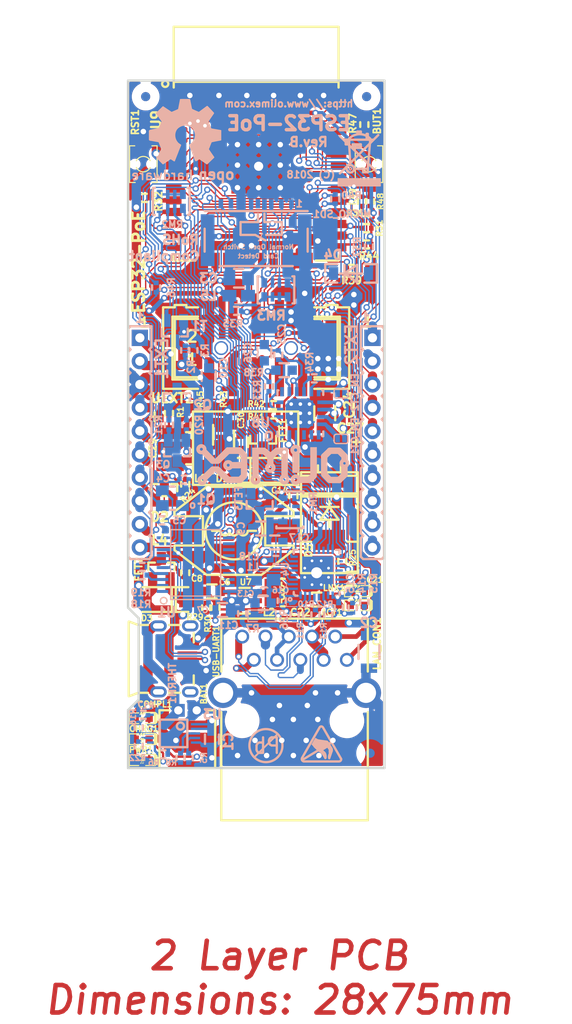
<source format=kicad_pcb>
(kicad_pcb (version 20221018) (generator pcbnew)
  (title_block (title "ESP-PoE") (date "2018-08-03") (rev "B") (company "OLIMEX Ltd.") (comment 1 "https://www.olimex.com"))
  (layers (0 "F.Cu" mixed) (31 "B.Cu" mixed) (34 "B.Paste" user) (35 "F.Paste" user) (36 "B.SilkS" user "B.Silkscreen") (37 "F.SilkS" user "F.Silkscreen") (38 "B.Mask" user) (39 "F.Mask" user) (44 "Edge.Cuts" user))
  (net 0 "")
  (net 1 "+5V")
  (net 2 "GND")
  (net 3 "Net-(BAT1-Pad1)")
  (net 4 "Net-(BUT1-Pad2)")
  (net 5 "/GPI34/BUT1")
  (net 6 "+3V3")
  (net 7 "Net-(C11-Pad1)")
  (net 8 "/GPIO3/U0RXD")
  (net 9 "/ESP_EN")
  (net 10 "/GPIO25/EMAC_RXD0(RMII)")
  (net 11 "/GPIO19/EMAC_TXD0(RMII)")
  (net 12 "/GPIO26/EMAC_RXD1(RMII)")
  (net 13 "/GPIO1/U0TXD")
  (net 14 "Net-(L2-Pad1)")
  (net 15 "Net-(Q2-Pad1)")
  (net 16 "/STAT2")
  (net 17 "/STAT1")
  (net 18 "/#PG(#TE)")
  (net 19 "Net-(R19-Pad1)")
  (net 20 "/GPIO22/EMAC_TXD1(RMII)")
  (net 21 "/GPIO21/EMAC_TX_EN(RMII)")
  (net 22 "Net-(MICRO_SD1-Pad5)")
  (net 23 "/GPI36/U1RXD")
  (net 24 "/GPIO23/MDC(RMII)")
  (net 25 "/GPIO27/EMAC_RX_CRS_DV")
  (net 26 "/GPIO4/U1TXD")
  (net 27 "/GPIO2/HS2_DATA0")
  (net 28 "/GPIO13/I2C-SDA")
  (net 29 "/GPIO14/HS2_CLK")
  (net 30 "/GPIO15/HS2_CMD")
  (net 31 "/GPIO16/I2C-SCL")
  (net 32 "/GPIO18/MDIO(RMII)")
  (net 33 "/+5V_USB")
  (net 34 "Net-(MICRO_SD1-Pad1)")
  (net 35 "Net-(MICRO_SD1-Pad2)")
  (net 36 "Net-(MICRO_SD1-Pad8)")
  (net 37 "Net-(U4-Pad4)")
  (net 38 "Net-(U4-Pad14)")
  (net 39 "Net-(U4-Pad18)")
  (net 40 "Net-(U4-Pad20)")
  (net 41 "Net-(U4-Pad26)")
  (net 42 "Net-(USB-UART1-Pad4)")
  (net 43 "Net-(MICRO_SD1-Pad7)")
  (net 44 "/D_Com")
  (net 45 "Earth")
  (net 46 "+5VP")
  (net 47 "Net-(C26-Pad1)")
  (net 48 "Net-(EN_CT1-Pad1)")
  (net 49 "Spare1")
  (net 50 "Spare2")
  (net 51 "Net-(EN_CT2-Pad1)")
  (net 52 "/GPIO33")
  (net 53 "/GPIO32")
  (net 54 "/GPI39")
  (net 55 "Net-(FID1-PadFid1)")
  (net 56 "Net-(FID2-PadFid1)")
  (net 57 "Net-(FID3-PadFid1)")
  (net 58 "Net-(LAN_CON1-Pad6)")
  (net 59 "Net-(LAN_CON1-Pad3)")
  (net 60 "Net-(LAN_CON1-Pad2)")
  (net 61 "Net-(LAN_CON1-Pad1)")
  (net 62 "Net-(MICRO_SD1-PadCD1)")
  (net 63 "Net-(C2-Pad2)")
  (net 64 "Net-(C4-Pad1)")
  (net 65 "Net-(C5-Pad1)")
  (net 66 "Net-(C21-Pad2)")
  (net 67 "Net-(C25-Pad1)")
  (net 68 "Net-(C25-Pad2)")
  (net 69 "Net-(C29-Pad2)")
  (net 70 "Net-(D4-Pad1)")
  (net 71 "Net-(D5-Pad2)")
  (net 72 "Net-(Q2-Pad2)")
  (net 73 "Net-(Q3-Pad3)")
  (net 74 "Net-(Q3-Pad2)")
  (net 75 "Net-(Q3-Pad1)")
  (net 76 "Net-(R6-Pad1)")
  (net 77 "Net-(R16-Pad1)")
  (net 78 "Net-(R16-Pad2)")
  (net 79 "Net-(R18-Pad1)")
  (net 80 "Net-(R26-Pad1)")
  (net 81 "Net-(R29-Pad1)")
  (net 82 "Net-(R33-Pad2)")
  (net 83 "Net-(R34-Pad2)")
  (net 84 "Net-(R38-Pad1)")
  (net 85 "Net-(R41-Pad2)")
  (net 86 "Net-(U1-Pad17)")
  (net 87 "Net-(U1-Pad14)")
  (net 88 "Net-(U1-Pad13)")
  (net 89 "Net-(U1-Pad12)")
  (net 90 "Net-(U1-Pad11)")
  (net 91 "Net-(U1-Pad7)")
  (net 92 "Net-(U1-Pad6)")
  (net 93 "Net-(U8-Pad17)")
  (net 94 "Net-(U8-Pad16)")
  (net 95 "Net-(U8-Pad15)")
  (net 96 "Net-(U8-Pad5)")
  (net 97 "Net-(U8-Pad4)")
  (net 98 "Net-(U8-Pad2)")
  (net 99 "Net-(U9-Pad32)")
  (net 100 "Net-(C6-Pad1)")
  (net 101 "+3.3VLAN")
  (net 102 "Net-(C13-Pad1)")
  (net 103 "Net-(C17-Pad1)")
  (net 104 "/GPIO0")
  (net 105 "/GPIO5/SPI_CS")
  (net 106 "/GPI35")
  (net 107 "Net-(RM1-Pad3.2)")
  (net 108 "Net-(RM1-Pad2.2)")
  (net 109 "Net-(RM1-Pad4.2)")
  (net 110 "/GPIO17/EMAC_CLK_OUT_180")
  (net 111 "Net-(U9-Pad22)")
  (net 112 "Net-(U9-Pad21)")
  (net 113 "Net-(U9-Pad20)")
  (net 114 "Net-(U9-Pad19)")
  (net 115 "Net-(U9-Pad18)")
  (net 116 "Net-(U9-Pad17)")
  (net 117 "/GPIO12/PHY_PWR")
  (net 118 "Net-(FID4-PadFid1)")
  (net 119 "Net-(FID5-PadFid1)")
  (net 120 "Net-(FID6-PadFid1)")
  (net 121 "Net-(ACT1-Pad2)")
  (net 122 "Net-(ACT1-Pad1)")
  (net 123 "Net-(LNK1-Pad1)")
  (net 124 "Net-(LNK1-Pad2)")
  (net 125 "Net-(C3-Pad1)")
  (net 126 "Net-(RM1-Pad1.2)")
  (net 127 "Net-(CHRG1-Pad1)")
  (net 128 "Net-(COMPL1-Pad1)")
  (net 129 "Net-(PWR1-Pad1)")
  (net 130 "Net-(C10-Pad2)")
  (net 131 "Net-(R3-Pad2)")
  (net 132 "Net-(USB-UART1-Pad0)")
  (footprint "OLIMEX_LEDs-FP:LED_0603_KA" (layer "F.Cu") (at 91.694 164.719 180)
    (fp_text reference "COMPL1")
    (fp_text value "LED/GREEN/0603")
  )
  (footprint "OLIMEX_Other-FP:Fiducial1x3" (layer "F.Cu") (at 114.554 168.529 -90)
    (fp_text reference "FID3" hide)
    (fp_text value "Fiducial" hide)
  )
  (footprint "OLIMEX_Connectors-FP:GBH-254-SMT-10" (layer "F.Cu") (at 104.14 124.333)
    (fp_text reference "UEXT1")
    (fp_text value "B-V-10-LF(GBH254SMT-10)")
  )
  (footprint "OLIMEX_RLC-FP:C_0402_5MIL_DWS" (layer "F.Cu") (at 96.393 148.844 90)
    (fp_text reference "C8")
    (fp_text value "100nF/16V/10%/X7R/C0402")
  )
  (footprint "OLIMEX_Diodes-FP:SOT23-3" (layer "F.Cu") (at 94.107 139.827 -90)
    (fp_text reference "D2")
    (fp_text value "BAT54C(SOT23-3)")
  )
  (footprint "OLIMEX_LEDs-FP:LED_0603_KA" (layer "F.Cu") (at 91.694 167.005 180)
    (fp_text reference "CHRG1")
    (fp_text value "LED/YELLOW/0603")
  )
  (footprint "OLIMEX_Diodes-FP:SMA-KA" (layer "F.Cu") (at 94.234 151.765 180)
    (fp_text reference "D3")
    (fp_text value "1N5822/SS34/SMA")
  )
  (footprint "OLIMEX_RLC-FP:C_1206_5MIL_DWS" (layer "F.Cu") (at 111.633 131.445 90)
    (fp_text reference "C24")
    (fp_text value "100nF/100V/20%/C1206")
  )
  (footprint "OLIMEX_RLC-FP:R_0402_5MIL_DWS" (layer "F.Cu") (at 106.045 131.572)
    (fp_text reference "R41")
    (fp_text value "1k/1%/R0402")
  )
  (footprint "OLIMEX_RLC-FP:R_0402_5MIL_DWS" (layer "F.Cu") (at 106.045 130.556 180)
    (fp_text reference "R42")
    (fp_text value "3.01k/1%/R0402")
  )
  (footprint "OLIMEX_RLC-FP:DBS135" (layer "F.Cu") (at 101.727 144.272 180)
    (fp_text reference "L4")
    (fp_text value "33uH/2.1A/DCR=0.1R/20%/DBS135(PD3316MT330)")
  )
  (footprint "OLIMEX_Diodes-FP:DO214AB(SMC)_1(K)-2(A)" (layer "F.Cu") (at 112.141 141.859 -90)
    (fp_text reference "D5")
    (fp_text value "SS510/100V/5A/0.85V/DO214AB(SMC)")
  )
  (footprint "OLIMEX_Connectors-FP:LIPO_BAT-CON2DW02R" (layer "F.Cu") (at 96.647 167.005)
    (fp_text reference "BAT1")
    (fp_text value "DW02R")
  )
  (footprint "OLIMEX_Transistors-FP:SOT23" (layer "F.Cu") (at 93.7895 148.37156 -90)
    (fp_text reference "FET2")
    (fp_text value "WPM2015-3/TR")
  )
  (footprint "OLIMEX_RLC-FP:R_0402_5MIL_DWS" (layer "F.Cu") (at 99.695 152.654 90)
    (fp_text reference "R30")
    (fp_text value "1.1k/1%/R0402")
  )
  (footprint "OLIMEX_RLC-FP:C_0603_5MIL_DWS" (layer "F.Cu") (at 110.744 151.765)
    (fp_text reference "C22")
    (fp_text value "22uF/6.3V/20%/X5R/C0603")
  )
  (footprint "OLIMEX_RLC-FP:R_0402_5MIL_DWS" (layer "F.Cu") (at 98.679 152.654 90)
    (fp_text reference "R29")
    (fp_text value "4.99k/1%/R0402")
  )
  (footprint "OLIMEX_RLC-FP:C_0603_5MIL_DWS" (layer "F.Cu") (at 99.314 150.876 180)
    (fp_text reference "C6")
    (fp_text value "22uF/6.3V/20%/X5R/C0603")
  )
  (footprint "OLIMEX_Regulators-FP:SOT-23-5" (layer "F.Cu") (at 102.87 151.892)
    (fp_text reference "U7")
    (fp_text value "SY8089AAAC(SOT23-5)")
  )
  (footprint "OLIMEX_Connectors-FP:RJP-003TC1(LPJ4112CNL)" (layer "F.Cu") (at 108.331 164.846)
    (fp_text reference "LAN_CON1")
    (fp_text value "RJP-003TC1(LPJ4112CNL)")
  )
  (footprint "OLIMEX_Connectors-FP:USB-MICRO_MISB-SWMM-5B_LF" (layer "F.Cu") (at 93.726 158.242 180)
    (fp_text reference "USB-UART1")
    (fp_text value "MISB-SWMM-5B-LF(USB_MICRO)")
  )
  (footprint "OLIMEX_LEDs-FP:LED_0603_KA" (layer "F.Cu") (at 115.189 152.4 180)
    (fp_text reference "ACT1")
    (fp_text value "LED/YELLOW/0603")
  )
  (footprint "OLIMEX_LEDs-FP:LED_0603_KA" (layer "F.Cu") (at 115.189 150.876 180)
    (fp_text reference "LNK1")
    (fp_text value "LED/GREEN/0603")
  )
  (footprint "OLIMEX_Cases-FP:ESP-WROOM-32_MODULE" (layer "F.Cu") (at 104.14 102.035)
    (fp_text reference "U9")
    (fp_text value "ESP-WROOM-32")
  )
  (footprint "OLIMEX_RLC-FP:CPOL-RM2.5mm_6.3x11mm_SMD" (layer "F.Cu") (at 112.141 135.382 180)
    (fp_text reference "C27")
    (fp_text value "15uF/100V/20%/RM2.5/6.3x11mm(Farnell:1281844 )")
  )
  (footprint "OLIMEX_RLC-FP:R_0402_5MIL_DWS" (layer "F.Cu") (at 94.615 131.445 90)
    (fp_text reference "R1")
    (fp_text value "10k/R0402")
  )
  (footprint "OLIMEX_RLC-FP:R_1206_5MIL_DWS" (layer "F.Cu") (at 98.298 133.477 -90)
    (fp_text reference "R45")
    (fp_text value "220R/5%/0.25W/R1206")
  )
  (footprint "OLIMEX_RLC-FP:R_1206_5MIL_DWS" (layer "F.Cu") (at 100.584 134.112 -90)
    (fp_text reference "R43")
    (fp_text value "220R/5%/0.25W/R1206")
  )
  (footprint "OLIMEX_RLC-FP:C_0402_5MIL_DWS" (layer "F.Cu") (at 108.204 140.462 90)
    (fp_text reference "C14")
    (fp_text value "100nF/16V/10%/X7R/C0402")
  )
  (footprint "OLIMEX_LEDs-FP:LED_0603_KA" (layer "F.Cu") (at 91.694 169.291 180)
    (fp_text reference "PWR1")
    (fp_text value "LED/RED/0603")
  )
  (footprint "OLIMEX_RLC-FP:CPOL-RM3.5mm_8.0x11.5mm_SMD" (layer "F.Cu") (at 94.742 135.255 -90)
    (fp_text reference "C29")
    (fp_text value "680uF/10V/20%/105C/RM3.5/8x11.5mm")
  )
  (footprint "OLIMEX_RLC-FP:R_0402_5MIL_DWS" (layer "F.Cu") (at 113.538 147.574 90)
    (fp_text reference "R25")
    (fp_text value "10k/R0402")
  )
  (footprint "OLIMEX_RLC-FP:C_0603_5MIL_DWS" (layer "F.Cu") (at 114.554 149.479 180)
    (fp_text reference "C21")
    (fp_text value "NA(10uF/6.3V/20%/X5R/C0603)")
  )
  (footprint "OLIMEX_RLC-FP:R_0402_5MIL_DWS" (layer "F.Cu") (at 96.393 139.192 -90)
    (fp_text reference "R24")
    (fp_text value "220R/R0402")
  )
  (footprint "OLIMEX_Other-FP:Fiducial1x3" (layer "F.Cu") (at 116.205 96.901 -90)
    (fp_text reference "FID2" hide)
    (fp_text value "Fiducial" hide)
  )
  (footprint "OLIMEX_Other-FP:Fiducial1x3" (layer "F.Cu") (at 92.075 96.901 -90)
    (fp_text reference "FID1" hide)
    (fp_text value "Fiducial" hide)
  )
  (footprint "OLIMEX_RLC-FP:R_0402_5MIL_DWS" (layer "F.Cu") (at 116.586 108.331 90)
    (fp_text reference "R48")
    (fp_text value "10k/R0402")
  )
  (footprint "OLIMEX_Buttons-FP:IT1185AU2_V2" (layer "F.Cu") (at 91.821 104.267 90)
    (fp_text reference "RST1")
    (fp_text value "IT1185AU2")
  )
  (footprint "OLIMEX_RLC-FP:R_0402_5MIL_DWS" (layer "F.Cu") (at 115.951 99.949 90)
    (fp_text reference "R47")
    (fp_text value "220R/R0402")
  )
  (footprint "OLIMEX_RLC-FP:R_0402_5MIL_DWS" (layer "F.Cu") (at 115.697 108.331 -90)
    (fp_text reference "R49")
    (fp_text value "NA/R0402")
  )
  (footprint "OLIMEX_RLC-FP:R_0402_5MIL_DWS" (layer "F.Cu") (at 114.554 115.697 180)
    (fp_text reference "R39")
    (fp_text value "10k/R0402")
  )
  (footprint "OLIMEX_RLC-FP:R_0402_5MIL_DWS" (layer "F.Cu") (at 116.205 110.363 180)
    (fp_text reference "R36")
    (fp_text value "10k/R0402")
  )
  (footprint "OLIMEX_RLC-FP:R_0402_5MIL_DWS" (layer "F.Cu") (at 91.948 107.95)
    (fp_text reference "R32")
    (fp_text value "1k/R0402")
  )
  (footprint "OLIMEX_RLC-FP:R_0402_5MIL_DWS" (layer "F.Cu") (at 116.205 111.252 180)
    (fp_text reference "R31")
    (fp_text value "2.2k/R0402")
  )
  (footprint "OLIMEX_Buttons-FP:IT1185AU2_V2" (layer "F.Cu") (at 116.459 104.267 90)
    (fp_text reference "BUT1")
    (fp_text value "IT1185AU2")
  )
  (footprint "OLIMEX_RLC-FP:R_0402_5MIL_DWS" (layer "F.Cu") (at 116.205 113.03)
    (fp_text reference "R44")
    (fp_text value "NA/R0402")
  )
  (footprint "OLIMEX_RLC-FP:L_0805_5MIL_DWS" (layer "F.Cu") (at 99.06 137.16)
    (fp_text reference "L6")
    (fp_text value "FB0805/600R/2A")
  )
  (footprint "OLIMEX_RLC-FP:C_0603_5MIL_DWS" (layer "F.Cu") (at 102.489 134.62 -90)
    (fp_text reference "C30")
    (fp_text value "22uF/6.3V/20%/X5R/C0603")
  )
  (footprint "OLIMEX_Transistors-FP:SOT23" (layer "F.Cu") (at 104.902 134.112 90)
    (fp_text reference "FET1")
    (fp_text value "WPM2015-3/TR")
  )
  (footprint "OLIMEX_Diodes-FP:SMA-KA" (layer "F.Cu") (at 104.648 137.668)
    (fp_text reference "D1")
    (fp_text value "1N5822/SS34/SMA")
  )
  (footprint "OLIMEX_RLC-FP:CD32" (layer "F.Cu") (at 107.061 151.003)
    (fp_text reference "L2")
    (fp_text value "2.2uH/1.5A/DCR<0.1R/CD32")
  )
  (footprint "OLIMEX_RLC-FP:L_0805_5MIL_DWS" (layer "B.Cu") (at 102.235 118.618)
    (fp_text reference "L5")
    (fp_text value "FB0805/600R/2A")
  )
  (footprint "OLIMEX_Connectors-FP:HN1x10" (layer "B.Cu") (at 116.84 134.65 -90)
    (fp_text reference "EXT2")
    (fp_text value "NS(HN1x10)")
  )
  (footprint "OLIMEX_Transistors-FP:SOT23" (layer "B.Cu") (at 95.25 122.428 90)
    (fp_text reference "T1")
    (fp_text value "DTC114YKA(SOT-23)")
  )
  (footprint "OLIMEX_RLC-FP:R_0402_5MIL_DWS" (layer "B.Cu") (at 91.694 149.098 180)
    (fp_text reference "R18")
    (fp_text value "220R/R0402")
  )
  (footprint "OLIMEX_RLC-FP:R_0402_5MIL_DWS" (layer "B.Cu") (at 91.694 148.209 180)
    (fp_text reference "R19")
    (fp_text value "220R/R0402")
  )
  (footprint "OLIMEX_RLC-FP:R_0402_5MIL_DWS" (layer "B.Cu") (at 96.393 124.587 90)
    (fp_text reference "R2")
    (fp_text value "10k/R0402")
  )
  (footprint "OLIMEX_RLC-FP:R_0402_5MIL_DWS" (layer "B.Cu") (at 96.774 169.037 90)
    (fp_text reference "R5")
    (fp_text value "2.2k/R0402")
  )
  (footprint "OLIMEX_RLC-FP:R_0402_5MIL_DWS" (layer "B.Cu") (at 95.885 169.037 90)
    (fp_text reference "R8")
    (fp_text value "2.2k/R0402")
  )
  (footprint "OLIMEX_RLC-FP:R_0402_5MIL_DWS" (layer "B.Cu") (at 96.52 132.715 90)
    (fp_text reference "R20")
    (fp_text value "1k/R0402")
  )
  (footprint "OLIMEX_RLC-FP:R_0402_5MIL_DWS" (layer "B.Cu") (at 94.615 132.715 -90)
    (fp_text reference "R21")
    (fp_text value "1k/R0402")
  )
  (footprint "OLIMEX_Transistors-FP:SOT23" (layer "B.Cu") (at 95.504 129.921 -90)
    (fp_text reference "Q2")
    (fp_text value "BC817-40(SOT23)")
  )
  (footprint "OLIMEX_IC-FP:QFN32_EP(33)_5.00x5.00x0.90mm_Pitch_0.50mm" (layer "B.Cu") (at 110.744 148.844 90)
    (fp_text reference "U4")
    (fp_text value "LAN8710A-EZC(QFN32)")
  )
  (footprint "OLIMEX_Other-FP:Fiducial1x3" (layer "B.Cu") (at 116.586 168.529 -90)
    (fp_text reference "FID6" hide)
    (fp_text value "Fiducial" hide)
  )
  (footprint "OLIMEX_IC-FP:QFN-20_5x5mm(Si3402-B-GM)" (layer "B.Cu") (at 108.966 131.445)
    (fp_text reference "U8")
    (fp_text value "Si3402-B-GM(QFN-20_5x5mm)")
  )
  (footprint "OLIMEX_RLC-FP:C_0603_5MIL_DWS" (layer "B.Cu") (at 105.029 124.841 90)
    (fp_text reference "C26")
    (fp_text value "1nF/50V/10%/X7R/C0603")
  )
  (footprint "OLIMEX_Jumpers-FP:SJ_1_SMALLER" (layer "B.Cu") (at 113.411 129.286 180)
    (fp_text reference "EN_CT2")
    (fp_text value "Opened" hide)
  )
  (footprint "OLIMEX_RLC-FP:R_0402_5MIL_DWS" (layer "B.Cu") (at 110.49 127.635 180)
    (fp_text reference "R34")
    (fp_text value "49.9R/1%/R0402")
  )
  (footprint "OLIMEX_Jumpers-FP:SJ_1_SMALLER" (layer "B.Cu") (at 113.411 134.239)
    (fp_text reference "EN_CT1")
    (fp_text value "Opened" hide)
  )
  (footprint "OLIMEX_RLC-FP:R_0402_5MIL_DWS" (layer "B.Cu") (at 105.537 128.524 -90)
    (fp_text reference "R33")
    (fp_text value "47k/R0402")
  )
  (footprint "OLIMEX_RLC-FP:R_0402_5MIL_DWS" (layer "B.Cu") (at 93.98 168.656)
    (fp_text reference "R6")
    (fp_text value "2.2k/R0402")
  )
  (footprint "OLIMEX_RLC-FP:R_MATRIX_4" (layer "B.Cu") (at 107.823 141.986 90)
    (fp_text reference "RM1")
    (fp_text value "RA1206_(4X0603)_4B8_2.2k")
  )
  (footprint "OLIMEX_RLC-FP:R_0603_5MIL_DWS" (layer "B.Cu") (at 107.188 126.746 180)
    (fp_text reference "R38")
    (fp_text value "25.5k/1%/R0603")
  )
  (footprint "OLIMEX_LOGOs-FP:LOGO_ANTISTATIC_SMALL_4.5mmX2.8mm" (layer "B.Cu") (at 111.252 167.513 180)
    (fp_text reference "Ref**")
    (fp_text value "Val**")
  )
  (footprint "OLIMEX_LOGOs-FP:LOGO_PBFREE" (layer "B.Cu") (at 105.41 167.386)
    (fp_text reference "")
    (fp_text value "")
  )
  (footprint "OLIMEX_LOGOs-FP:LOGO_RECYCLEBIN_1" (layer "B.Cu") (at 117.729 106.68 180)
    (fp_text reference "" hide)
    (fp_text value "" hide)
  )
  (footprint "OLIMEX_LOGOs-FP:OLIMEX_LOGO_TB" (layer "B.Cu") (at 105.791 137.033 180)
    (fp_text reference "" hide)
    (fp_text value "" hide)
  )
  (footprint "OLIMEX_RLC-FP:R_0402_5MIL_DWS" (layer "B.Cu") (at 91.313 167.767 90)
    (fp_text reference "R22")
    (fp_text value "2.2k/R0402")
  )
  (footprint "OLIMEX_RLC-FP:C_0402_5MIL_DWS" (layer "B.Cu") (at 106.553 125.095 90)
    (fp_text reference "C25")
    (fp_text value "100nF/16V/10%/X7R/C0402")
  )
  (footprint "OLIMEX_Diodes-FP:SOD-123_1C-2A_KA" (layer "B.Cu") (at 114.5 116.195)
    (fp_text reference "D4")
    (fp_text value "1N5819S4(SOD-123)")
  )
  (footprint "OLIMEX_RLC-FP:R_0402_5MIL_DWS" (layer "B.Cu") (at 116.459 113.284 -90)
    (fp_text reference "R37")
    (fp_text value "10k/R0402")
  )
  (footprint "OLIMEX_Connectors-FP:uSD(TFC-9P-1.xH(ATFFS150A01BR016))" (layer "B.Cu") (at 104.14 111.887)
    (fp_text reference "MICRO_SD1")
    (fp_text value "TFC-9P-1.7H(ATFFS150A01BR016)")
  )
  (footprint "OLIMEX_RLC-FP:R_0402_5MIL_DWS" (layer "B.Cu") (at 112.776 108.077 90)
    (fp_text reference "R40")
    (fp_text value "10R/R0402")
  )
  (footprint "OLIMEX_Other-FP:Fiducial1x3" (layer "B.Cu") (at 116.205 96.901 -90)
    (fp_text reference "FID5" hide)
    (fp_text value "Fiducial" hide)
  )
  (footprint "OLIMEX_Other-FP:Fiducial1x3" (layer "B.Cu") (at 92.075 96.901 -90)
    (fp_text reference "FID4" hide)
    (fp_text value "Fiducial" hide)
  )
  (footprint "OLIMEX_RLC-FP:R_MATRIX_4" (layer "B.Cu") (at 106.299 117.983)
    (fp_text reference "RM3")
    (fp_text value "RA1206_(4X0603)_4B8_2.2k")
  )
  (footprint "OLIMEX_RLC-FP:C_0805_5MIL_DWS" (layer "B.Cu") (at 102.235 116.713 180)
    (fp_text reference "C3")
    (fp_text value "47uF/6.3V/20%/X5R/C0805")
  )
  (footprint "OLIMEX_RLC-FP:C_0603_5MIL_DWS" (layer "B.Cu") (at 98.9584 127.4064 90)
    (fp_text reference "C10")
    (fp_text value "22uF/6.3V/20%/X5R/C0603")
  )
  (footprint "OLIMEX_RLC-FP:R_0402_5MIL_DWS" (layer "B.Cu") (at 101.981 120.269)
    (fp_text reference "R35")
    (fp_text value "2.2k/R0402")
  )
  (footprint "OLIMEX_LOGOs-FP:LOGO_OPENHARDWARE_8x8" (layer "B.Cu") (at 96.393 101.219 180)
    (fp_text reference "" hide)
    (fp_text value "" hide)
  )
  (footprint "OLIMEX_RLC-FP:R_MATRIX_4" (layer "B.Cu") (at 94.869 108.331)
    (fp_text reference "RM2")
    (fp_text value "RA1206_(4X0603)_4B8_2.2k")
  )
  (footprint "OLIMEX_RLC-FP:R_0402_5MIL_DWS" (layer "B.Cu") (at 93.218 117.729 90)
    (fp_text reference "R46")
    (fp_text value "220R/R0402")
  )
  (footprint "OLIMEX_Connectors-FP:HN1x10" (layer "B.Cu") (at 91.44 134.65 -90)
    (fp_text reference "EXT1")
    (fp_text value "NS(HN1x10)")
  )
  (footprint "OLIMEX_RLC-FP:R_0402_5MIL_DWS" (layer "B.Cu") (at 97.282 124.587 -90)
    (fp_text reference "R3")
    (fp_text value "1k/R0402")
  )
  (footprint "OLIMEX_Transistors-FP:SOT23" (layer "B.Cu") (at 104.521 141.224 90)
    (fp_text reference "FET3")
    (fp_text value "WPM2015-3/TR")
  )
  (footprint "OLIMEX_Transistors-FP:SOT23" (layer "B.Cu") (at 95.504 135.509 90)
    (fp_text reference "Q3")
    (fp_text value "BC817-40(SOT23)")
  )
  (footprint "OLIMEX_RLC-FP:C_0402_5MIL_DWS" (layer "B.Cu") (at 96.266 138.684 180)
    (fp_text reference "C4")
    (fp_text value "27pF/50V/5%/C0G/C0402")
  )
  (footprint "OLIMEX_Crystal-FP:TSX-3.2x2.5mm_GND(3)" (layer "B.Cu") (at 94.996 140.716 180)
    (fp_text reference "Q1")
    (fp_text value "Q12MHz/20pF/10ppm/4P/3.2x2.5mm")
  )
  (footprint "OLIMEX_RLC-FP:C_0402_5MIL_DWS" (layer "B.Cu") (at 93.853 143.129 180)
    (fp_text reference "C5")
    (fp_text value "27pF/50V/5%/C0G/C0402")
  )
  (footprint "OLIMEX_RLC-FP:C_0603_5MIL_DWS" (layer "B.Cu") (at 104.648 144.018)
    (fp_text reference "C9")
    (fp_text value "22uF/6.3V/20%/X5R/C0603")
  )
  (footprint "OLIMEX_RLC-FP:R_0402_5MIL_DWS" (layer "B.Cu") (at 115.951 152.019 90)
    (fp_text reference "R15")
    (fp_text value "2.2k/R0402")
  )
  (footprint "OLIMEX_RLC-FP:R_0402_5MIL_DWS" (layer "B.Cu") (at 114.681 152.654 90)
    (fp_text reference "R14")
    (fp_text value "2.2k/R0402")
  )
  (footprint "OLIMEX_RLC-FP:C_0402_5MIL_DWS" (layer "B.Cu") (at 113.157 152.654 90)
    (fp_text reference "C15")
    (fp_text value "100nF/16V/10%/X7R/C0402")
  )
  (footprint "OLIMEX_RLC-FP:C_1206_5MIL_DWS_ISO" (layer "B.Cu") (at 116.459 157.48 -90)
    (fp_text reference "C2")
    (fp_text value "1nF/2000V/10%/X7R/C1206")
  )
  (footprint "OLIMEX_RLC-FP:R_0402_5MIL_DWS" (layer "B.Cu") (at 112.014 153.416 90)
    (fp_text reference "R12")
    (fp_text value "49.9R/1%/R0402")
  )
  (footprint "OLIMEX_RLC-FP:R_0402_5MIL_DWS" (layer "B.Cu") (at 110.617 153.416 90)
    (fp_text reference "R13")
    (fp_text value "49.9R/1%/R0402")
  )
  (footprint "OLIMEX_RLC-FP:R_0402_5MIL_DWS" (layer "B.Cu") (at 109.728 153.416 90)
    (fp_text reference "R10")
    (fp_text value "49.9R/1%/R0402")
  )
  (footprint "OLIMEX_RLC-FP:R_0402_5MIL_DWS" (layer "B.Cu") (at 108.331 153.416 90)
    (fp_text reference "R11")
    (fp_text value "49.9R/1%/R0402")
  )
  (footprint "OLIMEX_RLC-FP:C_0402_5MIL_DWS" (layer "B.Cu") (at 105.029 150.876 180)
    (fp_text reference "C16")
    (fp_text value "100nF/16V/10%/X7R/C0402")
  )
  (footprint "OLIMEX_RLC-FP:R_0402_5MIL_DWS" (layer "B.Cu") (at 106.934 151.892 -90)
    (fp_text reference "R26")
    (fp_text value "12.1k/1%/R0402")
  )
  (footprint "OLIMEX_RLC-FP:C_0603_5MIL_DWS" (layer "B.Cu") (at 104.902 152.146 180)
    (fp_text reference "C13")
    (fp_text value "22uF/6.3V/20%/X5R/C0603")
  )
  (footprint "OLIMEX_RLC-FP:C_0402_5MIL_DWS" (layer "B.Cu") (at 102.616 153.289 90)
    (fp_text reference "C11")
    (fp_text value "100nF/16V/10%/X7R/C0402")
  )
  (footprint "OLIMEX_RLC-FP:C_0603_5MIL_DWS" (layer "B.Cu") (at 100.457 152.908)
    (fp_text reference "C7")
    (fp_text value "22uF/6.3V/20%/X5R/C0603")
  )
  (footprint "OLIMEX_RLC-FP:C_0402_5MIL_DWS" (layer "B.Cu") (at 106.299 147.447 180)
    (fp_text reference "C18")
    (fp_text value "100nF/16V/10%/X7R/C0402")
  )
  (footprint "OLIMEX_RLC-FP:C_0603_5MIL_DWS" (layer "B.Cu") (at 106.172 145.542 180)
    (fp_text reference "C17")
    (fp_text value "2.2uF/6.3V/10%/X5R/C0603")
  )
  (footprint "OLIMEX_RLC-FP:L_0805_5MIL_DWS" (layer "B.Cu") (at 105.029 149.606)
    (fp_text reference "L1")
    (fp_text value "FB0805/600R/2A")
  )
  (footprint "OLIMEX_IC-FP:SSOP-20W" (layer "B.Cu") (at 97.536 147.955 90)
    (fp_text reference "U1")
    (fp_text value "CH340T(SSOP20W)")
  )
  (footprint "OLIMEX_Other-FP:TESTPAD_40-ROUND" (layer "B.Cu") (at 93.599 163.83)
    (fp_text reference "THERM1")
    (fp_text value "TESTPAD" hide)
  )
  (footprint "OLIMEX_RLC-FP:R_0402_5MIL_DWS" (layer "B.Cu") (at 91.821 164.338 180)
    (fp_text reference "R17")
    (fp_text value "10k/R0402")
  )
  (footprint "OLIMEX_RLC-FP:R_0402_5MIL_DWS" (layer "B.Cu") (at 91.313 165.735 90)
    (fp_text reference "R16")
    (fp_text value "1k/R0402")
  )
  (footprint "OLIMEX_IC-FP:MSOP-10_Pitch-0.5mm_3.00x3.00x1.00mm" (layer "B.Cu") (at 95.123 166.37 -90)
    (fp_text reference "U3")
    (fp_text value "MCP73833(MSOP10)")
  )
  (footprint "OLIMEX_RLC-FP:C_0603_5MIL_DWS" (layer "B.Cu") (at 99.314 167.005 -90)
    (fp_text reference "C1")
    (fp_text value "22uF/6.3V/20%/X5R/C0603")
  )
  (footprint "OLIMEX_RLC-FP:0R_0603" (layer "B.Cu") (at 104.775 153.543 180)
    (fp_text reference "R7")
    (fp_text value "0R(board_mounted)")
  )
  (gr_line (start 118.15 170.15) (end 118.15 95.15) (stroke (width 0.254)) (layer "Edge.Cuts"))
  (gr_line (start 90.15 170.15) (end 118.15 170.15) (stroke (width 0.254)) (layer "Edge.Cuts"))
  (gr_line (start 90.15 152.654) (end 91.313 153.797) (stroke (width 0.254)) (layer "Edge.Cuts"))
  (gr_line (start 91.313 162.687) (end 90.15 163.83) (stroke (width 0.254)) (layer "Edge.Cuts"))
  (gr_line (start 91.313 153.797) (end 91.313 162.687) (stroke (width 0.254)) (layer "Edge.Cuts"))
  (gr_line (start 90.15 152.654) (end 90.15 95.15) (stroke (width 0.254)) (layer "Edge.Cuts"))
  (gr_line (start 90.15 95.15) (end 118.15 95.15) (stroke (width 0.254)) (layer "Edge.Cuts"))
  (gr_line (start 90.15 163.83) (end 90.15 170.15) (stroke (width 0.254)) (layer "Edge.Cuts"))
  (gr_text "2 Layer PCB\nDimensions: 28x75mm" (at 106.68 193.04) (layer "F.Cu") (effects (font (size 3 3) (thickness 0.5) italic)))
  (gr_text "Rev.B" (at 109.855 101.854) (layer "B.SilkS") (effects (font (size 1.016 1.016) (thickness 0.254)) (justify mirror)))
  (gr_text "1" (at 116.078 121.031) (layer "B.SilkS") (effects (font (size 1.016 1.016) (thickness 0.254)) (justify mirror)))
  (gr_text "https://www.olimex.com" (at 107.696 97.663) (layer "B.SilkS") (effects (font (size 0.762 0.762) (thickness 0.1905)) (justify mirror)))
  (gr_text "(C) 2018" (at 110.109 105.41) (layer "B.SilkS") (effects (font (size 0.762 0.762) (thickness 0.1905)) (justify mirror)))
  (gr_text "RoHS" (at 95.885 112.522) (layer "B.SilkS") (effects (font (size 1.016 1.016) (thickness 0.254)) (justify mirror)))
  (gr_text "ESP32-PoE" (at 107.696 99.822) (layer "B.SilkS") (effects (font (size 1.524 1.524) (thickness 0.381)) (justify mirror)))
  (gr_text "1" (at 108.839 108.585) (layer "B.SilkS") (effects (font (size 0.762 0.762) (thickness 0.1905)) (justify mirror)))
  (gr_text "Compliant" (at 94.107 114.3) (layer "B.SilkS") (effects (font (size 1.016 1.016) (thickness 0.254)) (justify mirror)))
  (gr_text "1" (at 91.44 121.031) (layer "B.SilkS") (effects (font (size 1.016 1.016) (thickness 0.254)) (justify mirror)))
  (gr_text "ESP32-PoE" (at 91.313 114.935 90) (layer "F.SilkS") (effects (font (size 1.27 1.27) (thickness 0.3048))))
  (gr_text "1" (at 116.332 121.539) (layer "F.SilkS") (effects (font (size 1.016 1.016) (thickness 0.254))))
  (gr_text "1" (at 91.948 121.539) (layer "F.SilkS") (effects (font (size 1.016 1.016) (thickness 0.254))))
  (segment (start 92.83954 150.65946) (end 92.83954 149.479) (width 1.016) (layer "F.Cu") (net 1))
  (segment (start 94.8436 124.968) (end 93.188 124.968) (width 1.016) (layer "F.Cu") (net 1))
  (segment (start 93.188 124.968) (end 91.44 123.22) (width 1.016) (layer "F.Cu") (net 1))
  (segment (start 94.869 165.481) (end 94.107 164.719) (width 1.016) (layer "F.Cu") (net 1))
  (segment (start 94.869 152.908) (end 92.877 152.908) (width 1.016) (layer "F.Cu") (net 1))
  (segment (start 96.139 153.416) (end 95.25 153.416) (width 1.016) (layer "F.Cu") (net 1))
  (segment (start 103.7082 133.24586) (end 103.7082 136.3218) (width 1.016) (layer "F.Cu") (net 1))
  (segment (start 100.076 138.557) (end 101.259 138.557) (width 1.016) (layer "F.Cu") (net 1))
  (segment (start 90.932 163.83) (end 91.948 162.814) (width 0.254) (layer "F.Cu") (net 1))
  (segment (start 92.877 152.908) (end 91.734 151.765) (width 1.016) (layer "F.Cu") (net 1))
  (segment (start 93.98 163.195) (end 93.599 162.814) (width 0.254) (layer "F.Cu") (net 1))
  (segment (start 93.599 162.814) (end 91.948 162.814) (width 0.254) (layer "F.Cu") (net 1))
  (segment (start 95.377 153.416) (end 94.869 152.908) (width 1.016) (layer "F.Cu") (net 1))
  (segment (start 98.806 165.481) (end 94.869 165.481) (width 1.016) (layer "F.Cu") (net 1))
  (segment (start 90.932 164.719) (end 90.932 163.83) (width 0.254) (layer "F.Cu") (net 1))
  (segment (start 95.123 162.179) (end 94.107 163.195) (width 0.762) (layer "F.Cu") (net 1))
  (segment (start 94.107 163.195) (end 93.98 163.195) (width 0.254) (layer "F.Cu") (net 1))
  (segment (start 98.933 139.7) (end 100.076 138.557) (width 1.016) (layer "F.Cu") (net 1))
  (segment (start 94.615 155.702) (end 94.615 160.782) (width 1.016) (layer "F.Cu") (net 1))
  (segment (start 103.9495 133.00456) (end 103.7082 133.24586) (width 1.016) (layer "F.Cu") (net 1))
  (segment (start 103.7082 136.3218) (end 102.362 137.668) (width 1.016) (layer "F.Cu") (net 1))
  (segment (start 90.932 169.291) (end 90.932 167.005) (width 0.254) (layer "F.Cu") (net 1))
  (segment (start 94.107 163.83) (end 94.107 163.195) (width 1.016) (layer "F.Cu") (net 1))
  (segment (start 91.734 151.765) (end 92.83954 150.65946) (width 1.016) (layer "F.Cu") (net 1))
  (segment (start 95.25 153.416) (end 95.25 155.067) (width 1.016) (layer "F.Cu") (net 1))
  (segment (start 95.123 161.29) (end 95.123 162.179) (width 1.016) (layer "F.Cu") (net 1))
  (segment (start 99.314 164.973) (end 98.806 165.481) (width 1.016) (layer "F.Cu") (net 1))
  (segment (start 102.362 137.668) (end 102.148 137.668) (width 1.016) (layer "F.Cu") (net 1))
  (segment (start 95.25 155.067) (end 94.615 155.702) (width 1.016) (layer "F.Cu") (net 1))
  (segment (start 101.259 138.557) (end 102.148 137.668) (width 1.016) (layer "F.Cu") (net 1))
  (segment (start 94.615 160.782) (end 95.123 161.29) (width 1.016) (layer "F.Cu") (net 1))
  (segment (start 90.932 167.005) (end 90.932 164.719) (width 0.254) (layer "F.Cu") (net 1))
  (segment (start 96.139 153.416) (end 95.377 153.416) (width 1.016) (layer "F.Cu") (net 1))
  (segment (start 94.107 164.719) (end 94.107 163.83) (width 1.016) (layer "F.Cu") (net 1))
  (via (at 98.933 139.7) (size 0.9) (drill 0.6) (layers "F.Cu" "B.Cu") (net 1))
  (via (at 99.314 164.973) (size 0.9) (drill 0.6) (layers "F.Cu" "B.Cu") (net 1))
  (via (at 96.139 153.416) (size 0.9) (drill 0.6) (layers "F.Cu" "B.Cu") (net 1))
  (via (at 94.8436 124.968) (size 0.9) (drill 0.6) (layers "F.Cu" "B.Cu") (net 1))
  (segment (start 97.79 138.811) (end 97.79 128.9558) (width 1.016) (layer "B.Cu") (net 1))
  (segment (start 96.647 152.908) (end 96.647 143.4592) (width 1.016) (layer "B.Cu") (net 1))
  (segment (start 98.298 139.319) (end 97.79 138.811) (width 1.016) (layer "B.Cu") (net 1))
  (segment (start 98.552 139.319) (end 98.298 139.319) (width 0.762) (layer "B.Cu") (net 1))
  (segment (start 97.79 128.9558) (end 96.2152 127.381) (width 1.016) (layer "B.Cu") (net 1))
  (segment (start 98.933 139.7) (end 98.552 139.319) (width 0.762) (layer "B.Cu") (net 1))
  (segment (start 99.314 165.481) (end 99.314 166.116) (width 1.016) (layer "B.Cu") (net 1))
  (segment (start 95.504 127.381) (end 94.8436 126.7206) (width 1.016) (layer "B.Cu") (net 1))
  (segment (start 96.647 143.4592) (end 97.4852 142.621) (width 1.016) (layer "B.Cu") (net 1))
  (segment (start 97.523 165.87) (end 99.068 165.87) (width 0.254) (layer "B.Cu") (net 1))
  (segment (start 98.298 140.589) (end 98.298 139.319) (width 1.016) (layer "B.Cu") (net 1))
  (segment (start 99.068 165.87) (end 99.314 166.116) (width 0.254) (layer "B.Cu") (net 1))
  (segment (start 94.8436 126.7206) (end 94.8436 124.968) (width 1.016) (layer "B.Cu") (net 1))
  (segment (start 96.2152 127.381) (end 95.504 127.381) (width 1.016) (layer "B.Cu") (net 1))
  (segment (start 97.523 165.37) (end 99.203 165.37) (width 0.254) (layer "B.Cu") (net 1))
  (segment (start 99.314 164.973) (end 99.314 165.481) (width 1.016) (layer "B.Cu") (net 1))
  (segment (start 97.4852 141.4018) (end 98.298 140.589) (width 1.016) (layer "B.Cu") (net 1))
  (segment (start 97.4852 142.621) (end 97.4852 141.4018) (width 1.016) (layer "B.Cu") (net 1))
  (segment (start 96.139 153.416) (end 96.647 152.908) (width 1.016) (layer "B.Cu") (net 1))
  (segment (start 99.203 165.37) (end 99.314 165.481) (width 0.254) (layer "B.Cu") (net 1))
  (segment (start 113.03 151.511) (end 111.887 151.511) (width 0.254) (layer "F.Cu") (net 2))
  (segment (start 111.887 151.511) (end 111.633 151.765) (width 0.254) (layer "F.Cu") (net 2))
  (segment (start 101.219 152.146) (end 101.473 151.892) (width 0.4064) (layer "F.Cu") (net 2))
  (segment (start 98.298 163.20262) (end 98.298 160.782) (width 0.508) (layer "F.Cu") (net 2))
  (segment (start 98.298 160.782) (end 98.679 160.401) (width 0.508) (layer "F.Cu") (net 2))
  (segment (start 98.679 160.401) (end 98.679 159.512) (width 0.508) (layer "F.Cu") (net 2))
  (segment (start 92.232 127.508) (end 95.758 127.508) (width 1.016) (layer "F.Cu") (net 2))
  (segment (start 98.552 135.128) (end 98.298 134.874) (width 1.016) (layer "F.Cu") (net 2))
  (segment (start 96.393 147.066) (end 96.393 148.336) (width 0.508) (layer "F.Cu") (net 2))
  (segment (start 102.997 145.034) (end 102.997 143.51) (width 1.016) (layer "F.Cu") (net 2))
  (segment (start 102.997 143.51) (end 105.029 141.478) (width 1.016) (layer "F.Cu") (net 2))
  (segment (start 105.537 141.478) (end 106.934 140.081) (width 1.016) (layer "F.Cu") (net 2))
  (segment (start 101.0412 131.2418) (end 100.076 131.2418) (width 1.016) (layer "F.Cu") (net 2))
  (segment (start 100.076 131.2418) (end 99.4918 130.6576) (width 1.016) (layer "F.Cu") (net 2))
  (segment (start 99.4918 130.6576) (end 95.758 130.6576) (width 1.016) (layer "F.Cu") (net 2))
  (segment (start 101.8032 131.2418) (end 102.489 130.556) (width 0.254) (layer "F.Cu") (net 2))
  (segment (start 102.489 130.556) (end 105.537 130.556) (width 0.254) (layer "F.Cu") (net 2))
  (segment (start 94.8944 130.6576) (end 95.758 130.6576) (width 0.254) (layer "F.Cu") (net 2))
  (segment (start 96.2914 127.508) (end 97.409 126.3904) (width 1.016) (layer "F.Cu") (net 2))
  (segment (start 97.409 126.3904) (end 97.409 124.079) (width 1.016) (layer "F.Cu") (net 2))
  (segment (start 99.06 122.682) (end 97.409 124.333) (width 1.016) (layer "F.Cu") (net 2))
  (segment (start 97.409 124.079) (end 97.409 124.333) (width 1.016) (layer "F.Cu") (net 2))
  (segment (start 96.266 122.936) (end 96.266 122.555) (width 0.508) (layer "F.Cu") (net 2))
  (segment (start 107.061 139.954) (end 108.204 139.954) (width 0.254) (layer "F.Cu") (net 2))
  (segment (start 98.806 169.545) (end 96.012 169.545) (width 0.254) (layer "F.Cu") (net 2))
  (segment (start 106.293 102.616) (end 108.077 102.616) (width 0.762) (layer "F.Cu") (net 2))
  (segment (start 104.411 104.498) (end 106.293 102.616) (width 0.762) (layer "F.Cu") (net 2))
  (segment (start 113.14 96.825) (end 113.089 96.774) (width 0.762) (layer "F.Cu") (net 2))
  (segment (start 113.089 96.774) (end 111.506 96.774) (width 0.762) (layer "F.Cu") (net 2))
  (segment (start 95.151 96.774) (end 96.901 96.774) (width 0.762) (layer "F.Cu") (net 2))
  (segment (start 95.14 96.785) (end 95.151 96.774) (width 0.762) (layer "F.Cu") (net 2))
  (segment (start 113.14 96.825) (end 113.716 96.825) (width 0.3048) (layer "F.Cu") (net 2))
  (segment (start 113.716 96.825) (end 115.824 98.933) (width 0.3048) (layer "F.Cu") (net 2))
  (segment (start 115.824 98.933) (end 115.824 99.314) (width 0.3048) (layer "F.Cu") (net 2))
  (segment (start 106.045 96.774) (end 108.966 96.774) (width 1.016) (layer "F.Cu") (net 2))
  (segment (start 100.076 96.774) (end 103.124 96.774) (width 1.016) (layer "F.Cu") (net 2))
  (segment (start 117.602 105.283) (end 117.602 107.823) (width 0.254) (layer "F.Cu") (net 2))
  (segment (start 117.475 105.156) (end 117.602 105.283) (width 0.254) (layer "F.Cu") (net 2))
  (segment (start 100.62 104.485) (end 100.33 104.775) (width 1.016) (layer "F.Cu") (net 2))
  (segment (start 100.33 104.775) (end 97.536 104.775) (width 1.016) (layer "F.Cu") (net 2))
  (segment (start 104.44 104.485) (end 100.62 104.485) (width 1.016) (layer "F.Cu") (net 2))
  (segment (start 115.189 105.156) (end 117.475 105.156) (width 0.4064) (layer "F.Cu") (net 2))
  (segment (start 114.681 104.648) (end 115.189 105.156) (width 0.4064) (layer "F.Cu") (net 2))
  (segment (start 114.681 100.076) (end 114.681 104.648) (width 0.4064) (layer "F.Cu") (net 2))
  (segment (start 114.935 99.822) (end 114.681 100.076) (width 0.4064) (layer "F.Cu") (net 2))
  (segment (start 115.316 99.441) (end 114.935 99.822) (width 0.4064) (layer "F.Cu") (net 2))
  (segment (start 115.951 99.441) (end 115.316 99.441) (width 0.4064) (layer "F.Cu") (net 2))
  (segment (start 115.824 99.314) (end 115.951 99.441) (width 0.3048) (layer "F.Cu") (net 2))
  (segment (start 98.44 114.785) (end 98.44 113.523) (width 1.016) (layer "F.Cu") (net 2))
  (segment (start 98.44 113.523) (end 98.806 113.157) (width 1.016) (layer "F.Cu") (net 2))
  (segment (start 98.806 113.157) (end 102.489 113.157) (width 1.016) (layer "F.Cu") (net 2))
  (segment (start 99.822 119.507) (end 99.06 119.507) (width 0.762) (layer "F.Cu") (net 2))
  (segment (start 99.06 119.507) (end 99.06 121.208) (width 0.508) (layer "F.Cu") (net 2))
  (segment (start 98.44 114.785) (end 98.44 114.92) (width 1.016) (layer "F.Cu") (net 2))
  (segment (start 97.6503 163.85032) (end 98.298 163.20262) (width 0.508) (layer "F.Cu") (net 2))
  (segment (start 115.443 149.4536) (end 116.078 148.8186) (width 0.4064) (layer "F.Cu") (net 2))
  (segment (start 106.934 140.081) (end 107.061 139.954) (width 0.254) (layer "F.Cu") (net 2))
  (segment (start 115.443 149.479) (end 115.443 149.4536) (width 0.4064) (layer "F.Cu") (net 2))
  (segment (start 93.218 164.973) (end 95.377 167.132) (width 0.254) (layer "F.Cu") (net 2))
  (segment (start 115.062 149.098) (end 115.062 148.209) (width 0.4064) (layer "F.Cu") (net 2))
  (segment (start 100.203 116.967) (end 100.33 116.967) (width 0.508) (layer "F.Cu") (net 2))
  (segment (start 95.504 135.636) (end 96.266 134.874) (width 0.254) (layer "F.Cu") (net 2))
  (segment (start 91.44 128.3) (end 92.232 127.508) (width 1.016) (layer "F.Cu") (net 2))
  (segment (start 115.443 149.479) (end 115.062 149.098) (width 0.4064) (layer "F.Cu") (net 2))
  (segment (start 93.091 117.475) (end 93.091 119.38) (width 1.016) (layer "F.Cu") (net 2))
  (segment (start 105.029 141.478) (end 105.537 141.478) (width 1.016) (layer "F.Cu") (net 2))
  (segment (start 115.062 148.209) (end 114.554 147.701) (width 0.4064) (layer "F.Cu") (net 2))
  (segment (start 99.949 134.874) (end 98.298 134.874) (width 1.016) (layer "F.Cu") (net 2))
  (segment (start 97.409 167.132) (end 95.377 167.132) (width 0.508) (layer "F.Cu") (net 2))
  (segment (start 95.631 146.685) (end 96.012 147.066) (width 0.508) (layer "F.Cu") (net 2))
  (segment (start 97.409 124.079) (end 96.266 122.936) (width 0.508) (layer "F.Cu") (net 2))
  (segment (start 111.633 151.765) (end 111.633 151.892) (width 0.254) (layer "F.Cu") (net 2))
  (segment (start 100.584 135.509) (end 99.949 134.874) (width 1.016) (layer "F.Cu") (net 2))
  (segment (start 105.029 147.574) (end 104.267 147.574) (width 1.016) (layer "F.Cu") (net 2))
  (segment (start 96.52 116.84) (end 93.726 116.84) (width 1.016) (layer "F.Cu") (net 2))
  (segment (start 101.219 134.874) (end 100.584 135.509) (width 1.016) (layer "F.Cu") (net 2))
  (segment (start 96.012 147.066) (end 96.393 147.066) (width 0.508) (layer "F.Cu") (net 2))
  (segment (start 96.266 134.874) (end 98.298 134.874) (width 0.254) (layer "F.Cu") (net 2))
  (segment (start 105.9 152.8) (end 105.2 153.5) (width 0.254) (layer "F.Cu") (net 2))
  (segment (start 107.442 153.035) (end 107.207 152.8) (width 0.254) (layer "F.Cu") (net 2))
  (segment (start 100.33 135.763) (end 100.33 136.906) (width 1.016) (layer "F.Cu") (net 2))
  (segment (start 93.599 119.888) (end 97.028 119.888) (width 1.016) (layer "F.Cu") (net 2))
  (segment (start 100.965 117.602) (end 100.965 118.364) (width 0.508) (layer "F.Cu") (net 2))
  (segment (start 100.33 116.967) (end 100.965 117.602) (width 0.508) (layer "F.Cu") (net 2))
  (segment (start 99.06 119.507) (end 99.06 121.208) (width 1.016) (layer "F.Cu") (net 2))
  (segment (start 102.489 113.157) (end 103.632 113.157) (width 1.016) (layer "F.Cu") (net 2))
  (segment (start 98.552 150.876) (end 99.695 152.019) (width 0.508) (layer "F.Cu") (net 2))
  (segment (start 91.821 101.89) (end 91.821 100.711) (width 0.762) (layer "F.Cu") (net 2))
  (segment (start 104.17 151.892) (end 102.997 151.892) (width 0.508) (layer "F.Cu") (net 2))
  (segment (start 99.695 152.019) (end 99.695 152.146) (width 0.508) (layer "F.Cu") (net 2))
  (segment (start 111.244 150.144) (end 111.633 150.533) (width 0.762) (layer "F.Cu") (net 2))
  (segment (start 100.965 147.066) (end 96.393 147.066) (width 1.016) (layer "F.Cu") (net 2))
  (segment (start 103.251 148.59) (end 102.489 148.59) (width 1.016) (layer "F.Cu") (net 2))
  (segment (start 108.331 112.649) (end 110.871 112.649) (width 1.016) (layer "F.Cu") (net 2))
  (segment (start 107.207 152.8) (end 105.9 152.8) (width 0.254) (layer "F.Cu") (net 2))
  (segment (start 109.444 148.344) (end 108.674 147.574) (width 1.016) (layer "F.Cu") (net 2))
  (segment (start 99.314 169.037) (end 98.806 169.545) (width 0.254) (layer "F.Cu") (net 2))
  (segment (start 111.633 151.892) (end 110.49 153.035) (width 0.762) (layer "F.Cu") (net 2))
  (segment (start 100.584 135.509) (end 102.489 135.509) (width 1.016) (layer "F.Cu") (net 2))
  (segment (start 101.219 134.239) (end 101.219 134.874) (width 1.016) (layer "F.Cu") (net 2))
  (segment (start 111.633 150.533) (end 111.633 151.003) (width 0.762) (layer "F.Cu") (net 2))
  (segment (start 100.965 118.364) (end 99.822 119.507) (width 0.508) (layer "F.Cu") (net 2))
  (segment (start 94.615 130.937) (end 94.8944 130.6576) (width 0.254) (layer "F.Cu") (net 2))
  (segment (start 100.965 147.066) (end 102.997 145.034) (width 1.016) (layer "F.Cu") (net 2))
  (segment (start 108.674 147.574) (end 105.029 147.574) (width 1.016) (layer "F.Cu") (net 2))
  (segment (start 101.0412 131.2418) (end 101.8032 131.2418) (width 0.254) (layer "F.Cu") (net 2))
  (segment (start 107.823 113.157) (end 108.331 112.649) (width 1.016) (layer "F.Cu") (net 2))
  (segment (start 111.633 151.003) (end 111.633 151.765) (width 0.762) (layer "F.Cu") (net 2))
  (segment (start 92.329 163.449) (end 92.583 163.449) (width 0.254) (layer "F.Cu") (net 2))
  (segment (start 93.98 130.937) (end 93.472 131.445) (width 0.254) (layer "F.Cu") (net 2))
  (segment (start 97.409 119.507) (end 99.06 119.507) (width 1.016) (layer "F.Cu") (net 2))
  (segment (start 104.267 147.574) (end 103.251 148.59) (width 1.016) (layer "F.Cu") (net 2))
  (segment (start 102.489 148.59) (end 100.965 147.066) (width 1.016) (layer "F.Cu") (net 2))
  (segment (start 93.218 164.084) (end 93.218 164.973) (width 0.254) (layer "F.Cu") (net 2))
  (segment (start 98.679 159.512) (end 98.649 159.542) (width 0.3048) (layer "F.Cu") (net 2))
  (segment (start 98.649 159.542) (end 96.626 159.542) (width 0.3048) (layer "F.Cu") (net 2))
  (segment (start 98.425 150.876) (end 98.552 150.876) (width 0.508) (layer "F.Cu") (net 2))
  (segment (start 92.583 163.449) (end 93.218 164.084) (width 0.254) (layer "F.Cu") (net 2))
  (segment (start 110.49 153.035) (end 107.442 153.035) (width 0.254) (layer "F.Cu") (net 2))
  (segment (start 99.314 169.037) (end 97.409 167.132) (width 0.508) (layer "F.Cu") (net 2))
  (segment (start 93.98 135.636) (end 95.504 135.636) (width 0.254) (layer "F.Cu") (net 2))
  (segment (start 103.632 113.157) (end 107.823 113.157) (width 1.016) (layer "F.Cu") (net 2))
  (segment (start 94.615 130.937) (end 93.98 130.937) (width 0.254) (layer "F.Cu") (net 2))
  (segment (start 95.758 127.508) (end 95.758 130.6576) (width 1.016) (layer "F.Cu") (net 2))
  (segment (start 95.758 127.508) (end 96.2914 127.508) (width 1.016) (layer "F.Cu") (net 2))
  (segment (start 99.695 152.146) (end 101.219 152.146) (width 0.4064) (layer "F.Cu") (net 2))
  (segment (start 93.726 116.84) (end 93.091 117.475) (width 1.016) (layer "F.Cu") (net 2))
  (segment (start 100.33 136.906) (end 100.076 137.16) (width 1.016) (layer "F.Cu") (net 2))
  (segment (start 98.44 114.92) (end 96.52 116.84) (width 1.016) (layer "F.Cu") (net 2))
  (segment (start 100.584 135.509) (end 100.33 135.763) (width 1.016) (layer "F.Cu") (net 2))
  (segment (start 93.091 119.38) (end 93.599 119.888) (width 1.016) (layer "F.Cu") (net 2))
  (segment (start 97.028 119.888) (end 97.409 119.507) (width 1.016) (layer "F.Cu") (net 2))
  (via (at 111.506 96.774) (size 0.9) (drill 0.6) (layers "F.Cu" "B.Cu") (net 2))
  (via (at 96.901 96.774) (size 0.9) (drill 0.6) (layers "F.Cu" "B.Cu") (net 2))
  (via (at 108.966 96.774) (size 0.9) (drill 0.6) (layers "F.Cu" "B.Cu") (net 2))
  (via (at 106.045 96.774) (size 0.9) (drill 0.6) (layers "F.Cu" "B.Cu") (net 2))
  (via (at 103.124 96.774) (size 0.9) (drill 0.6) (layers "F.Cu" "B.Cu") (net 2))
  (via (at 100.076 96.774) (size 0.9) (drill 0.6) (layers "F.Cu" "B.Cu") (net 2))
  (via (at 97.536 104.775) (size 0.7) (drill 0.4) (layers "F.Cu" "B.Cu") (net 2))
  (via (at 117.475 105.156) (size 0.7) (drill 0.4) (layers "F.Cu" "B.Cu") (net 2))
  (via (at 91.821 100.711) (size 0.9) (drill 0.6) (layers "F.Cu" "B.Cu") (net 2))
  (via (at 110.871 112.649) (size 0.9) (drill 0.6) (layers "F.Cu" "B.Cu") (net 2))
  (via (at 102.489 113.157) (size 0.9) (drill 0.6) (layers "F.Cu" "B.Cu") (net 2))
  (via (at 100.203 116.967) (size 0.7) (drill 0.4) (layers "F.Cu" "B.Cu") (net 2))
  (via (at 96.266 122.555) (size 0.7) (drill 0.4) (layers "F.Cu" "B.Cu") (net 2))
  (via (at 101.0412 131.2418) (size 0.9) (drill 0.6) (layers "F.Cu" "B.Cu") (net 2))
  (via (at 103.632 113.157) (size 0.9) (drill 0.6) (layers "F.Cu" "B.Cu") (net 2))
  (via (at 113.03 151.511) (size 0.7) (drill 0.4) (layers "F.Cu" "B.Cu") (net 2))
  (via (at 99.314 169.037) (size 0.9) (drill 0.6) (layers "F.Cu" "B.Cu") (net 2))
  (via (at 95.377 167.132) (size 0.9) (drill 0.6) (layers "F.Cu" "B.Cu") (net 2))
  (via (at 93.98 135.636) (size 0.7) (drill 0.4) (layers "F.Cu" "B.Cu") (net 2))
  (via (at 102.997 151.892) (size 0.9) (drill 0.6) (layers "F.Cu" "B.Cu") (net 2))
  (via (at 92.329 163.449) (size 0.7) (drill 0.4) (layers "F.Cu" "B.Cu") (net 2))
  (via (at 107.442 153.035) (size 0.7) (drill 0.4) (layers "F.Cu" "B.Cu") (net 2))
  (via (at 98.679 159.512) (size 0.9) (drill 0.6) (layers "F.Cu" "B.Cu") (net 2))
  (via (at 105.029 147.574) (size 0.9) (drill 0.6) (layers "F.Cu" "B.Cu") (net 2))
  (via (at 95.631 146.685) (size 0.7) (drill 0.4) (layers "F.Cu" "B.Cu") (net 2))
  (via (at 106.934 140.081) (size 0.7) (drill 0.4) (layers "F.Cu" "B.Cu") (net 2))
  (via (at 116.078 148.8186) (size 0.7) (drill 0.4) (layers "F.Cu" "B.Cu") (net 2))
  (via (at 101.219 134.239) (size 0.9) (drill 0.6) (layers "F.Cu" "B.Cu") (net 2))
  (via (at 101.473 151.892) (size 0.9) (drill 0.6) (layers "F.Cu" "B.Cu") (net 2))
  (via (at 102.489 148.59) (size 0.9) (drill 0.6) (layers "F.Cu" "B.Cu") (net 2))
  (segment (start 102.743 152.146) (end 102.997 151.892) (width 0.508) (layer "B.Cu") (net 2))
  (segment (start 102.489 150.88) (end 102.485 150.876) (width 0.254) (layer "B.Cu") (net 2))
  (segment (start 102.485 150.876) (end 102.108 150.876) (width 0.254) (layer "B.Cu") (net 2))
  (segment (start 102.108 150.876) (end 102.489 150.876) (width 0.254) (layer "B.Cu") (net 2))
  (segment (start 102.489 150.876) (end 102.489 151.384) (width 1.016) (layer "B.Cu") (net 2))
  (segment (start 106.934 152.527) (end 107.442 153.035) (width 0.4064) (layer "B.Cu") (net 2))
  (segment (start 113.157 151.638) (end 113.157 152.146) (width 0.4064) (layer "B.Cu") (net 2))
  (segment (start 105.918 146.177) (end 105.918 147.32) (width 0.254) (layer "B.Cu") (net 2))
  (segment (start 105.918 147.32) (end 105.791 147.447) (width 0.254) (layer "B.Cu") (net 2))
  (segment (start 113.194 151.347) (end 113.03 151.511) (width 0.254) (layer "B.Cu") (net 2))
  (segment (start 105.156 147.447) (end 105.791 147.447) (width 0.4064) (layer "B.Cu") (net 2))
  (segment (start 105.283 144.272) (end 105.537 144.018) (width 0.508) (layer "B.Cu") (net 2))
  (segment (start 106.934 140.589) (end 106.934 140.081) (width 0.508) (layer "B.Cu") (net 2))
  (segment (start 100.076 156.591) (end 100.076 158.623) (width 1.016) (layer "B.Cu") (net 2))
  (segment (start 98.298 156.591) (end 97.917 156.972) (width 0.254) (layer "B.Cu") (net 2))
  (segment (start 97.917 156.972) (end 97.028 156.972) (width 0.254) (layer "B.Cu") (net 2))
  (segment (start 97.028 156.972) (end 96.647 156.591) (width 0.254) (layer "B.Cu") (net 2))
  (segment (start 111.506 96.774) (end 108.966 96.774) (width 0.762) (layer "B.Cu") (net 2))
  (segment (start 91.821 100.711) (end 95.758 96.774) (width 1.016) (layer "B.Cu") (net 2))
  (segment (start 95.758 96.774) (end 96.901 96.774) (width 1.016) (layer "B.Cu") (net 2))
  (segment (start 107.696 96.774) (end 106.7732 97.6968) (width 0.762) (layer "B.Cu") (net 2))
  (segment (start 106.7732 97.6968) (end 106.7732 102.1358) (width 0.762) (layer "B.Cu") (net 2))
  (segment (start 102.0996 102.1358) (end 102.0996 97.2736) (width 0.762) (layer "B.Cu") (net 2))
  (segment (start 102.0996 97.2736) (end 101.6 96.774) (width 0.762) (layer "B.Cu") (net 2))
  (segment (start 108.966 96.774) (end 107.696 96.774) (width 0.762) (layer "B.Cu") (net 2))
  (segment (start 103.124 96.774) (end 106.045 96.774) (width 1.016) (layer "B.Cu") (net 2))
  (segment (start 100.076 96.774) (end 101.6 96.774) (width 0.762) (layer "B.Cu") (net 2))
  (segment (start 96.901 96.774) (end 100.076 96.774) (width 0.762) (layer "B.Cu") (net 2))
  (segment (start 97.536 104.775) (end 97.536 103.886) (width 0.4064) (layer "B.Cu") (net 2))
  (segment (start 117.475 105.156) (end 117.475 106.426) (width 0.4064) (layer "B.Cu") (net 2))
  (segment (start 110.871 112.649) (end 110.871 109.347) (width 1.016) (layer "B.Cu") (net 2))
  (segment (start 110.871 109.347) (end 108.3588 106.8348) (width 1.016) (layer "B.Cu") (net 2))
  (segment (start 108.3588 106.8348) (end 106.7732 106.8348) (width 1.016) (layer "B.Cu") (net 2))
  (segment (start 102.49 108.587) (end 102.49 107.2252) (width 1.016) (layer "B.Cu") (net 2))
  (segment (start 102.49 107.2252) (end 102.0996 106.8348) (width 1.016) (layer "B.Cu") (net 2))
  (segment (start 102.489 113.157) (end 102.489 108.588) (width 1.016) (layer "B.Cu") (net 2))
  (segment (start 102.489 108.588) (end 102.49 108.587) (width 1.016) (layer "B.Cu") (net 2))
  (segment (start 107.9392 105.537) (end 112.8014 105.537) (width 0.254) (layer "B.Cu") (net 2))
  (segment (start 112.8014 105.537) (end 114.2238 106.9594) (width 0.254) (layer "B.Cu") (net 2))
  (segment (start 114.2238 106.9594) (end 114.2238 107.1626) (width 0.254) (layer "B.Cu") (net 2))
  (segment (start 114.2238 107.1626) (end 114.6048 107.5436) (width 0.254) (layer "B.Cu") (net 2))
  (segment (start 93.98 137.033) (end 94.615 137.668) (width 0.254) (layer "B.Cu") (net 2))
  (segment (start 105.537 144.018) (end 105.537 143.256) (width 0.4064) (layer "B.Cu") (net 2))
  (segment (start 100.33 164.592) (end 100.33 167.132) (width 0.508) (layer "B.Cu") (net 2))
  (segment (start 101.219 134.239) (end 101.0412 134.0612) (width 1.016) (layer "B.Cu") (net 2))
  (segment (start 102.489 148.59) (end 102.489 150.876) (width 1.016) (layer "B.Cu") (net 2))
  (segment (start 95.758 146.558) (end 95.758 143.002) (width 0.254) (layer "B.Cu") (net 2))
  (segment (start 96.096 139.022) (end 95.885 138.811) (width 0.3048) (layer "B.Cu") (net 2))
  (segment (start 102.743 142.875) (end 102.489 143.129) (width 1.016) (layer "B.Cu") (net 2))
  (segment (start 101.473 151.892) (end 102.997 151.892) (width 0.762) (layer "B.Cu") (net 2))
  (segment (start 96.2025 121.32056) (end 96.139 121.38406) (width 0.508) (layer "B.Cu") (net 2))
  (segment (start 105.537 143.256) (end 107.061 143.256) (width 0.4064) (layer "B.Cu") (net 2))
  (segment (start 99.187 159.512) (end 98.679 159.512) (width 1.016) (layer "B.Cu") (net 2))
  (segment (start 95.758 138.049) (end 95.758 138.684) (width 0.254) (layer "B.Cu") (net 2))
  (segment (start 95.885 138.811) (end 95.758 138.684) (width 0.3048) (layer "B.Cu") (net 2))
  (segment (start 100.076 158.623) (end 99.187 159.512) (width 1.016) (layer "B.Cu") (net 2))
  (segment (start 92.71 140.5128) (end 93.7132 141.516) (width 0.254) (layer "B.Cu") (net 2))
  (segment (start 96.139 122.428) (end 96.266 122.555) (width 0.508) (layer "B.Cu") (net 2))
  (segment (start 101.346 153.924) (end 101.473 154.051) (width 1.016) (layer "B.Cu") (net 2))
  (segment (start 95.758 143.002) (end 96.266 142.494) (width 0.254) (layer "B.Cu") (net 2))
  (segment (start 100.33 167.132) (end 99.568 167.894) (width 0.508) (layer "B.Cu") (net 2))
  (segment (start 95.631 146.685) (end 95.758 146.558) (width 0.254) (layer "B.Cu") (net 2))
  (segment (start 97.64268 163.85032) (end 95.377 166.116) (width 0.508) (layer "B.Cu") (net 2))
  (segment (start 104.013 151.257) (end 104.013 152.146) (width 0.508) (layer "B.Cu") (net 2))
  (segment (start 102.616 152.781) (end 102.743 152.146) (width 0.508) (layer "B.Cu") (net 2))
  (segment (start 95.377 137.668) (end 95.758 138.049) (width 0.254) (layer "B.Cu") (net 2))
  (segment (start 104.521 150.876) (end 104.394 150.876) (width 0.508) (layer "B.Cu") (net 2))
  (segment (start 93.472 138.938) (end 93.472 138.43) (width 0.254) (layer "B.Cu") (net 2))
  (segment (start 107.061 140.716) (end 106.934 140.589) (width 0.508) (layer "B.Cu") (net 2))
  (segment (start 101.727 134.747) (end 101.727 137.922) (width 1.016) (layer "B.Cu") (net 2))
  (segment (start 102.362 141.097) (end 102.743 141.478) (width 1.016) (layer "B.Cu") (net 2))
  (segment (start 97.523 167.37) (end 98.028 167.37) (width 0.254) (layer "B.Cu") (net 2))
  (segment (start 96.139 121.38406) (end 96.139 122.428) (width 0.508) (layer "B.Cu") (net 2))
  (segment (start 100.965 116.967) (end 100.203 116.967) (width 0.508) (layer "B.Cu") (net 2))
  (segment (start 102.743 141.478) (end 102.743 142.875) (width 1.016) (layer "B.Cu") (net 2))
  (segment (start 107.061 143.256) (end 107.061 142.367) (width 0.254) (layer "B.Cu") (net 2))
  (segment (start 113.194 150.594) (end 113.194 151.347) (width 0.254) (layer "B.Cu") (net 2))
  (segment (start 113.919 151.511) (end 113.03 151.511) (width 0.508) (layer "B.Cu") (net 2))
  (segment (start 98.298 163.20262) (end 97.6503 163.85032) (width 0.508) (layer "B.Cu") (net 2))
  (segment (start 106.7732 104.371) (end 107.9392 105.537) (width 0.254) (layer "B.Cu") (net 2))
  (segment (start 95.631 146.685) (end 95.276 146.33) (width 0.3048) (layer "B.Cu") (net 2))
  (segment (start 91.313 164.338) (end 91.186 164.338) (width 0.254) (layer "B.Cu") (net 2))
  (segment (start 97.6503 163.85032) (end 97.64268 163.85032) (width 0.508) (layer "B.Cu") (net 2))
  (segment (start 99.314 167.894) (end 99.314 169.037) (width 0.508) (layer "B.Cu") (net 2))
  (segment (start 92.71 139.3952) (end 92.71 140.5128) (width 0.254) (layer "B.Cu") (net 2))
  (segment (start 102.997 151.892) (end 103.759 151.892) (width 0.508) (layer "B.Cu") (net 2))
  (segment (start 103.759 151.892) (end 104.013 152.146) (width 0.508) (layer "B.Cu") (net 2))
  (segment (start 90.678 168.91) (end 91.059 169.291) (width 0.254) (layer "B.Cu") (net 2))
  (segment (start 101.219 134.239) (end 101.727 134.747) (width 1.016) (layer "B.Cu") (net 2))
  (segment (start 101.346 152.908) (end 101.346 153.924) (width 1.016) (layer "B.Cu") (net 2))
  (segment (start 113.03 151.511) (end 113.157 151.638) (width 0.4064) (layer "B.Cu") (net 2))
  (segment (start 105.283 145.542) (end 105.283 144.272) (width 0.508) (layer "B.Cu") (net 2))
  (segment (start 101.0412 134.0612) (end 101.0412 131.2418) (width 1.016) (layer "B.Cu") (net 2))
  (segment (start 93.98 135.636) (end 94.107 135.509) (width 0.254) (layer "B.Cu") (net 2))
  (segment (start 106.934 152.4) (end 106.934 152.527) (width 0.4064) (layer "B.Cu") (net 2))
  (segment (start 114.554 150.876) (end 113.919 151.511) (width 0.508) (layer "B.Cu") (net 2))
  (segment (start 97.75698 163.957) (end 99.695 163.957) (width 0.508) (layer "B.Cu") (net 2))
  (segment (start 104.394 150.876) (end 104.013 151.257) (width 0.508) (layer "B.Cu") (net 2))
  (segment (start 94.488 168.656) (end 94.488 168.021) (width 0.508) (layer "B.Cu") (net 2))
  (segment (start 101.346 152.908) (end 101.473 151.892) (width 0.762) (layer "B.Cu") (net 2))
  (segment (start 105.283 145.542) (end 105.918 146.177) (width 0.254) (layer "B.Cu") (net 2))
  (segment (start 93.345 143.256) (end 94.234 144.145) (width 0.3048) (layer "B.Cu") (net 2))
  (segment (start 112.494 151.356) (end 112.649 151.511) (width 0.254) (layer "B.Cu") (net 2))
  (segment (start 95.377 166.116) (end 95.377 167.132) (width 0.508) (layer "B.Cu") (net 2))
  (segment (start 94.615 137.668) (end 95.377 137.668) (width 0.254) (layer "B.Cu") (net 2))
  (segment (start 99.06 167.64) (end 99.314 167.894) (width 0.508) (layer "B.Cu") (net 2))
  (segment (start 102.489 151.384) (end 102.997 151.892) (width 1.016) (layer "B.Cu") (net 2))
  (segment (start 101.727 137.922) (end 102.362 138.557) (width 1.016) (layer "B.Cu") (net 2))
  (segment (start 107.315 152.019) (end 107.95 152.019) (width 0.254) (layer "B.Cu") (net 2))
  (segment (start 94.488 168.021) (end 95.377 167.132) (width 0.508) (layer "B.Cu") (net 2))
  (segment (start 98.298 167.64) (end 99.06 167.64) (width 0.508) (layer "B.Cu") (net 2))
  (segment (start 100.076 155.448) (end 100.076 156.591) (width 1.016) (layer "B.Cu") (net 2))
  (segment (start 112.649 151.511) (end 113.03 151.511) (width 0.254) (layer "B.Cu") (net 2))
  (segment (start 98.298 159.893) (end 98.298 163.20262) (width 0.508) (layer "B.Cu") (net 2))
  (segment (start 93.345 142.067) (end 93.896 141.516) (width 0.3048) (layer "B.Cu") (net 2))
  (segment (start 115.951 150.876) (end 114.554 150.876) (width 0.254) (layer "B.Cu") (net 2))
  (segment (start 91.313 164.338) (end 92.202 163.449) (width 0.254) (layer "B.Cu") (net 2))
  (segment (start 106.934 152.4) (end 107.315 152.019) (width 0.254) (layer "B.Cu") (net 2))
  (segment (start 92.202 163.449) (end 92.329 163.449) (width 0.254) (layer "B.Cu") (net 2))
  (segment (start 98.679 159.512) (end 98.298 159.893) (width 0.508) (layer "B.Cu") (net 2))
  (segment (start 93.1672 138.938) (end 92.71 139.3952) (width 0.254) (layer "B.Cu") (net 2))
  (segment (start 115.951 150.876) (end 115.951 148.9456) (width 0.4064) (layer "B.Cu") (net 2))
  (segment (start 115.951 151.511) (end 115.951 150.876) (width 0.4064) (layer "B.Cu") (net 2))
  (segment (start 90.678 164.846) (end 90.678 168.91) (width 0.254) (layer "B.Cu") (net 2))
  (segment (start 112.494 151.294) (end 112.494 151.356) (width 0.254) (layer "B.Cu") (net 2))
  (segment (start 105.029 147.574) (end 105.156 147.447) (width 0.4064) (layer "B.Cu") (net 2))
  (segment (start 99.568 167.894) (end 99.314 167.894) (width 0.508) (layer "B.Cu") (net 2))
  (segment (start 94.107 135.509) (end 95.25 135.509) (width 0.254) (layer "B.Cu") (net 2))
  (segment (start 100.076 156.591) (end 98.298 156.591) (width 0.254) (layer "B.Cu") (net 2))
  (segment (start 98.028 167.37) (end 98.298 167.64) (width 0.254) (layer "B.Cu") (net 2))
  (segment (start 102.362 138.557) (end 102.362 141.097) (width 1.016) (layer "B.Cu") (net 2))
  (segment (start 101.473 154.051) (end 100.076 155.448) (width 1.016) (layer "B.Cu") (net 2))
  (segment (start 95.25 135.509) (end 95.504 135.255) (width 0.254) (layer "B.Cu") (net 2))
  (segment (start 95.504 138.938) (end 93.472 138.938) (width 0.254) (layer "B.Cu") (net 2))
  (segment (start 93.98 135.636) (end 93.98 137.033) (width 0.254) (layer "B.Cu") (net 2))
  (segment (start 102.489 143.129) (end 102.489 148.59) (width 1.016) (layer "B.Cu") (net 2))
  (segment (start 97.6503 163.85032) (end 97.75698 163.957) (width 0.508) (layer "B.Cu") (net 2))
  (segment (start 95.758 138.684) (end 95.504 138.938) (width 0.254) (layer "B.Cu") (net 2))
  (segment (start 93.345 143.129) (end 93.345 143.256) (width 0.3048) (layer "B.Cu") (net 2))
  (segment (start 93.472 138.938) (end 93.1672 138.938) (width 0.254) (layer "B.Cu") (net 2))
  (segment (start 115.951 148.9456) (end 116.078 148.8186) (width 0.4064) (layer "B.Cu") (net 2))
  (segment (start 93.7132 141.516) (end 93.896 141.516) (width 0.1524) (layer "B.Cu") (net 2))
  (segment (start 101.219 116.713) (end 100.965 116.967) (width 0.508) (layer "B.Cu") (net 2))
  (segment (start 93.345 143.129) (end 93.345 142.067) (width 0.3048) (layer "B.Cu") (net 2))
  (segment (start 95.276 146.33) (end 93.9165 146.33) (width 0.3048) (layer "B.Cu") (net 2))
  (segment (start 96.096 139.916) (end 96.096 139.022) (width 0.3048) (layer "B.Cu") (net 2))
  (segment (start 101.1555 150.88) (end 102.489 150.88) (width 0.3048) (layer "B.Cu") (net 2))
  (segment (start 99.695 163.957) (end 100.33 164.592) (width 0.508) (layer "B.Cu") (net 2))
  (segment (start 91.186 164.338) (end 90.678 164.846) (width 0.254) (layer "B.Cu") (net 2))
  (segment (start 91.313 148.59) (end 91.313 150.241) (width 1.016) (layer "F.Cu") (net 3))
  (segment (start 92.329 147.574) (end 91.313 148.59) (width 1.016) (layer "F.Cu") (net 3))
  (segment (start 93.78696 147.2692) (end 93.48216 147.574) (width 1.016) (layer "F.Cu") (net 3))
  (segment (start 93.48216 147.574) (end 92.329 147.574) (width 1.016) (layer "F.Cu") (net 3))
  (via (at 91.313 150.241) (size 0.9) (drill 0.6) (layers "F.Cu" "B.Cu") (net 3))
  (segment (start 92.329 155.702) (end 92.0242 155.3972) (width 0.762) (layer "B.Cu") (net 3))
  (segment (start 92.0242 155.3972) (end 92.0242 153.9748) (width 0.762) (layer "B.Cu") (net 3))
  (segment (start 92.0242 153.9748) (end 92.202 153.797) (width 0.762) (layer "B.Cu") (net 3))
  (segment (start 92.202 153.797) (end 92.202 152.908) (width 1.016) (layer "B.Cu") (net 3))
  (segment (start 91.313 152.019) (end 92.202 152.908) (width 1.016) (layer "B.Cu") (net 3))
  (segment (start 92.723 165.87) (end 93.591 165.87) (width 0.254) (layer "B.Cu") (net 3))
  (segment (start 95.63862 163.94938) (end 94.107 165.481) (width 1.016) (layer "B.Cu") (net 3))
  (segment (start 93.98 165.481) (end 94.107 165.481) (width 0.254) (layer "B.Cu") (net 3))
  (segment (start 95.25 161.417) (end 95.25 163.46424) (width 1.016) (layer "B.Cu") (net 3))
  (segment (start 92.329 158.496) (end 95.25 161.417) (width 1.016) (layer "B.Cu") (net 3))
  (segment (start 95.63862 163.85286) (end 95.63862 163.94938) (width 1.016) (layer "B.Cu") (net 3))
  (segment (start 92.329 155.702) (end 92.329 158.496) (width 1.016) (layer "B.Cu") (net 3))
  (segment (start 93.591 165.87) (end 93.98 165.481) (width 0.254) (layer "B.Cu") (net 3))
  (segment (start 92.723 165.37) (end 93.996 165.37) (width 0.254) (layer "B.Cu") (net 3))
  (segment (start 91.313 150.241) (end 91.313 152.019) (width 1.016) (layer "B.Cu") (net 3))
  (segment (start 95.25 163.46424) (end 95.63862 163.85286) (width 1.016) (layer "B.Cu") (net 3))
  (segment (start 93.996 165.37) (end 94.107 165.481) (width 0.254) (layer "B.Cu") (net 3))
  (segment (start 115.951 101.382) (end 115.951 100.457) (width 0.508) (layer "F.Cu") (net 4))
  (segment (start 116.459 101.89) (end 115.951 101.382) (width 0.508) (layer "F.Cu") (net 4))
  (segment (start 109.601 101.6) (end 108.7882 100.7872) (width 0.1524) (layer "F.Cu") (net 5))
  (segment (start 109.601 103.759) (end 109.601 101.6) (width 0.1524) (layer "F.Cu") (net 5))
  (segment (start 109.855 104.013) (end 109.601 103.759) (width 0.1524) (layer "F.Cu") (net 5))
  (segment (start 108.7882 100.7872) (end 100.3808 100.7872) (width 0.1524) (layer "F.Cu") (net 5))
  (segment (start 100.3808 100.7872) (end 99.314 101.854) (width 0.1524) (layer "F.Cu") (net 5))
  (segment (start 109.855 104.14) (end 109.855 104.013) (width 0.1524) (layer "F.Cu") (net 5))
  (segment (start 99.314 101.854) (end 97.663 101.854) (width 0.1524) (layer "F.Cu") (net 5))
  (segment (start 97.663 101.854) (end 96.393 103.124) (width 0.1524) (layer "F.Cu") (net 5))
  (segment (start 95.151 103.124) (end 96.393 103.124) (width 0.508) (layer "F.Cu") (net 5))
  (segment (start 95.14 103.135) (end 95.151 103.124) (width 0.508) (layer "F.Cu") (net 5))
  (segment (start 115.697 107.823) (end 116.586 107.823) (width 0.254) (layer "F.Cu") (net 5))
  (segment (start 116.586 107.823) (end 116.713 107.95) (width 0.254) (layer "F.Cu") (net 5))
  (segment (start 116.713 107.95) (end 116.967 107.95) (width 0.254) (layer "F.Cu") (net 5))
  (segment (start 115.697 126.746) (end 115.316 126.365) (width 0.1524) (layer "F.Cu") (net 5))
  (segment (start 116.586 106.771) (end 116.586 107.823) (width 0.508) (layer "F.Cu") (net 5))
  (segment (start 116.423 106.68) (end 114.808 106.68) (width 0.508) (layer "F.Cu") (net 5))
  (segment (start 117.602 119.38) (end 115.316 121.666) (width 0.1524) (layer "F.Cu") (net 5))
  (segment (start 115.697 128.778) (end 115.697 126.746) (width 0.1524) (layer "F.Cu") (net 5))
  (segment (start 116.84 129.921) (end 115.697 128.778) (width 0.1524) (layer "F.Cu") (net 5))
  (segment (start 116.459 106.644) (end 116.423 106.68) (width 0.508) (layer "F.Cu") (net 5))
  (segment (start 116.967 107.95) (end 117.602 108.585) (width 0.1524) (layer "F.Cu") (net 5))
  (segment (start 116.459 106.644) (end 116.586 106.771) (width 0.508) (layer "F.Cu") (net 5))
  (segment (start 116.84 130.84) (end 116.84 129.921) (width 1.016) (layer "F.Cu") (net 5))
  (segment (start 117.602 108.585) (end 117.602 119.38) (width 0.1524) (layer "F.Cu") (net 5))
  (segment (start 115.316 126.365) (end 115.316 121.666) (width 0.1524) (layer "F.Cu") (net 5))
  (via (at 109.855 104.14) (size 0.7) (drill 0.4) (layers "F.Cu" "B.Cu") (net 5))
  (via (at 114.808 106.68) (size 0.7) (drill 0.4) (layers "F.Cu" "B.Cu") (net 5))
  (segment (start 109.855 104.14) (end 110.49 104.775) (width 0.1524) (layer "B.Cu") (net 5))
  (segment (start 114.808 105.918) (end 114.808 106.68) (width 0.1524) (layer "B.Cu") (net 5))
  (segment (start 110.49 104.775) (end 113.665 104.775) (width 0.1524) (layer "B.Cu") (net 5))
  (segment (start 113.665 104.775) (end 114.808 105.918) (width 0.1524) (layer "B.Cu") (net 5))
  (segment (start 109.023 151.765) (end 109.855 151.765) (width 1.016) (layer "F.Cu") (net 6))
  (segment (start 96.52 149.352) (end 97.282 148.59) (width 0.4064) (layer "F.Cu") (net 6))
  (segment (start 104.648 139.7) (end 104.648 140.462) (width 0.762) (layer "F.Cu") (net 6))
  (segment (start 116.586 108.839) (end 116.967 109.22) (width 0.254) (layer "F.Cu") (net 6))
  (segment (start 116.967 109.22) (end 116.967 109.601) (width 0.254) (layer "F.Cu") (net 6))
  (segment (start 116.713 111.252) (end 116.713 112.014) (width 0.254) (layer "F.Cu") (net 6))
  (segment (start 116.713 112.014) (end 116.586 112.141) (width 0.254) (layer "F.Cu") (net 6))
  (segment (start 116.713 110.363) (end 116.713 111.252) (width 0.254) (layer "F.Cu") (net 6))
  (segment (start 116.967 109.601) (end 116.967 110.109) (width 0.254) (layer "F.Cu") (net 6))
  (segment (start 116.967 110.109) (end 116.713 110.363) (width 0.254) (layer "F.Cu") (net 6))
  (segment (start 116.713 112.268) (end 116.713 113.03) (width 0.254) (layer "F.Cu") (net 6))
  (segment (start 116.586 112.141) (end 116.713 112.268) (width 0.254) (layer "F.Cu") (net 6))
  (segment (start 91.059 108.966) (end 91.059 108.331) (width 0.508) (layer "F.Cu") (net 6))
  (segment (start 91.059 108.331) (end 91.44 107.95) (width 0.508) (layer "F.Cu") (net 6))
  (segment (start 110.617 98.679) (end 96.901 98.679) (width 0.508) (layer "F.Cu") (net 6))
  (segment (start 96.901 98.679) (end 96.393 98.171) (width 0.508) (layer "F.Cu") (net 6))
  (segment (start 96.393 98.171) (end 95.256 98.171) (width 0.508) (layer "F.Cu") (net 6))
  (segment (start 95.256 98.171) (end 95.14 98.055) (width 0.508) (layer "F.Cu") (net 6))
  (segment (start 116.205 114.046) (end 115.697 114.046) (width 0.254) (layer "F.Cu") (net 6))
  (segment (start 91.059 119.634) (end 92.075 120.65) (width 1.016) (layer "F.Cu") (net 6))
  (segment (start 95.885 126.238) (end 96.012 126.111) (width 1.016) (layer "F.Cu") (net 6))
  (segment (start 94.107 118.872) (end 94.615 118.872) (width 0.508) (layer "F.Cu") (net 6))
  (segment (start 95.504 123.698) (end 96.139 124.333) (width 1.016) (layer "F.Cu") (net 6))
  (segment (start 91.059 108.966) (end 91.059 119.634) (width 1.016) (layer "F.Cu") (net 6))
  (segment (start 94.996 148.209) (end 95.25 148.209) (width 0.4064) (layer "F.Cu") (net 6))
  (segment (start 103.378 141.097) (end 104.013 140.462) (width 1.016) (layer "F.Cu") (net 6))
  (segment (start 108.261 149.79) (end 107.2896 148.8186) (width 1.016) (layer "F.Cu") (net 6))
  (segment (start 104.013 140.335) (end 104.648 139.7) (width 0.762) (layer "F.Cu") (net 6))
  (segment (start 100.33 148.336) (end 99.06 148.336) (width 1.016) (layer "F.Cu") (net 6))
  (segment (start 101.854 149.86) (end 100.33 148.336) (width 1.016) (layer "F.Cu") (net 6))
  (segment (start 96.139 125.984) (end 96.012 126.111) (width 1.016) (layer "F.Cu") (net 6))
  (segment (start 94.615 118.872) (end 95.123 118.364) (width 0.508) (layer "F.Cu") (net 6))
  (segment (start 116.713 113.03) (end 116.713 113.538) (width 0.254) (layer "F.Cu") (net 6))
  (segment (start 98.044 127.5334) (end 98.1194 127.458) (width 1.016) (layer "F.Cu") (net 6))
  (segment (start 96.139 124.333) (end 96.139 125.984) (width 1.016) (layer "F.Cu") (net 6))
  (segment (start 98.806 148.59) (end 99.06 148.336) (width 0.508) (layer "F.Cu") (net 6))
  (segment (start 95.631 148.59) (end 95.631 148.844) (width 0.4064) (layer "F.Cu") (net 6))
  (segment (start 96.139 149.352) (end 96.393 149.352) (width 0.4064) (layer "F.Cu") (net 6))
  (segment (start 98.679 152.146) (end 98.298 152.527) (width 0.254) (layer "F.Cu") (net 6))
  (segment (start 99.949 143.51) (end 99.949 142.0622) (width 1.016) (layer "F.Cu") (net 6))
  (segment (start 93.218 121.793) (end 93.218 123.19) (width 1.016) (layer "F.Cu") (net 6))
  (segment (start 99.949 142.0622) (end 100.9142 141.097) (width 1.016) (layer "F.Cu") (net 6))
  (segment (start 91.44 125.76) (end 91.918 126.238) (width 1.016) (layer "F.Cu") (net 6))
  (segment (start 116.713 113.538) (end 116.205 114.046) (width 0.254) (layer "F.Cu") (net 6))
  (segment (start 93.2434 103.0986) (end 93.218 103.124) (width 1.016) (layer "F.Cu") (net 6))
  (segment (start 95.14 98.055) (end 93.842 98.055) (width 1.016) (layer "F.Cu") (net 6))
  (segment (start 100.9142 141.097) (end 103.378 141.097) (width 1.016) (layer "F.Cu") (net 6))
  (segment (start 95.25 148.209) (end 95.631 148.59) (width 0.4064) (layer "F.Cu") (net 6))
  (segment (start 92.456 120.269) (end 92.075 120.65) (width 0.762) (layer "F.Cu") (net 6))
  (segment (start 107.2896 148.8186) (end 104.8004 148.8186) (width 1.016) (layer "F.Cu") (net 6))
  (segment (start 115.062 115.697) (end 115.062 114.681) (width 0.254) (layer "F.Cu") (net 6))
  (segment (start 108.261 151.003) (end 109.023 151.765) (width 1.016) (layer "F.Cu") (net 6))
  (segment (start 104.013 140.462) (end 104.648 140.462) (width 0.762) (layer "F.Cu") (net 6))
  (segment (start 92.075 120.65) (end 93.218 121.793) (width 1.016) (layer "F.Cu") (net 6))
  (segment (start 91.918 126.238) (end 95.885 126.238) (width 1.016) (layer "F.Cu") (net 6))
  (segment (start 99.441 153.797) (end 98.171 153.797) (width 0.1524) (layer "F.Cu") (net 6))
  (segment (start 99.695 154.051) (end 99.441 153.797) (width 0.1524) (layer "F.Cu") (net 6))
  (segment (start 104.8004 148.8186) (end 103.759 149.86) (width 1.016) (layer "F.Cu") (net 6))
  (segment (start 97.917 153.543) (end 97.917 152.908) (width 0.1524) (layer "F.Cu") (net 6))
  (segment (start 95.631 148.844) (end 96.139 149.352) (width 0.4064) (layer "F.Cu") (net 6))
  (segment (start 93.726 123.698) (end 95.504 123.698) (width 1.016) (layer "F.Cu") (net 6))
  (segment (start 95.123 118.364) (end 99.695 118.364) (width 0.508) (layer "F.Cu") (net 6))
  (segment (start 93.2434 98.6536) (end 93.2434 103.0986) (width 1.016) (layer "F.Cu") (net 6))
  (segment (start 108.261 151.003) (end 108.261 151.2508) (width 0.1524) (layer "F.Cu") (net 6))
  (segment (start 115.062 114.681) (end 115.697 114.046) (width 0.254) (layer "F.Cu") (net 6))
  (segment (start 96.393 149.352) (end 96.52 149.352) (width 0.4064) (layer "F.Cu") (net 6))
  (segment (start 103.759 149.86) (end 101.854 149.86) (width 1.016) (layer "F.Cu") (net 6))
  (segment (start 98.298 152.527) (end 97.917 152.908) (width 0.1524) (layer "F.Cu") (net 6))
  (segment (start 93.842 98.055) (end 93.2434 98.6536) (width 1.016) (layer "F.Cu") (net 6))
  (segment (start 98.1194 127.458) (end 99.06 127.458) (width 1.016) (layer "F.Cu") (net 6))
  (segment (start 93.218 123.19) (end 93.726 123.698) (width 1.016) (layer "F.Cu") (net 6))
  (segment (start 99.695 118.364) (end 100.076 117.983) (width 0.508) (layer "F.Cu") (net 6))
  (segment (start 97.282 148.59) (end 98.806 148.59) (width 0.508) (layer "F.Cu") (net 6))
  (segment (start 98.171 153.797) (end 97.917 153.543) (width 0.1524) (layer "F.Cu") (net 6))
  (segment (start 108.261 151.003) (end 108.261 149.79) (width 1.016) (layer "F.Cu") (net 6))
  (segment (start 104.013 140.462) (end 104.013 140.335) (width 0.762) (layer "F.Cu") (net 6))
  (via (at 110.617 98.679) (size 0.7) (drill 0.4) (layers "F.Cu" "B.Cu") (net 6))
  (via (at 93.218 103.124) (size 0.9) (drill 0.6) (layers "F.Cu" "B.Cu") (net 6))
  (via (at 116.967 109.601) (size 0.7) (drill 0.4) (layers "F.Cu" "B.Cu") (net 6))
  (via (at 116.586 112.141) (size 0.7) (drill 0.4) (layers "F.Cu" "B.Cu") (net 6))
  (via (at 91.059 108.966) (size 0.9) (drill 0.6) (layers "F.Cu" "B.Cu") (net 6))
  (via (at 96.012 126.111) (size 0.9) (drill 0.6) (layers "F.Cu" "B.Cu") (net 6))
  (via (at 100.076 117.983) (size 0.8) (drill 0.5) (layers "F.Cu" "B.Cu") (net 6))
  (via (at 99.06 148.336) (size 0.9) (drill 0.6) (layers "F.Cu" "B.Cu") (net 6))
  (via (at 104.648 140.462) (size 0.7) (drill 0.4) (layers "F.Cu" "B.Cu") (net 6))
  (via (at 104.648 139.7) (size 0.7) (drill 0.4) (layers "F.Cu" "B.Cu") (net 6))
  (via (at 92.456 120.269) (size 0.7) (drill 0.4) (layers "F.Cu" "B.Cu") (net 6))
  (via (at 94.107 118.872) (size 0.7) (drill 0.4) (layers "F.Cu" "B.Cu") (net 6))
  (via (at 99.695 154.051) (size 0.7) (drill 0.4) (layers "F.Cu" "B.Cu") (net 6))
  (via (at 99.949 143.51) (size 0.9) (drill 0.6) (layers "F.Cu" "B.Cu") (net 6))
  (via (at 94.996 148.209) (size 0.7) (drill 0.4) (layers "F.Cu" "B.Cu") (net 6))
  (via (at 98.044 127.5334) (size 0.9) (drill 0.6) (layers "F.Cu" "B.Cu") (net 6))
  (segment (start 104.648 140.462) (end 104.648 139.827) (width 0.508) (layer "B.Cu") (net 6))
  (segment (start 105.12806 140.462) (end 104.648 140.462) (width 0.508) (layer "B.Cu") (net 6))
  (segment (start 105.05694 139.7) (end 104.648 139.7) (width 0.508) (layer "B.Cu") (net 6))
  (segment (start 91.059 106.553) (end 92.329 105.283) (width 1.016) (layer "B.Cu") (net 6))
  (segment (start 93.7514 103.6574) (end 93.218 103.124) (width 1.016) (layer "B.Cu") (net 6))
  (segment (start 91.059 108.966) (end 91.059 106.553) (width 1.016) (layer "B.Cu") (net 6))
  (segment (start 93.7514 104.7496) (end 93.7514 103.6574) (width 1.016) (layer "B.Cu") (net 6))
  (segment (start 116.459 112.776) (end 116.459 112.268) (width 0.508) (layer "B.Cu") (net 6))
  (segment (start 116.459 112.268) (end 116.586 112.141) (width 0.508) (layer "B.Cu") (net 6))
  (segment (start 106.68 118.745) (end 107.569 118.745) (width 0.254) (layer "B.Cu") (net 6))
  (segment (start 106.68 118.745) (end 105.918 118.745) (width 0.254) (layer "B.Cu") (net 6))
  (segment (start 105.029 118.745) (end 105.918 118.745) (width 0.254) (layer "B.Cu") (net 6))
  (segment (start 116.459 105.156) (end 116.713 105.41) (width 0.4064) (layer "B.Cu") (net 6))
  (segment (start 116.459 103.759) (end 116.459 105.156) (width 0.4064) (layer "B.Cu") (net 6))
  (segment (start 116.713 105.41) (end 116.713 109.347) (width 0.4064) (layer "B.Cu") (net 6))
  (segment (start 111.379 98.679) (end 116.459 103.759) (width 0.4064) (layer "B.Cu") (net 6))
  (segment (start 110.617 98.679) (end 111.379 98.679) (width 0.4064) (layer "B.Cu") (net 6))
  (segment (start 116.713 109.347) (end 116.967 109.601) (width 0.4064) (layer "B.Cu") (net 6))
  (segment (start 93.218 105.283) (end 93.7514 104.7496) (width 1.016) (layer "B.Cu") (net 6))
  (segment (start 92.329 105.283) (end 93.218 105.283) (width 1.016) (layer "B.Cu") (net 6))
  (segment (start 98.9584 138.1506) (end 98.9584 128.2954) (width 1.016) (layer "B.Cu") (net 6))
  (segment (start 98.933 152.273) (end 99.568 152.908) (width 0.508) (layer "B.Cu") (net 6))
  (segment (start 101.473 118.872) (end 101.473 119.634) (width 0.508) (layer "B.Cu") (net 6))
  (segment (start 100.076 117.983) (end 100.711 118.618) (width 0.508) (layer "B.Cu") (net 6))
  (segment (start 96.59758 126.111) (end 96.012 126.111) (width 1.016) (layer "B.Cu") (net 6))
  (segment (start 98.9584 128.2954) (end 98.781981 128.2954) (width 1.016) (layer "B.Cu") (net 6))
  (segment (start 94.925 148.28) (end 94.996 148.209) (width 0.3048) (layer "B.Cu") (net 6))
  (segment (start 98.933 148.463) (end 98.933 152.273) (width 0.508) (layer "B.Cu") (net 6))
  (segment (start 101.473 119.634) (end 104.14 119.634) (width 0.3048) (layer "B.Cu") (net 6))
  (segment (start 98.044 127.5334) (end 98.01998 127.5334) (width 0.762) (layer "B.Cu") (net 6))
  (segment (start 99.568 152.908) (end 99.949 152.527) (width 0.508) (layer "B.Cu") (net 6))
  (segment (start 98.01998 127.5334) (end 96.59758 126.111) (width 1.016) (layer "B.Cu") (net 6))
  (segment (start 98.044 127.557419) (end 98.044 127.5334) (width 0.762) (layer "B.Cu") (net 6))
  (segment (start 96.393 125.73) (end 96.393 125.095) (width 0.4064) (layer "B.Cu") (net 6))
  (segment (start 105.4735 140.11656) (end 105.05694 139.7) (width 0.508) (layer "B.Cu") (net 6))
  (segment (start 92.71 120.269) (end 92.456 120.269) (width 0.508) (layer "B.Cu") (net 6))
  (segment (start 100.076 140.589) (end 99.949 140.716) (width 1.016) (layer "B.Cu") (net 6))
  (segment (start 98.781981 128.2954) (end 98.044 127.557419) (width 1.016) (layer "B.Cu") (net 6))
  (segment (start 99.06 148.336) (end 98.933 148.463) (width 0.508) (layer "B.Cu") (net 6))
  (segment (start 101.1555 150.23) (end 100.214 150.23) (width 0.3048) (layer "B.Cu") (net 6))
  (segment (start 99.949 152.527) (end 99.949 150.495) (width 0.508) (layer "B.Cu") (net 6))
  (segment (start 105.4735 140.11656) (end 105.12806 140.462) (width 0.508) (layer "B.Cu") (net 6))
  (segment (start 101.473 119.634) (end 101.473 120.269) (width 0.508) (layer "B.Cu") (net 6))
  (segment (start 93.9165 148.28) (end 94.925 148.28) (width 0.3048) (layer "B.Cu") (net 6))
  (segment (start 99.695 153.035) (end 99.695 154.051) (width 0.508) (layer "B.Cu") (net 6))
  (segment (start 99.949 143.51) (end 99.06 144.399) (width 1.016) (layer "B.Cu") (net 6))
  (segment (start 105.029 118.745) (end 104.14 119.634) (width 0.3048) (layer "B.Cu") (net 6))
  (segment (start 101.219 118.618) (end 101.473 118.872) (width 0.508) (layer "B.Cu") (net 6))
  (segment (start 99.568 152.908) (end 99.695 153.035) (width 0.762) (layer "B.Cu") (net 6))
  (segment (start 98.9584 138.1506) (end 100.076 139.2682) (width 1.016) (layer "B.Cu") (net 6))
  (segment (start 100.076 139.2682) (end 100.076 140.589) (width 1.016) (layer "B.Cu") (net 6))
  (segment (start 99.06 144.399) (end 99.06 148.336) (width 1.016) (layer "B.Cu") (net 6))
  (segment (start 100.711 118.618) (end 101.219 118.618) (width 0.508) (layer "B.Cu") (net 6))
  (segment (start 99.949 140.716) (end 99.949 143.51) (width 1.016) (layer "B.Cu") (net 6))
  (segment (start 100.214 150.23) (end 99.949 150.495) (width 0.3048) (layer "B.Cu") (net 6))
  (segment (start 96.012 126.111) (end 96.393 125.73) (width 0.4064) (layer "B.Cu") (net 6))
  (segment (start 94.107 118.872) (end 92.71 120.269) (width 0.508) (layer "B.Cu") (net 6))
  (segment (start 102.87 154.559) (end 106.426 154.559) (width 0.508) (layer "B.Cu") (net 7))
  (segment (start 107.696 155.806) (end 107.696 155.702) (width 0.508) (layer "B.Cu") (net 7))
  (segment (start 103.886 153.543) (end 102.87 153.543) (width 0.508) (layer "B.Cu") (net 7))
  (segment (start 102.87 153.543) (end 102.616 153.797) (width 0.508) (layer "B.Cu") (net 7))
  (segment (start 107.338 155.448) (end 107.696 155.806) (width 0.508) (layer "B.Cu") (net 7))
  (segment (start 106.426 158.346) (end 106.426 157.076) (width 0.508) (layer "B.Cu") (net 7))
  (segment (start 106.426 157.076) (end 107.696 155.806) (width 0.508) (layer "B.Cu") (net 7))
  (segment (start 102.616 154.305) (end 102.87 154.559) (width 0.508) (layer "B.Cu") (net 7))
  (segment (start 102.616 153.797) (end 102.616 154.305) (width 0.508) (layer "B.Cu") (net 7))
  (segment (start 107.315 155.448) (end 107.338 155.448) (width 0.508) (layer "B.Cu") (net 7))
  (segment (start 106.426 154.559) (end 107.315 155.448) (width 0.508) (layer "B.Cu") (net 7))
  (segment (start 111.379 104.521) (end 111.379 102.616) (width 0.1524) (layer "F.Cu") (net 8))
  (segment (start 111.1504 104.7496) (end 111.379 104.521) (width 0.1524) (layer "F.Cu") (net 8))
  (segment (start 98.044 106.426) (end 99.187 106.426) (width 0.1524) (layer "F.Cu") (net 8))
  (segment (start 108.2294 104.7496) (end 111.1504 104.7496) (width 0.1524) (layer "F.Cu") (net 8))
  (segment (start 107.823 105.156) (end 108.2294 104.7496) (width 0.1524) (layer "F.Cu") (net 8))
  (segment (start 107.823 107.569) (end 107.823 105.156) (width 0.1524) (layer "F.Cu") (net 8))
  (segment (start 97.536 106.934) (end 98.044 106.426) (width 0.1524) (layer "F.Cu") (net 8))
  (segment (start 107.6706 107.7214) (end 107.823 107.569) (width 0.1524) (layer "F.Cu") (net 8))
  (segment (start 100.4824 107.7214) (end 107.6706 107.7214) (width 0.1524) (layer "F.Cu") (net 8))
  (segment (start 99.187 106.426) (end 100.4824 107.7214) (width 0.1524) (layer "F.Cu") (net 8))
  (segment (start 111.379 102.616) (end 112.014 101.981) (width 0.1524) (layer "F.Cu") (net 8))
  (segment (start 113.064 101.981) (end 112.014 101.981) (width 0.508) (layer "F.Cu") (net 8))
  (segment (start 113.14 101.905) (end 113.064 101.981) (width 0.508) (layer "F.Cu") (net 8))
  (via (at 97.536 106.934) (size 0.7) (drill 0.4) (layers "F.Cu" "B.Cu") (net 8))
  (segment (start 91.44 141.859) (end 92.583 143.002) (width 0.1524) (layer "B.Cu") (net 8))
  (segment (start 91.186 149.098) (end 90.805 149.098) (width 0.3048) (layer "B.Cu") (net 8))
  (segment (start 93.345 116.332) (end 93.091 116.078) (width 0.1524) (layer "B.Cu") (net 8))
  (segment (start 95.0722 117.602) (end 93.8022 116.332) (width 0.1524) (layer "B.Cu") (net 8))
  (segment (start 93.4974 133.9596) (end 92.964 134.493) (width 0.1524) (layer "B.Cu") (net 8))
  (segment (start 92.583 109.601) (end 92.583 107.188) (width 0.1524) (layer "B.Cu") (net 8))
  (segment (start 95.0722 122.1232) (end 94.919802 122.275598) (width 0.1524) (layer "B.Cu") (net 8))
  (segment (start 97.409 106.807) (end 97.536 106.934) (width 0.1524) (layer "B.Cu") (net 8))
  (segment (start 91.44 141) (end 91.44 141.732) (width 1.016) (layer "B.Cu") (net 8))
  (segment (start 92.202 111.76) (end 92.202 109.982) (width 0.1524) (layer "B.Cu") (net 8))
  (segment (start 90.805 149.098) (end 90.678 148.971) (width 0.1524) (layer "B.Cu") (net 8))
  (segment (start 93.091 116.078) (end 93.091 114.935) (width 0.1524) (layer "B.Cu") (net 8))
  (segment (start 93.091 114.935) (end 93.472 114.554) (width 0.1524) (layer "B.Cu") (net 8))
  (segment (start 94.919802 122.275598) (end 94.386402 122.275598) (width 0.1524) (layer "B.Cu") (net 8))
  (segment (start 93.4974 129.6924) (end 93.4974 133.9596) (width 0.1524) (layer "B.Cu") (net 8))
  (segment (start 90.932 147.32) (end 92.075 147.32) (width 0.1524) (layer "B.Cu") (net 8))
  (segment (start 95.0722 122.1232) (end 95.0722 117.602) (width 0.1524) (layer "B.Cu") (net 8))
  (segment (start 93.472 113.03) (end 92.202 111.76) (width 0.1524) (layer "B.Cu") (net 8))
  (segment (start 94.386402 122.275598) (end 93.8022 122.8598) (width 0.1524) (layer "B.Cu") (net 8))
  (segment (start 92.583 146.812) (end 92.583 143.002) (width 0.1524) (layer "B.Cu") (net 8))
  (segment (start 90.678 148.971) (end 90.678 147.574) (width 0.1524) (layer "B.Cu") (net 8))
  (segment (start 92.583 138.938) (end 91.44 140.081) (width 0.1524) (layer "B.Cu") (net 8))
  (segment (start 92.075 147.32) (end 92.583 146.812) (width 0.1524) (layer "B.Cu") (net 8))
  (segment (start 93.8022 129.3876) (end 93.4974 129.6924) (width 0.1524) (layer "B.Cu") (net 8))
  (segment (start 92.964 106.807) (end 97.409 106.807) (width 0.1524) (layer "B.Cu") (net 8))
  (segment (start 92.583 107.188) (end 92.964 106.807) (width 0.1524) (layer "B.Cu") (net 8))
  (segment (start 91.44 140.081) (end 91.44 141) (width 1.016) (layer "B.Cu") (net 8))
  (segment (start 92.202 109.982) (end 92.583 109.601) (width 0.1524) (layer "B.Cu") (net 8))
  (segment (start 93.8022 122.8598) (end 93.8022 129.3876) (width 0.1524) (layer "B.Cu") (net 8))
  (segment (start 92.964 136.525) (end 92.583 136.906) (width 0.1524) (layer "B.Cu") (net 8))
  (segment (start 92.964 134.493) (end 92.964 136.525) (width 0.1524) (layer "B.Cu") (net 8))
  (segment (start 90.678 147.574) (end 90.932 147.32) (width 0.1524) (layer "B.Cu") (net 8))
  (segment (start 93.472 114.554) (end 93.472 113.03) (width 0.1524) (layer "B.Cu") (net 8))
  (segment (start 93.8022 116.332) (end 93.345 116.332) (width 0.1524) (layer "B.Cu") (net 8))
  (segment (start 92.583 136.906) (end 92.583 138.938) (width 0.1524) (layer "B.Cu") (net 8))
  (segment (start 92.075 113.538) (end 92.075 108.331) (width 0.1524) (layer "F.Cu") (net 9))
  (segment (start 92.075 108.331) (end 92.456 107.95) (width 0.254) (layer "F.Cu") (net 9))
  (segment (start 94.107 99.441) (end 94.107 99.5172) (width 0.1524) (layer "F.Cu") (net 9))
  (segment (start 94.107 99.5172) (end 93.98 99.6442) (width 0.1524) (layer "F.Cu") (net 9))
  (segment (start 93.98 99.6442) (end 93.98 104.14) (width 0.1524) (layer "F.Cu") (net 9))
  (segment (start 93.98 104.14) (end 92.583 105.537) (width 0.1524) (layer "F.Cu") (net 9))
  (segment (start 95.14 99.325) (end 95.024 99.441) (width 0.4064) (layer "F.Cu") (net 9))
  (segment (start 95.024 99.441) (end 94.107 99.441) (width 0.4064) (layer "F.Cu") (net 9))
  (segment (start 91.821 106.644) (end 92.456 107.279) (width 0.508) (layer "F.Cu") (net 9))
  (segment (start 91.821 106.644) (end 91.821 106.299) (width 0.762) (layer "F.Cu") (net 9))
  (segment (start 92.456 107.279) (end 92.456 107.95) (width 0.508) (layer "F.Cu") (net 9))
  (segment (start 93.599 129.794) (end 94.742 129.794) (width 0.1524) (layer "F.Cu") (net 9))
  (segment (start 92.553 130.84) (end 93.599 129.794) (width 0.1524) (layer "F.Cu") (net 9))
  (segment (start 91.821 106.299) (end 92.583 105.537) (width 0.762) (layer "F.Cu") (net 9))
  (segment (start 91.44 130.84) (end 92.553 130.84) (width 1.016) (layer "F.Cu") (net 9))
  (via (at 92.075 113.538) (size 0.7) (drill 0.4) (layers "F.Cu" "B.Cu") (net 9))
  (via (at 94.742 129.794) (size 0.7) (drill 0.4) (layers "F.Cu" "B.Cu") (net 9))
  (segment (start 91.44 129.921) (end 91.44 130.84) (width 1.016) (layer "B.Cu") (net 9))
  (segment (start 92.456 121.92) (end 91.567 121.92) (width 0.1524) (layer "B.Cu") (net 9))
  (segment (start 91.059 114.554) (end 92.075 113.538) (width 0.1524) (layer "B.Cu") (net 9))
  (segment (start 92.583 128.778) (end 92.583 122.047) (width 0.1524) (layer "B.Cu") (net 9))
  (segment (start 92.583 122.047) (end 92.456 121.92) (width 0.1524) (layer "B.Cu") (net 9))
  (segment (start 95.50654 128.81864) (end 95.50654 129.02946) (width 0.508) (layer "B.Cu") (net 9))
  (segment (start 91.567 121.92) (end 90.678 121.031) (width 0.1524) (layer "B.Cu") (net 9))
  (segment (start 95.50654 129.02946) (end 94.742 129.794) (width 0.508) (layer "B.Cu") (net 9))
  (segment (start 91.059 118.618) (end 91.059 114.554) (width 0.1524) (layer "B.Cu") (net 9))
  (segment (start 90.678 118.999) (end 91.059 118.618) (width 0.1524) (layer "B.Cu") (net 9))
  (segment (start 91.44 129.921) (end 92.583 128.778) (width 0.1524) (layer "B.Cu") (net 9))
  (segment (start 90.678 121.031) (end 90.678 118.999) (width 0.1524) (layer "B.Cu") (net 9))
  (segment (start 92.583 109.728) (end 94.096 108.215) (width 0.1524) (layer "F.Cu") (net 10))
  (segment (start 92.583 110.744) (end 92.583 109.728) (width 0.1524) (layer "F.Cu") (net 10))
  (segment (start 93.091 111.252) (end 92.583 110.744) (width 0.1524) (layer "F.Cu") (net 10))
  (segment (start 94.096 108.215) (end 95.14 108.215) (width 0.508) (layer "F.Cu") (net 10))
  (segment (start 93.599 111.252) (end 93.091 111.252) (width 0.1524) (layer "F.Cu") (net 10))
  (via (at 93.599 111.252) (size 0.7) (drill 0.4) (layers "F.Cu" "B.Cu") (net 10))
  (segment (start 94.488 109.093) (end 94.488 110.363) (width 0.254) (layer "B.Cu") (net 10))
  (segment (start 94.488 110.363) (end 93.599 111.252) (width 0.254) (layer "B.Cu") (net 10))
  (segment (start 102.4382 127.2032) (end 102.4382 127.9906) (width 0.1524) (layer "B.Cu") (net 10))
  (segment (start 101.6508 126.4158) (end 102.4382 127.2032) (width 0.1524) (layer "B.Cu") (net 10))
  (segment (start 102.4382 127.9906) (end 103.0986 128.651) (width 0.1524) (layer "B.Cu") (net 10))
  (segment (start 104.013 133.7564) (end 104.013 136.525) (width 0.1524) (layer "B.Cu") (net 10))
  (segment (start 109.994 145.276) (end 109.994 145.85481) (width 0.1524) (layer "B.Cu") (net 10))
  (segment (start 97.028 117.2464) (end 97.028 118.872) (width 0.1524) (layer "B.Cu") (net 10))
  (segment (start 106.6546 138.0998) (end 108.2548 139.7) (width 0.1524) (layer "B.Cu") (net 10))
  (segment (start 105.5878 138.0998) (end 106.6546 138.0998) (width 0.1524) (layer "B.Cu") (net 10))
  (segment (start 93.726 111.379) (end 94.996 111.379) (width 0.1524) (layer "B.Cu") (net 10))
  (segment (start 110.363 140.462) (end 110.363 144.907) (width 0.1524) (layer "B.Cu") (net 10))
  (segment (start 104.013 136.525) (end 105.5878 138.0998) (width 0.1524) (layer "B.Cu") (net 10))
  (segment (start 100.9904 123.0122) (end 101.6508 123.6726) (width 0.1524) (layer "B.Cu") (net 10))
  (segment (start 108.2548 139.7) (end 109.601 139.7) (width 0.1524) (layer "B.Cu") (net 10))
  (segment (start 98.1202 119.9642) (end 98.1202 120.9802) (width 0.1524) (layer "B.Cu") (net 10))
  (segment (start 93.599 111.252) (end 93.726 111.379) (width 0.1524) (layer "B.Cu") (net 10))
  (segment (start 103.0986 132.842) (end 104.013 133.7564) (width 0.1524) (layer "B.Cu") (net 10))
  (segment (start 110.363 144.907) (end 109.994 145.276) (width 0.1524) (layer "B.Cu") (net 10))
  (segment (start 97.028 118.872) (end 98.1202 119.9642) (width 0.1524) (layer "B.Cu") (net 10))
  (segment (start 95.885 112.268) (end 95.885 116.1034) (width 0.1524) (layer "B.Cu") (net 10))
  (segment (start 101.6508 123.6726) (end 101.6508 126.4158) (width 0.1524) (layer "B.Cu") (net 10))
  (segment (start 109.601 139.7) (end 110.363 140.462) (width 0.1524) (layer "B.Cu") (net 10))
  (segment (start 98.1202 120.9802) (end 100.1522 123.0122) (width 0.1524) (layer "B.Cu") (net 10))
  (segment (start 109.994 146.394) (end 109.994 145.85481) (width 0.254) (layer "B.Cu") (net 10))
  (segment (start 95.885 116.1034) (end 97.028 117.2464) (width 0.1524) (layer "B.Cu") (net 10))
  (segment (start 103.0986 128.651) (end 103.0986 132.842) (width 0.1524) (layer "B.Cu") (net 10))
  (segment (start 100.1522 123.0122) (end 100.9904 123.0122) (width 0.1524) (layer "B.Cu") (net 10))
  (segment (start 94.996 111.379) (end 95.885 112.268) (width 0.1524) (layer "B.Cu") (net 10))
  (segment (start 108.585 106.299) (end 108.585 106.426) (width 0.1524) (layer "F.Cu") (net 11))
  (segment (start 109.22 106.553) (end 109.347 106.68) (width 0.1524) (layer "F.Cu") (net 11))
  (segment (start 109.347 107.442) (end 109.347 107.569) (width 0.1524) (layer "F.Cu") (net 11))
  (segment (start 108.712 106.172) (end 108.585 106.299) (width 0.1524) (layer "F.Cu") (net 11))
  (segment (start 112.014 105.537) (end 111.887 105.41) (width 0.1524) (layer "F.Cu") (net 11))
  (segment (start 108.585 107.188) (end 108.712 107.315) (width 0.1524) (layer "F.Cu") (net 11))
  (segment (start 109.982 105.791) (end 110.109 105.918) (width 0.1524) (layer "F.Cu") (net 11))
  (segment (start 108.712 105.41) (end 108.585 105.537) (width 0.1524) (layer "F.Cu") (net 11))
  (segment (start 110.109 105.918) (end 110.109 106.045) (width 0.1524) (layer "F.Cu") (net 11))
  (segment (start 108.585 106.426) (end 108.712 106.553) (width 0.1524) (layer "F.Cu") (net 11))
  (segment (start 109.347 106.68) (end 109.347 106.807) (width 0.1524) (layer "F.Cu") (net 11))
  (segment (start 108.585 105.664) (end 108.712 105.791) (width 0.1524) (layer "F.Cu") (net 11))
  (segment (start 108.712 105.791) (end 109.982 105.791) (width 0.1524) (layer "F.Cu") (net 11))
  (segment (start 108.585 105.537) (end 108.585 105.664) (width 0.1524) (layer "F.Cu") (net 11))
  (segment (start 109.982 106.172) (end 108.712 106.172) (width 0.1524) (layer "F.Cu") (net 11))
  (segment (start 109.22 107.315) (end 109.347 107.442) (width 0.1524) (layer "F.Cu") (net 11))
  (segment (start 109.347 107.569) (end 109.22 107.696) (width 0.1524) (layer "F.Cu") (net 11))
  (segment (start 109.22 107.696) (end 108.712 107.696) (width 0.1524) (layer "F.Cu") (net 11))
  (segment (start 108.712 107.696) (end 108.585 107.823) (width 0.1524) (layer "F.Cu") (net 11))
  (segment (start 108.585 107.823) (end 108.585 108.204) (width 0.1524) (layer "F.Cu") (net 11))
  (segment (start 108.585 108.204) (end 108.458 108.331) (width 0.1524) (layer "F.Cu") (net 11))
  (segment (start 108.458 108.331) (end 99.441 108.331) (width 0.1524) (layer "F.Cu") (net 11))
  (segment (start 99.441 108.331) (end 99.06 107.95) (width 0.1524) (layer "F.Cu") (net 11))
  (segment (start 112.962 105.537) (end 112.014 105.537) (width 0.508) (layer "F.Cu") (net 11))
  (segment (start 113.14 105.715) (end 112.962 105.537) (width 0.508) (layer "F.Cu") (net 11))
  (segment (start 108.712 107.315) (end 109.22 107.315) (width 0.1524) (layer "F.Cu") (net 11))
  (segment (start 109.22 106.934) (end 108.712 106.934) (width 0.1524) (layer "F.Cu") (net 11))
  (segment (start 111.887 105.41) (end 108.712 105.41) (width 0.1524) (layer "F.Cu") (net 11))
  (segment (start 108.585 107.061) (end 108.585 107.188) (width 0.1524) (layer "F.Cu") (net 11))
  (segment (start 109.347 106.807) (end 109.22 106.934) (width 0.1524) (layer "F.Cu") (net 11))
  (segment (start 108.712 106.553) (end 109.22 106.553) (width 0.1524) (layer "F.Cu") (net 11))
  (segment (start 108.712 106.934) (end 108.585 107.061) (width 0.1524) (layer "F.Cu") (net 11))
  (segment (start 110.109 106.045) (end 109.982 106.172) (width 0.1524) (layer "F.Cu") (net 11))
  (via (at 99.06 107.95) (size 0.7) (drill 0.4) (layers "F.Cu" "B.Cu") (net 11))
  (segment (start 104.6226 128.016) (end 104.6226 132.207) (width 0.1524) (layer "B.Cu") (net 11))
  (segment (start 103.1748 125.7808) (end 104.0892 126.6952) (width 0.1524) (layer "B.Cu") (net 11))
  (segment (start 113.665 149.606) (end 113.653 149.594) (width 0.1524) (layer "B.Cu") (net 11))
  (segment (start 101.1682 121.4882) (end 101.7524 121.4882) (width 0.1524) (layer "B.Cu") (net 11))
  (segment (start 113.653 149.594) (end 113.194 149.594) (width 0.254) (layer "B.Cu") (net 11))
  (segment (start 115.1382 148.1074) (end 115.1382 148.8948) (width 0.1524) (layer "B.Cu") (net 11))
  (segment (start 104.0892 127.4826) (end 104.6226 128.016) (width 0.1524) (layer "B.Cu") (net 11))
  (segment (start 110.3122 137.8712) (end 111.887 139.446) (width 0.1524) (layer "B.Cu") (net 11))
  (segment (start 114.427 149.606) (end 113.665 149.606) (width 0.1524) (layer "B.Cu") (net 11))
  (segment (start 105.918 133.5024) (end 105.918 135.89) (width 0.1524) (layer "B.Cu") (net 11))
  (segment (start 98.298 109.093) (end 98.425 109.22) (width 0.1524) (layer "B.Cu") (net 11))
  (segment (start 99.187 116.967) (end 98.933 117.221) (width 0.1524) (layer "B.Cu") (net 11))
  (segment (start 113.665 145.288) (end 114.2238 145.8468) (width 0.1524) (layer "B.Cu") (net 11))
  (segment (start 99.187 116.586) (end 99.187 116.967) (width 0.1524) (layer "B.Cu") (net 11))
  (segment (start 98.933 118.237) (end 99.6442 118.9482) (width 0.1524) (layer "B.Cu") (net 11))
  (segment (start 114.2238 145.8468) (end 114.2238 147.193) (width 0.1524) (layer "B.Cu") (net 11))
  (segment (start 111.887 141.0716) (end 113.665 142.8496) (width 0.1524) (layer "B.Cu") (net 11))
  (segment (start 99.6442 119.9642) (end 101.1682 121.4882) (width 0.1524) (layer "B.Cu") (net 11))
  (segment (start 100.838 112.395) (end 99.949 113.284) (width 0.1524) (layer "B.Cu") (net 11))
  (segment (start 101.7524 121.4882) (end 103.1748 122.9106) (width 0.1524) (layer "B.Cu") (net 11))
  (segment (start 104.6226 132.207) (end 105.918 133.5024) (width 0.1524) (layer "B.Cu") (net 11))
  (segment (start 105.918 135.89) (end 106.6038 136.5758) (width 0.1524) (layer "B.Cu") (net 11))
  (segment (start 99.6442 118.9482) (end 99.6442 119.9642) (width 0.1524) (layer "B.Cu") (net 11))
  (segment (start 98.933 108.585) (end 98.425 108.585) (width 0.1524) (layer "B.Cu") (net 11))
  (segment (start 99.4156 109.22) (end 99.949 109.7534) (width 0.1524) (layer "B.Cu") (net 11))
  (segment (start 99.06 108.458) (end 98.933 108.585) (width 0.1524) (layer "B.Cu") (net 11))
  (segment (start 99.949 113.284) (end 99.949 115.824) (width 0.1524) (layer "B.Cu") (net 11))
  (segment (start 98.425 108.585) (end 98.298 108.712) (width 0.1524) (layer "B.Cu") (net 11))
  (segment (start 103.1748 122.9106) (end 103.1748 125.7808) (width 0.1524) (layer "B.Cu") (net 11))
  (segment (start 107.2896 136.5758) (end 108.585 137.8712) (width 0.1524) (layer "B.Cu") (net 11))
  (segment (start 99.949 115.824) (end 99.187 116.586) (width 0.1524) (layer "B.Cu") (net 11))
  (segment (start 100.838 111.76) (end 100.838 112.395) (width 0.1524) (layer "B.Cu") (net 11))
  (segment (start 98.425 109.22) (end 99.4156 109.22) (width 0.1524) (layer "B.Cu") (net 11))
  (segment (start 99.06 107.95) (end 99.06 108.458) (width 0.1524) (layer "B.Cu") (net 11))
  (segment (start 98.933 117.221) (end 98.933 118.237) (width 0.1524) (layer "B.Cu") (net 11))
  (segment (start 115.1382 148.8948) (end 114.427 149.606) (width 0.1524) (layer "B.Cu") (net 11))
  (segment (start 113.665 142.8496) (end 113.665 145.288) (width 0.1524) (layer "B.Cu") (net 11))
  (segment (start 114.2238 147.193) (end 115.1382 148.1074) (width 0.1524) (layer "B.Cu") (net 11))
  (segment (start 111.887 139.446) (end 111.887 141.0716) (width 0.1524) (layer "B.Cu") (net 11))
  (segment (start 99.949 110.871) (end 100.838 111.76) (width 0.1524) (layer "B.Cu") (net 11))
  (segment (start 108.585 137.8712) (end 110.3122 137.8712) (width 0.1524) (layer "B.Cu") (net 11))
  (segment (start 99.949 109.7534) (end 99.949 110.871) (width 0.1524) (layer "B.Cu") (net 11))
  (segment (start 98.298 108.712) (end 98.298 109.093) (width 0.1524) (layer "B.Cu") (net 11))
  (segment (start 106.6038 136.5758) (end 107.2896 136.5758) (width 0.1524) (layer "B.Cu") (net 11))
  (segment (start 104.0892 126.6952) (end 104.0892 127.4826) (width 0.1524) (layer "B.Cu") (net 11))
  (segment (start 94.107 109.474) (end 93.345 110.236) (width 0.1524) (layer "F.Cu") (net 12))
  (segment (start 93.345 110.236) (end 93.345 110.363) (width 0.1524) (layer "F.Cu") (net 12))
  (segment (start 95.129 109.474) (end 94.107 109.474) (width 0.508) (layer "F.Cu") (net 12))
  (segment (start 95.14 109.485) (end 95.129 109.474) (width 0.508) (layer "F.Cu") (net 12))
  (via (at 93.345 110.363) (size 0.7) (drill 0.4) (layers "F.Cu" "B.Cu") (net 12))
  (segment (start 93.599 109.093) (end 93.599 110.109) (width 0.254) (layer "B.Cu") (net 12))
  (segment (start 93.599 110.109) (end 93.345 110.363) (width 0.254) (layer "B.Cu") (net 12))
  (segment (start 94.361 113.538) (end 94.361 113.284) (width 0.1524) (layer "B.Cu") (net 12))
  (segment (start 95.377 116.0272) (end 95.377 113.792) (width 0.1524) (layer "B.Cu") (net 12))
  (segment (start 109.494 146.394) (end 109.494 145.689) (width 0.254) (layer "B.Cu") (net 12))
  (segment (start 95.377 113.03) (end 95.377 112.776) (width 0.1524) (layer "B.Cu") (net 12))
  (segment (start 95.25 112.649) (end 94.488 112.649) (width 0.1524) (layer "B.Cu") (net 12))
  (segment (start 102.108 128.0922) (end 102.108 127.3048) (width 0.1524) (layer "B.Cu") (net 12))
  (segment (start 93.345 111.887) (end 92.964 111.506) (width 0.1524) (layer "B.Cu") (net 12))
  (segment (start 96.6978 119.0244) (end 96.6978 117.348) (width 0.1524) (layer "B.Cu") (net 12))
  (segment (start 94.361 112.014) (end 94.234 111.887) (width 0.1524) (layer "B.Cu") (net 12))
  (segment (start 94.361 113.284) (end 94.488 113.157) (width 0.1524) (layer "B.Cu") (net 12))
  (segment (start 105.3846 138.4046) (end 103.632 136.652) (width 0.1524) (layer "B.Cu") (net 12))
  (segment (start 102.7938 128.778) (end 102.108 128.0922) (width 0.1524) (layer "B.Cu") (net 12))
  (segment (start 94.488 113.157) (end 95.25 113.157) (width 0.1524) (layer "B.Cu") (net 12))
  (segment (start 94.488 112.649) (end 94.361 112.522) (width 0.1524) (layer "B.Cu") (net 12))
  (segment (start 109.474 140.081) (end 108.204 140.081) (width 0.1524) (layer "B.Cu") (net 12))
  (segment (start 110.0582 144.7038) (end 110.0582 140.6652) (width 0.1524) (layer "B.Cu") (net 12))
  (segment (start 103.632 133.8072) (end 102.7938 132.969) (width 0.1524) (layer "B.Cu") (net 12))
  (segment (start 110.0582 140.6652) (end 109.474 140.081) (width 0.1524) (layer "B.Cu") (net 12))
  (segment (start 102.108 127.3048) (end 101.346 126.5428) (width 0.1524) (layer "B.Cu") (net 12))
  (segment (start 103.632 136.652) (end 103.632 133.8072) (width 0.1524) (layer "B.Cu") (net 12))
  (segment (start 109.494 145.268) (end 110.0582 144.7038) (width 0.1524) (layer "B.Cu") (net 12))
  (segment (start 106.5276 138.4046) (end 105.3846 138.4046) (width 0.1524) (layer "B.Cu") (net 12))
  (segment (start 101.346 123.825) (end 100.838 123.317) (width 0.1524) (layer "B.Cu") (net 12))
  (segment (start 102.7938 132.969) (end 102.7938 128.778) (width 0.1524) (layer "B.Cu") (net 12))
  (segment (start 94.234 111.887) (end 93.345 111.887) (width 0.1524) (layer "B.Cu") (net 12))
  (segment (start 95.25 113.665) (end 94.488 113.665) (width 0.1524) (layer "B.Cu") (net 12))
  (segment (start 95.377 112.776) (end 95.25 112.649) (width 0.1524) (layer "B.Cu") (net 12))
  (segment (start 97.8154 121.1834) (end 97.8154 120.142) (width 0.1524) (layer "B.Cu") (net 12))
  (segment (start 99.949 123.317) (end 97.8154 121.1834) (width 0.1524) (layer "B.Cu") (net 12))
  (segment (start 108.204 140.081) (end 106.5276 138.4046) (width 0.1524) (layer "B.Cu") (net 12))
  (segment (start 95.377 113.792) (end 95.25 113.665) (width 0.1524) (layer "B.Cu") (net 12))
  (segment (start 95.25 113.157) (end 95.377 113.03) (width 0.1524) (layer "B.Cu") (net 12))
  (segment (start 101.346 126.5428) (end 101.346 123.825) (width 0.1524) (layer "B.Cu") (net 12))
  (segment (start 96.6978 117.348) (end 95.377 116.0272) (width 0.1524) (layer "B.Cu") (net 12))
  (segment (start 92.964 110.744) (end 93.345 110.363) (width 0.1524) (layer "B.Cu") (net 12))
  (segment (start 97.8154 120.142) (end 96.6978 119.0244) (width 0.1524) (layer "B.Cu") (net 12))
  (segment (start 92.964 111.506) (end 92.964 110.744) (width 0.1524) (layer "B.Cu") (net 12))
  (segment (start 100.838 123.317) (end 99.949 123.317) (width 0.1524) (layer "B.Cu") (net 12))
  (segment (start 109.494 145.689) (end 109.494 145.268) (width 0.1524) (layer "B.Cu") (net 12))
  (segment (start 94.361 112.522) (end 94.361 112.014) (width 0.1524) (layer "B.Cu") (net 12))
  (segment (start 94.488 113.665) (end 94.361 113.538) (width 0.1524) (layer "B.Cu") (net 12))
  (segment (start 98.933 100.711) (end 99.7712 99.8728) (width 0.1524) (layer "F.Cu") (net 13))
  (segment (start 97.536 100.711) (end 98.933 100.711) (width 0.1524) (layer "F.Cu") (net 13))
  (segment (start 96.901 100.076) (end 97.536 100.711) (width 0.1524) (layer "F.Cu") (net 13))
  (segment (start 96.901 99.822) (end 96.901 100.076) (width 0.1524) (layer "F.Cu") (net 13))
  (segment (start 99.7712 99.8728) (end 111.3028 99.8728) (width 0.1524) (layer "F.Cu") (net 13))
  (segment (start 111.3028 99.8728) (end 112.014 100.584) (width 0.1524) (layer "F.Cu") (net 13))
  (segment (start 113.089 100.584) (end 112.014 100.584) (width 0.508) (layer "F.Cu") (net 13))
  (segment (start 113.14 100.635) (end 113.089 100.584) (width 0.508) (layer "F.Cu") (net 13))
  (segment (start 94.107 140.208) (end 94.107 141.986) (width 0.1524) (layer "F.Cu") (net 13))
  (segment (start 92.583 137.16) (end 92.583 139.319) (width 0.1524) (layer "F.Cu") (net 13))
  (segment (start 93.2434 139.9794) (end 93.8784 139.9794) (width 0.1524) (layer "F.Cu") (net 13))
  (segment (start 93.218 142.875) (end 93.218 144.145) (width 0.1524) (layer "F.Cu") (net 13))
  (segment (start 92.583 139.319) (end 93.2434 139.9794) (width 0.1524) (layer "F.Cu") (net 13))
  (segment (start 94.107 141.986) (end 93.218 142.875) (width 0.1524) (layer "F.Cu") (net 13))
  (segment (start 92.202 136.682) (end 92.202 136.779) (width 0.1524) (layer "F.Cu") (net 13))
  (segment (start 92.202 136.682) (end 91.44 135.92) (width 1.016) (layer "F.Cu") (net 13))
  (segment (start 92.202 136.779) (end 92.583 137.16) (width 0.1524) (layer "F.Cu") (net 13))
  (segment (start 93.8784 139.9794) (end 94.107 140.208) (width 0.1524) (layer "F.Cu") (net 13))
  (via (at 96.901 99.822) (size 0.7) (drill 0.4) (layers "F.Cu" "B.Cu") (net 13))
  (via (at 93.218 144.145) (size 0.7) (drill 0.4) (layers "F.Cu" "B.Cu") (net 13))
  (segment (start 92.71 114.046) (end 92.71 113.284) (width 0.1524) (layer "B.Cu") (net 13))
  (segment (start 93.1926 129.0828) (end 93.1926 121.666) (width 0.1524) (layer "B.Cu") (net 13))
  (segment (start 92.964 144.399) (end 92.964 147.066) (width 0.1524) (layer "B.Cu") (net 13))
  (segment (start 91.44 120.777) (end 91.44 119.761) (width 0.1524) (layer "B.Cu") (net 13))
  (segment (start 92.964 147.066) (end 92.3544 147.6756) (width 0.1524) (layer "B.Cu") (net 13))
  (segment (start 92.71 106.045) (end 96.52 106.045) (width 0.1524) (layer "B.Cu") (net 13))
  (segment (start 91.44 135.001) (end 92.8878 133.5532) (width 0.1524) (layer "B.Cu") (net 13))
  (segment (start 91.44 109.728) (end 91.821 109.347) (width 0.1524) (layer "B.Cu") (net 13))
  (segment (start 92.8878 133.5532) (end 92.8878 129.3876) (width 0.1524) (layer "B.Cu") (net 13))
  (segment (start 91.44 119.761) (end 92.71 118.491) (width 0.1524) (layer "B.Cu") (net 13))
  (segment (start 92.71 117.475) (end 91.44 116.205) (width 0.1524) (layer "B.Cu") (net 13))
  (segment (start 91.44 116.205) (end 91.44 114.808) (width 0.1524) (layer "B.Cu") (net 13))
  (segment (start 92.8878 129.3876) (end 93.1926 129.0828) (width 0.1524) (layer "B.Cu") (net 13))
  (segment (start 91.821 109.347) (end 91.821 106.934) (width 0.1524) (layer "B.Cu") (net 13))
  (segment (start 92.583 114.173) (end 92.71 114.046) (width 0.1524) (layer "B.Cu") (net 13))
  (segment (start 92.3544 147.6756) (end 91.4654 147.6756) (width 0.1524) (layer "B.Cu") (net 13))
  (segment (start 91.44 112.014) (end 91.44 109.728) (width 0.1524) (layer "B.Cu") (net 13))
  (segment (start 91.4654 147.6756) (end 91.186 147.955) (width 0.1524) (layer "B.Cu") (net 13))
  (segment (start 91.186 147.955) (end 91.186 148.209) (width 0.4064) (layer "B.Cu") (net 13))
  (segment (start 93.218 144.145) (end 92.964 144.399) (width 0.1524) (layer "B.Cu") (net 13))
  (segment (start 96.901 105.664) (end 96.901 99.822) (width 0.1524) (layer "B.Cu") (net 13))
  (segment (start 92.71 113.284) (end 91.44 112.014) (width 0.1524) (layer "B.Cu") (net 13))
  (segment (start 96.52 106.045) (end 96.901 105.664) (width 0.1524) (layer "B.Cu") (net 13))
  (segment (start 91.9226 121.2596) (end 91.44 120.777) (width 0.1524) (layer "B.Cu") (net 13))
  (segment (start 91.44 135.001) (end 91.44 135.92) (width 1.016) (layer "B.Cu") (net 13))
  (segment (start 91.821 106.934) (end 92.71 106.045) (width 0.1524) (layer "B.Cu") (net 13))
  (segment (start 91.44 114.808) (end 92.075 114.173) (width 0.1524) (layer "B.Cu") (net 13))
  (segment (start 92.7862 121.2596) (end 91.9226 121.2596) (width 0.1524) (layer "B.Cu") (net 13))
  (segment (start 92.075 114.173) (end 92.583 114.173) (width 0.1524) (layer "B.Cu") (net 13))
  (segment (start 93.1926 121.666) (end 92.7862 121.2596) (width 0.1524) (layer "B.Cu") (net 13))
  (segment (start 92.71 118.491) (end 92.71 117.475) (width 0.1524) (layer "B.Cu") (net 13))
  (segment (start 105.349 150.942) (end 105.41 151.003) (width 0.508) (layer "F.Cu") (net 14))
  (segment (start 104.17 150.942) (end 105.349 150.942) (width 0.508) (layer "F.Cu") (net 14))
  (segment (start 105.41 151.003) (end 105.861 151.003) (width 0.508) (layer "F.Cu") (net 14))
  (segment (start 96.45396 131.02844) (end 96.52 131.09448) (width 0.4064) (layer "B.Cu") (net 15))
  (segment (start 96.52 131.09448) (end 96.52 132.207) (width 0.4064) (layer "B.Cu") (net 15))
  (segment (start 96.909 166.87) (end 96.647 167.132) (width 0.254) (layer "B.Cu") (net 16))
  (segment (start 96.647 168.402) (end 96.774 168.529) (width 0.254) (layer "B.Cu") (net 16))
  (segment (start 96.647 167.132) (end 96.647 168.402) (width 0.254) (layer "B.Cu") (net 16))
  (segment (start 97.523 166.87) (end 96.909 166.87) (width 0.254) (layer "B.Cu") (net 16))
  (segment (start 96.139 168.275) (end 95.885 168.529) (width 0.254) (layer "B.Cu") (net 17))
  (segment (start 96.647 166.37) (end 96.139 166.878) (width 0.254) (layer "B.Cu") (net 17))
  (segment (start 97.523 166.37) (end 96.647 166.37) (width 0.254) (layer "B.Cu") (net 17))
  (segment (start 96.139 166.878) (end 96.139 168.275) (width 0.254) (layer "B.Cu") (net 17))
  (segment (start 91.702 166.87) (end 91.313 167.259) (width 0.254) (layer "B.Cu") (net 18))
  (segment (start 92.723 166.87) (end 91.702 166.87) (width 0.254) (layer "B.Cu") (net 18))
  (segment (start 93.05 148.93) (end 92.329 148.209) (width 0.254) (layer "B.Cu") (net 19))
  (segment (start 93.9165 148.93) (end 93.05 148.93) (width 0.254) (layer "B.Cu") (net 19))
  (segment (start 92.329 148.209) (end 92.202 148.209) (width 0.254) (layer "B.Cu") (net 19))
  (segment (start 98.552 100.076) (end 99.06 99.568) (width 0.1524) (layer "F.Cu") (net 20))
  (segment (start 99.06 99.568) (end 111.76 99.568) (width 0.1524) (layer "F.Cu") (net 20))
  (segment (start 111.76 99.568) (end 112.014 99.314) (width 0.1524) (layer "F.Cu") (net 20))
  (segment (start 113.089 99.314) (end 112.014 99.314) (width 0.508) (layer "F.Cu") (net 20))
  (segment (start 113.14 99.365) (end 113.089 99.314) (width 0.508) (layer "F.Cu") (net 20))
  (via (at 98.552 100.076) (size 0.7) (drill 0.4) (layers "F.Cu" "B.Cu") (net 20))
  (segment (start 108.712 137.5664) (end 110.5154 137.5664) (width 0.1524) (layer "B.Cu") (net 20))
  (segment (start 112.1918 140.9446) (end 114.046 142.7988) (width 0.1524) (layer "B.Cu") (net 20))
  (segment (start 100.33 110.617) (end 101.219 111.506) (width 0.1524) (layer "B.Cu") (net 20))
  (segment (start 99.314 117.348) (end 99.314 118.1354) (width 0.1524) (layer "B.Cu") (net 20))
  (segment (start 106.807 136.271) (end 107.4166 136.271) (width 0.1524) (layer "B.Cu") (net 20))
  (segment (start 114.046 145.161) (end 114.5286 145.6436) (width 0.1524) (layer "B.Cu") (net 20))
  (segment (start 106.299 135.763) (end 106.807 136.271) (width 0.1524) (layer "B.Cu") (net 20))
  (segment (start 99.314 118.1354) (end 99.949 118.7704) (width 0.1524) (layer "B.Cu") (net 20))
  (segment (start 114.5286 147.066) (end 115.4938 148.0312) (width 0.1524) (layer "B.Cu") (net 20))
  (segment (start 115.4938 148.0312) (end 115.4938 149.0472) (width 0.1524) (layer "B.Cu") (net 20))
  (segment (start 99.568 116.713) (end 99.568 117.094) (width 0.1524) (layer "B.Cu") (net 20))
  (segment (start 115.4938 149.0472) (end 114.427 150.114) (width 0.1524) (layer "B.Cu") (net 20))
  (segment (start 104.4194 127.381) (end 104.9274 127.889) (width 0.1524) (layer "B.Cu") (net 20))
  (segment (start 104.9274 132.08) (end 106.299 133.4516) (width 0.1524) (layer "B.Cu") (net 20))
  (segment (start 114.427 150.114) (end 113.665 150.114) (width 0.1524) (layer "B.Cu") (net 20))
  (segment (start 100.33 115.951) (end 99.568 116.713) (width 0.1524) (layer "B.Cu") (net 20))
  (segment (start 101.3714 121.1834) (end 101.9048 121.1834) (width 0.1524) (layer "B.Cu") (net 20))
  (segment (start 113.645 150.094) (end 113.194 150.094) (width 0.254) (layer "B.Cu") (net 20))
  (segment (start 99.949 119.761) (end 101.3714 121.1834) (width 0.1524) (layer "B.Cu") (net 20))
  (segment (start 99.695 107.061) (end 99.695 109.0676) (width 0.1524) (layer "B.Cu") (net 20))
  (segment (start 99.568 117.094) (end 99.314 117.348) (width 0.1524) (layer "B.Cu") (net 20))
  (segment (start 107.4166 136.271) (end 108.712 137.5664) (width 0.1524) (layer "B.Cu") (net 20))
  (segment (start 98.552 100.076) (end 98.552 105.918) (width 0.1524) (layer "B.Cu") (net 20))
  (segment (start 99.695 109.0676) (end 100.33 109.7026) (width 0.1524) (layer "B.Cu") (net 20))
  (segment (start 99.949 118.7704) (end 99.949 119.761) (width 0.1524) (layer "B.Cu") (net 20))
  (segment (start 104.4194 126.5936) (end 104.4194 127.381) (width 0.1524) (layer "B.Cu") (net 20))
  (segment (start 101.9048 121.1834) (end 103.4796 122.7582) (width 0.1524) (layer "B.Cu") (net 20))
  (segment (start 101.219 111.506) (end 101.219 112.522) (width 0.1524) (layer "B.Cu") (net 20))
  (segment (start 112.1918 139.2428) (end 112.1918 140.9446) (width 0.1524) (layer "B.Cu") (net 20))
  (segment (start 103.4796 122.7582) (end 103.4796 125.6538) (width 0.1524) (layer "B.Cu") (net 20))
  (segment (start 100.33 113.411) (end 100.33 115.951) (width 0.1524) (layer "B.Cu") (net 20))
  (segment (start 106.299 133.4516) (end 106.299 135.763) (width 0.1524) (layer "B.Cu") (net 20))
  (segment (start 113.665 150.114) (end 113.645 150.094) (width 0.1524) (layer "B.Cu") (net 20))
  (segment (start 98.552 105.918) (end 99.695 107.061) (width 0.1524) (layer "B.Cu") (net 20))
  (segment (start 110.5154 137.5664) (end 112.1918 139.2428) (width 0.1524) (layer "B.Cu") (net 20))
  (segment (start 114.046 142.7988) (end 114.046 145.161) (width 0.1524) (layer "B.Cu") (net 20))
  (segment (start 100.33 109.7026) (end 100.33 110.617) (width 0.1524) (layer "B.Cu") (net 20))
  (segment (start 104.9274 127.889) (end 104.9274 132.08) (width 0.1524) (layer "B.Cu") (net 20))
  (segment (start 101.219 112.522) (end 100.33 113.411) (width 0.1524) (layer "B.Cu") (net 20))
  (segment (start 114.5286 145.6436) (end 114.5286 147.066) (width 0.1524) (layer "B.Cu") (net 20))
  (segment (start 103.4796 125.6538) (end 104.4194 126.5936) (width 0.1524) (layer "B.Cu") (net 20))
  (segment (start 111.5822 105.0798) (end 108.4072 105.0798) (width 0.1524) (layer "F.Cu") (net 21))
  (segment (start 111.76 103.505) (end 111.76 104.902) (width 0.1524) (layer "F.Cu") (net 21))
  (segment (start 108.4072 105.0798) (end 108.204 105.283) (width 0.1524) (layer "F.Cu") (net 21))
  (segment (start 111.76 104.902) (end 111.5822 105.0798) (width 0.1524) (layer "F.Cu") (net 21))
  (segment (start 112.014 103.251) (end 111.76 103.505) (width 0.1524) (layer "F.Cu") (net 21))
  (segment (start 108.204 105.283) (end 108.204 107.696) (width 0.1524) (layer "F.Cu") (net 21))
  (segment (start 108.204 107.696) (end 107.8738 108.0262) (width 0.1524) (layer "F.Cu") (net 21))
  (segment (start 107.8738 108.0262) (end 100.1522 108.0262) (width 0.1524) (layer "F.Cu") (net 21))
  (segment (start 100.1522 108.0262) (end 99.187 107.061) (width 0.1524) (layer "F.Cu") (net 21))
  (segment (start 99.187 107.061) (end 98.806 107.061) (width 0.1524) (layer "F.Cu") (net 21))
  (segment (start 113.064 103.251) (end 112.014 103.251) (width 0.508) (layer "F.Cu") (net 21))
  (segment (start 113.14 103.175) (end 113.064 103.251) (width 0.508) (layer "F.Cu") (net 21))
  (via (at 98.806 107.061) (size 0.7) (drill 0.4) (layers "F.Cu" "B.Cu") (net 21))
  (segment (start 110.109 138.176) (end 111.5822 139.6492) (width 0.1524) (layer "B.Cu") (net 21))
  (segment (start 97.155 108.331) (end 97.282 108.458) (width 0.1524) (layer "B.Cu") (net 21))
  (segment (start 99.314 115.824) (end 99.314 115.951) (width 0.1524) (layer "B.Cu") (net 21))
  (segment (start 98.298 107.696) (end 98.298 107.95) (width 0.1524) (layer "B.Cu") (net 21))
  (segment (start 97.79 108.585) (end 97.79 108.712) (width 0.1524) (layer "B.Cu") (net 21))
  (segment (start 97.917 115.697) (end 99.187 115.697) (width 0.1524) (layer "B.Cu") (net 21))
  (segment (start 98.044 116.459) (end 98.679 116.459) (width 0.1524) (layer "B.Cu") (net 21))
  (segment (start 113.284 142.9004) (end 113.284 145.415) (width 0.1524) (layer "B.Cu") (net 21))
  (segment (start 97.79 109.347) (end 97.79 115.57) (width 0.1524) (layer "B.Cu") (net 21))
  (segment (start 102.87 123.063) (end 102.87 125.9078) (width 0.1524) (layer "B.Cu") (net 21))
  (segment (start 97.282 108.839) (end 97.155 108.966) (width 0.1524) (layer "B.Cu") (net 21))
  (segment (start 98.806 116.586) (end 98.806 116.84) (width 0.1524) (layer "B.Cu") (net 21))
  (segment (start 97.79 108.712) (end 97.663 108.839) (width 0.1524) (layer "B.Cu") (net 21))
  (segment (start 98.806 107.061) (end 98.806 107.188) (width 0.1524) (layer "B.Cu") (net 21))
  (segment (start 113.919 146.05) (end 113.919 147.32) (width 0.1524) (layer "B.Cu") (net 21))
  (segment (start 97.155 108.966) (end 97.155 109.093) (width 0.1524) (layer "B.Cu") (net 21))
  (segment (start 97.663 109.22) (end 97.79 109.347) (width 0.1524) (layer "B.Cu") (net 21))
  (segment (start 106.4006 136.8806) (end 107.1626 136.8806) (width 0.1524) (layer "B.Cu") (net 21))
  (segment (start 101.6 121.793) (end 102.87 123.063) (width 0.1524) (layer "B.Cu") (net 21))
  (segment (start 105.537 133.5532) (end 105.537 136.017) (width 0.1524) (layer "B.Cu") (net 21))
  (segment (start 99.187 116.078) (end 98.044 116.078) (width 0.1524) (layer "B.Cu") (net 21))
  (segment (start 113.661 149.094) (end 113.194 149.094) (width 0.254) (layer "B.Cu") (net 21))
  (segment (start 108.458 138.176) (end 110.109 138.176) (width 0.1524) (layer "B.Cu") (net 21))
  (segment (start 114.7826 148.7424) (end 114.427 149.098) (width 0.1524) (layer "B.Cu") (net 21))
  (segment (start 99.314 115.951) (end 99.187 116.078) (width 0.1524) (layer "B.Cu") (net 21))
  (segment (start 113.919 147.32) (end 114.7826 148.1836) (width 0.1524) (layer "B.Cu") (net 21))
  (segment (start 103.759 127.5842) (end 104.3178 128.143) (width 0.1524) (layer "B.Cu") (net 21))
  (segment (start 100.965 121.793) (end 101.6 121.793) (width 0.1524) (layer "B.Cu") (net 21))
  (segment (start 97.282 108.077) (end 97.155 108.204) (width 0.1524) (layer "B.Cu") (net 21))
  (segment (start 113.665 149.098) (end 113.661 149.094) (width 0.1524) (layer "B.Cu") (net 21))
  (segment (start 97.917 116.205) (end 97.917 116.332) (width 0.1524) (layer "B.Cu") (net 21))
  (segment (start 98.806 116.84) (end 98.552 117.094) (width 0.1524) (layer "B.Cu") (net 21))
  (segment (start 98.552 118.364) (end 99.3394 119.1514) (width 0.1524) (layer "B.Cu") (net 21))
  (segment (start 104.3178 128.143) (end 104.3178 132.334) (width 0.1524) (layer "B.Cu") (net 21))
  (segment (start 99.3394 120.1674) (end 100.965 121.793) (width 0.1524) (layer "B.Cu") (net 21))
  (segment (start 113.284 145.415) (end 113.919 146.05) (width 0.1524) (layer "B.Cu") (net 21))
  (segment (start 97.79 115.57) (end 97.917 115.697) (width 0.1524) (layer "B.Cu") (net 21))
  (segment (start 97.663 108.839) (end 97.282 108.839) (width 0.1524) (layer "B.Cu") (net 21))
  (segment (start 104.3178 132.334) (end 105.537 133.5532) (width 0.1524) (layer "B.Cu") (net 21))
  (segment (start 98.806 107.188) (end 98.298 107.696) (width 0.1524) (layer "B.Cu") (net 21))
  (segment (start 111.5822 139.6492) (end 111.5822 141.1986) (width 0.1524) (layer "B.Cu") (net 21))
  (segment (start 97.282 108.458) (end 97.663 108.458) (width 0.1524) (layer "B.Cu") (net 21))
  (segment (start 98.171 108.077) (end 97.282 108.077) (width 0.1524) (layer "B.Cu") (net 21))
  (segment (start 103.759 126.7968) (end 103.759 127.5842) (width 0.1524) (layer "B.Cu") (net 21))
  (segment (start 97.155 109.093) (end 97.282 109.22) (width 0.1524) (layer "B.Cu") (net 21))
  (segment (start 98.298 107.95) (end 98.171 108.077) (width 0.1524) (layer "B.Cu") (net 21))
  (segment (start 98.552 117.094) (end 98.552 118.364) (width 0.1524) (layer "B.Cu") (net 21))
  (segment (start 97.917 116.332) (end 98.044 116.459) (width 0.1524) (layer "B.Cu") (net 21))
  (segment (start 102.87 125.9078) (end 103.759 126.7968) (width 0.1524) (layer "B.Cu") (net 21))
  (segment (start 97.282 109.22) (end 97.663 109.22) (width 0.1524) (layer "B.Cu") (net 21))
  (segment (start 97.663 108.458) (end 97.79 108.585) (width 0.1524) (layer "B.Cu") (net 21))
  (segment (start 97.155 108.204) (end 97.155 108.331) (width 0.1524) (layer "B.Cu") (net 21))
  (segment (start 98.044 116.078) (end 97.917 116.205) (width 0.1524) (layer "B.Cu") (net 21))
  (segment (start 99.3394 119.1514) (end 99.3394 120.1674) (width 0.1524) (layer "B.Cu") (net 21))
  (segment (start 114.427 149.098) (end 113.665 149.098) (width 0.1524) (layer "B.Cu") (net 21))
  (segment (start 99.187 115.697) (end 99.314 115.824) (width 0.1524) (layer "B.Cu") (net 21))
  (segment (start 105.537 136.017) (end 106.4006 136.8806) (width 0.1524) (layer "B.Cu") (net 21))
  (segment (start 98.679 116.459) (end 98.806 116.586) (width 0.1524) (layer "B.Cu") (net 21))
  (segment (start 114.7826 148.1836) (end 114.7826 148.7424) (width 0.1524) (layer "B.Cu") (net 21))
  (segment (start 111.5822 141.1986) (end 113.284 142.9004) (width 0.1524) (layer "B.Cu") (net 21))
  (segment (start 107.1626 136.8806) (end 108.458 138.176) (width 0.1524) (layer "B.Cu") (net 21))
  (segment (start 103.632 109.855) (end 103.9368 109.5502) (width 0.1524) (layer "F.Cu") (net 22))
  (segment (start 103.9368 109.5502) (end 109.7788 109.5502) (width 0.1524) (layer "F.Cu") (net 22))
  (segment (start 109.7788 109.5502) (end 111.633 107.696) (width 0.1524) (layer "F.Cu") (net 22))
  (via (at 103.632 109.855) (size 0.7) (drill 0.4) (layers "F.Cu" "B.Cu") (net 22))
  (via (at 111.633 107.696) (size 0.7) (drill 0.4) (layers "F.Cu" "B.Cu") (net 22))
  (segment (start 112.776 107.569) (end 112.649 107.696) (width 0.3048) (layer "B.Cu") (net 22))
  (segment (start 112.649 107.696) (end 111.633 107.696) (width 0.3048) (layer "B.Cu") (net 22))
  (segment (start 103.632 109.855) (end 103.59 109.813) (width 0.4064) (layer "B.Cu") (net 22))
  (segment (start 103.59 109.813) (end 103.59 108.587) (width 0.4064) (layer "B.Cu") (net 22))
  (segment (start 95.278 100.457) (end 96.393 100.457) (width 0.508) (layer "F.Cu") (net 23))
  (segment (start 95.14 100.595) (end 95.278 100.457) (width 0.508) (layer "F.Cu") (net 23))
  (segment (start 99.06 101.092) (end 99.9744 100.1776) (width 0.1524) (layer "F.Cu") (net 23))
  (segment (start 97.028 101.092) (end 99.06 101.092) (width 0.1524) (layer "F.Cu") (net 23))
  (segment (start 110.871 104.013) (end 110.744 104.14) (width 0.1524) (layer "F.Cu") (net 23))
  (segment (start 99.9744 100.1776) (end 109.1946 100.1776) (width 0.1524) (layer "F.Cu") (net 23))
  (segment (start 96.393 100.457) (end 97.028 101.092) (width 0.1524) (layer "F.Cu") (net 23))
  (segment (start 109.1946 100.1776) (end 110.871 101.854) (width 0.1524) (layer "F.Cu") (net 23))
  (segment (start 110.871 101.854) (end 110.871 104.013) (width 0.1524) (layer "F.Cu") (net 23))
  (via (at 110.744 104.14) (size 0.7) (drill 0.4) (layers "F.Cu" "B.Cu") (net 23))
  (segment (start 116.332 116.263) (end 116.332 117.221) (width 0.508) (layer "B.Cu") (net 23))
  (segment (start 116.4 116.195) (end 116.332 116.263) (width 0.508) (layer "B.Cu") (net 23))
  (segment (start 115.443 106.045) (end 115.443 109.7788) (width 0.1524) (layer "B.Cu") (net 23))
  (segment (start 115.951 113.284) (end 116.078 113.411) (width 0.1524) (layer "B.Cu") (net 23))
  (segment (start 113.792 104.394) (end 115.443 106.045) (width 0.1524) (layer "B.Cu") (net 23))
  (segment (start 110.998 104.394) (end 113.792 104.394) (width 0.1524) (layer "B.Cu") (net 23))
  (segment (start 115.951 110.2868) (end 115.951 113.284) (width 0.1524) (layer "B.Cu") (net 23))
  (segment (start 110.744 104.14) (end 110.998 104.394) (width 0.1524) (layer "B.Cu") (net 23))
  (segment (start 115.443 109.7788) (end 115.951 110.2868) (width 0.1524) (layer "B.Cu") (net 23))
  (segment (start 116.459 113.792) (end 116.078 113.411) (width 0.254) (layer "B.Cu") (net 23))
  (segment (start 116.713 114.046) (end 116.459 113.792) (width 0.254) (layer "B.Cu") (net 23))
  (segment (start 116.84 114.173) (end 116.713 114.046) (width 0.1524) (layer "B.Cu") (net 23))
  (segment (start 116.84 115.189) (end 116.84 114.173) (width 0.1524) (layer "B.Cu") (net 23))
  (segment (start 116.713 115.316) (end 116.84 115.189) (width 0.1524) (layer "B.Cu") (net 23))
  (segment (start 116.713 115.882) (end 116.713 115.316) (width 0.4064) (layer "B.Cu") (net 23))
  (segment (start 116.4 116.195) (end 116.713 115.882) (width 0.4064) (layer "B.Cu") (net 23))
  (segment (start 116.84 117.729) (end 116.84 120.142) (width 0.1524) (layer "B.Cu") (net 23))
  (segment (start 115.697 121.285) (end 115.697 124.333) (width 0.1524) (layer "B.Cu") (net 23))
  (segment (start 116.84 120.142) (end 115.697 121.285) (width 0.1524) (layer "B.Cu") (net 23))
  (segment (start 115.697 124.333) (end 116.332 124.968) (width 0.1524) (layer "B.Cu") (net 23))
  (segment (start 116.84 125.476) (end 116.332 124.968) (width 1.016) (layer "B.Cu") (net 23))
  (segment (start 116.332 117.221) (end 116.84 117.729) (width 0.1524) (layer "B.Cu") (net 23))
  (segment (start 116.84 125.76) (end 116.84 125.476) (width 1.016) (layer "B.Cu") (net 23))
  (segment (start 98.0948 99.2632) (end 110.9218 99.2632) (width 0.1524) (layer "F.Cu") (net 24))
  (segment (start 97.79 99.568) (end 98.0948 99.2632) (width 0.1524) (layer "F.Cu") (net 24))
  (segment (start 110.9218 99.2632) (end 112.014 98.171) (width 0.1524) (layer "F.Cu") (net 24))
  (segment (start 113.064 98.171) (end 112.014 98.171) (width 0.508) (layer "F.Cu") (net 24))
  (segment (start 113.14 98.095) (end 113.064 98.171) (width 0.508) (layer "F.Cu") (net 24))
  (via (at 97.79 99.568) (size 0.7) (drill 0.4) (layers "F.Cu" "B.Cu") (net 24))
  (segment (start 107.0356 137.1854) (end 106.1974 137.1854) (width 0.1524) (layer "B.Cu") (net 24))
  (segment (start 98.171 118.491) (end 98.171 117.094) (width 0.1524) (layer "B.Cu") (net 24))
  (segment (start 109.982 138.557) (end 108.4072 138.557) (width 0.1524) (layer "B.Cu") (net 24))
  (segment (start 99.0346 120.3706) (end 99.0346 119.3546) (width 0.1524) (layer "B.Cu") (net 24))
  (segment (start 97.79 100.203) (end 97.79 99.568) (width 0.1524) (layer "B.Cu") (net 24))
  (segment (start 96.774 107.95) (end 97.028 107.696) (width 0.1524) (layer "B.Cu") (net 24))
  (segment (start 97.409 109.982) (end 96.774 109.347) (width 0.1524) (layer "B.Cu") (net 24))
  (segment (start 104.013 128.27) (end 103.4288 127.6858) (width 0.1524) (layer "B.Cu") (net 24))
  (segment (start 111.2774 139.8524) (end 109.982 138.557) (width 0.1524) (layer "B.Cu") (net 24))
  (segment (start 96.774 109.347) (end 96.774 107.95) (width 0.1524) (layer "B.Cu") (net 24))
  (segment (start 105.156 136.144) (end 105.156 133.604) (width 0.1524) (layer "B.Cu") (net 24))
  (segment (start 113.538 146.939) (end 113.383 147.094) (width 0.254) (layer "B.Cu") (net 24))
  (segment (start 99.0346 119.3546) (end 98.171 118.491) (width 0.1524) (layer "B.Cu") (net 24))
  (segment (start 112.903 145.542) (end 112.903 142.9512) (width 0.1524) (layer "B.Cu") (net 24))
  (segment (start 106.1974 137.1854) (end 105.156 136.144) (width 0.1524) (layer "B.Cu") (net 24))
  (segment (start 98.171 107.315) (end 98.171 100.584) (width 0.1524) (layer "B.Cu") (net 24))
  (segment (start 111.2774 141.3256) (end 111.2774 139.8524) (width 0.1524) (layer "B.Cu") (net 24))
  (segment (start 113.538 146.177) (end 112.903 145.542) (width 0.1524) (layer "B.Cu") (net 24))
  (segment (start 100.7618 122.0978) (end 99.0346 120.3706) (width 0.1524) (layer "B.Cu") (net 24))
  (segment (start 112.903 142.9512) (end 111.2774 141.3256) (width 0.1524) (layer "B.Cu") (net 24))
  (segment (start 113.538 146.939) (end 113.538 146.177) (width 0.1524) (layer "B.Cu") (net 24))
  (segment (start 97.409 116.332) (end 97.409 109.982) (width 0.1524) (layer "B.Cu") (net 24))
  (segment (start 98.171 100.584) (end 97.79 100.203) (width 0.1524) (layer "B.Cu") (net 24))
  (segment (start 113.383 147.094) (end 113.194 147.094) (width 0.254) (layer "B.Cu") (net 24))
  (segment (start 105.156 133.604) (end 104.013 132.461) (width 0.1524) (layer "B.Cu") (net 24))
  (segment (start 103.4288 127.6858) (end 103.4288 126.8984) (width 0.1524) (layer "B.Cu") (net 24))
  (segment (start 98.171 117.094) (end 97.409 116.332) (width 0.1524) (layer "B.Cu") (net 24))
  (segment (start 101.4476 122.0978) (end 100.7618 122.0978) (width 0.1524) (layer "B.Cu") (net 24))
  (segment (start 97.028 107.696) (end 97.79 107.696) (width 0.1524) (layer "B.Cu") (net 24))
  (segment (start 97.79 107.696) (end 98.171 107.315) (width 0.1524) (layer "B.Cu") (net 24))
  (segment (start 102.5652 126.0348) (end 102.5652 123.2154) (width 0.1524) (layer "B.Cu") (net 24))
  (segment (start 102.5652 123.2154) (end 101.4476 122.0978) (width 0.1524) (layer "B.Cu") (net 24))
  (segment (start 103.4288 126.8984) (end 102.5652 126.0348) (width 0.1524) (layer "B.Cu") (net 24))
  (segment (start 104.013 132.461) (end 104.013 128.27) (width 0.1524) (layer "B.Cu") (net 24))
  (segment (start 108.4072 138.557) (end 107.0356 137.1854) (width 0.1524) (layer "B.Cu") (net 24))
  (segment (start 95.256 110.871) (end 96.266 110.871) (width 0.508) (layer "F.Cu") (net 25))
  (segment (start 96.266 110.871) (end 96.393 110.998) (width 0.508) (layer "F.Cu") (net 25))
  (segment (start 95.14 110.755) (end 95.256 110.871) (width 0.508) (layer "F.Cu") (net 25))
  (via (at 96.393 110.998) (size 0.7) (drill 0.4) (layers "F.Cu" "B.Cu") (net 25))
  (segment (start 95.25 109.093) (end 95.25 109.855) (width 0.254) (layer "B.Cu") (net 25))
  (segment (start 95.25 109.855) (end 96.393 110.998) (width 0.254) (layer "B.Cu") (net 25))
  (segment (start 104.394 136.398) (end 104.394 133.7056) (width 0.1524) (layer "B.Cu") (net 25))
  (segment (start 110.6678 141.5796) (end 110.6678 140.2588) (width 0.1524) (layer "B.Cu") (net 25))
  (segment (start 97.409 118.745) (end 97.409 117.1956) (width 0.1524) (layer "B.Cu") (net 25))
  (segment (start 106.7816 137.795) (end 105.791 137.795) (width 0.1524) (layer "B.Cu") (net 25))
  (segment (start 98.425 120.777) (end 98.425 119.761) (width 0.1524) (layer "B.Cu") (net 25))
  (segment (start 105.791 137.795) (end 104.394 136.398) (width 0.1524) (layer "B.Cu") (net 25))
  (segment (start 111.994 145.816) (end 111.994 146.394) (width 0.254) (layer "B.Cu") (net 25))
  (segment (start 103.4034 128.524) (end 102.7684 127.889) (width 0.1524) (layer "B.Cu") (net 25))
  (segment (start 111.994 145.816) (end 112.141 145.669) (width 0.1524) (layer "B.Cu") (net 25))
  (segment (start 112.141 145.669) (end 112.141 143.0528) (width 0.1524) (layer "B.Cu") (net 25))
  (segment (start 101.1428 122.7074) (end 100.3554 122.7074) (width 0.1524) (layer "B.Cu") (net 25))
  (segment (start 101.9556 126.2888) (end 101.9556 123.5202) (width 0.1524) (layer "B.Cu") (net 25))
  (segment (start 101.9556 123.5202) (end 101.1428 122.7074) (width 0.1524) (layer "B.Cu") (net 25))
  (segment (start 102.7684 127.1016) (end 101.9556 126.2888) (width 0.1524) (layer "B.Cu") (net 25))
  (segment (start 97.409 117.1956) (end 96.393 116.1796) (width 0.1524) (layer "B.Cu") (net 25))
  (segment (start 109.728 139.319) (end 108.3056 139.319) (width 0.1524) (layer "B.Cu") (net 25))
  (segment (start 108.3056 139.319) (end 106.7816 137.795) (width 0.1524) (layer "B.Cu") (net 25))
  (segment (start 104.394 133.7056) (end 103.4034 132.715) (width 0.1524) (layer "B.Cu") (net 25))
  (segment (start 96.393 116.1796) (end 96.393 110.998) (width 0.1524) (layer "B.Cu") (net 25))
  (segment (start 110.6678 140.2588) (end 109.728 139.319) (width 0.1524) (layer "B.Cu") (net 25))
  (segment (start 102.7684 127.889) (end 102.7684 127.1016) (width 0.1524) (layer "B.Cu") (net 25))
  (segment (start 103.4034 132.715) (end 103.4034 128.524) (width 0.1524) (layer "B.Cu") (net 25))
  (segment (start 98.425 119.761) (end 97.409 118.745) (width 0.1524) (layer "B.Cu") (net 25))
  (segment (start 112.141 143.0528) (end 110.6678 141.5796) (width 0.1524) (layer "B.Cu") (net 25))
  (segment (start 100.3554 122.7074) (end 98.425 120.777) (width 0.1524) (layer "B.Cu") (net 25))
  (segment (start 113.14 112.065) (end 113.216 112.141) (width 0.508) (layer "F.Cu") (net 26))
  (segment (start 113.216 112.141) (end 114.427 112.141) (width 0.508) (layer "F.Cu") (net 26))
  (segment (start 112.903 118.618) (end 112.268 119.253) (width 0.1524) (layer "F.Cu") (net 26))
  (segment (start 110.617 123.444) (end 109.728 124.333) (width 0.1524) (layer "F.Cu") (net 26))
  (segment (start 100.711 143.383) (end 100.711 142.748) (width 0.1524) (layer "F.Cu") (net 26))
  (segment (start 102.489 124.46) (end 101.981 124.968) (width 0.1524) (layer "F.Cu") (net 26))
  (segment (start 111.76 119.253) (end 110.617 120.396) (width 0.1524) (layer "F.Cu") (net 26))
  (segment (start 110.617 120.396) (end 110.617 123.444) (width 0.1524) (layer "F.Cu") (net 26))
  (segment (start 104.0638 124.7902) (end 103.7336 124.46) (width 0.1524) (layer "F.Cu") (net 26))
  (segment (start 109.728 124.333) (end 109.347 124.333) (width 0.1524) (layer "F.Cu") (net 26))
  (segment (start 100.711 142.748) (end 101.346 142.113) (width 0.1524) (layer "F.Cu") (net 26))
  (segment (start 101.473 144.907) (end 101.854 144.526) (width 0.1524) (layer "F.Cu") (net 26))
  (segment (start 101.854 144.018) (end 101.473 143.637) (width 0.1524) (layer "F.Cu") (net 26))
  (segment (start 101.6 127.458) (end 101.6 128.27) (width 0.508) (layer "F.Cu") (net 26))
  (segment (start 113.03 118.618) (end 112.903 118.618) (width 0.1524) (layer "F.Cu") (net 26))
  (segment (start 93.67519 145.77519) (end 98.171 145.77519) (width 0.1524) (layer "F.Cu") (net 26))
  (segment (start 99.03919 144.907) (end 101.473 144.907) (width 0.1524) (layer "F.Cu") (net 26))
  (segment (start 92.202 144.302) (end 93.67519 145.77519) (width 0.1524) (layer "F.Cu") (net 26))
  (segment (start 101.854 144.526) (end 101.854 144.018) (width 0.1524) (layer "F.Cu") (net 26))
  (segment (start 101.6 125.349) (end 101.981 124.968) (width 0.762) (layer "F.Cu") (net 26))
  (segment (start 100.965 143.637) (end 100.711 143.383) (width 0.1524) (layer "F.Cu") (net 26))
  (segment (start 103.7336 124.46) (end 102.489 124.46) (width 0.1524) (layer "F.Cu") (net 26))
  (segment (start 98.171 145.77519) (end 99.03919 144.907) (width 0.1524) (layer "F.Cu") (net 26))
  (segment (start 112.268 119.253) (end 111.76 119.253) (width 0.1524) (layer "F.Cu") (net 26))
  (segment (start 101.6 127.458) (end 101.6 125.349) (width 0.762) (layer "F.Cu") (net 26))
  (segment (start 101.6 128.27) (end 101.092 128.778) (width 0.508) (layer "F.Cu") (net 26))
  (segment (start 101.092 128.778) (end 100.076 128.778) (width 0.508) (layer "F.Cu") (net 26))
  (segment (start 101.473 143.637) (end 100.965 143.637) (width 0.1524) (layer "F.Cu") (net 26))
  (segment (start 91.44 143.54) (end 92.202 144.302) (width 1.016) (layer "F.Cu") (net 26))
  (via (at 114.427 112.141) (size 0.7) (drill 0.4) (layers "F.Cu" "B.Cu") (net 26))
  (via (at 104.0638 124.7902) (size 0.7) (drill 0.4) (layers "F.Cu" "B.Cu") (net 26))
  (via (at 101.346 142.113) (size 0.7) (drill 0.4) (layers "F.Cu" "B.Cu") (net 26))
  (via (at 109.347 124.333) (size 0.7) (drill 0.4) (layers "F.Cu" "B.Cu") (net 26))
  (via (at 100.076 128.778) (size 0.7) (drill 0.4) (layers "F.Cu" "B.Cu") (net 26))
  (via (at 113.03 118.618) (size 0.7) (drill 0.4) (layers "F.Cu" "B.Cu") (net 26))
  (segment (start 114.9604 117.0686) (end 114.9604 114.554) (width 0.1524) (layer "B.Cu") (net 26))
  (segment (start 104.267 123.063) (end 106.426 123.063) (width 0.1524) (layer "B.Cu") (net 26))
  (segment (start 114.9604 114.554) (end 114.427 114.0206) (width 0.1524) (layer "B.Cu") (net 26))
  (segment (start 99.9998 137.6934) (end 99.9998 130.6322) (width 0.1524) (layer "B.Cu") (net 26))
  (segment (start 109.347 124.206) (end 108.331 123.19) (width 0.1524) (layer "B.Cu") (net 26))
  (segment (start 114.9604 117.0686) (end 113.411 118.618) (width 0.1524) (layer "B.Cu") (net 26))
  (segment (start 114.427 114.0206) (end 114.427 112.141) (width 0.1524) (layer "B.Cu") (net 26))
  (segment (start 108.331 123.19) (end 108.331 122.428) (width 0.1524) (layer "B.Cu") (net 26))
  (segment (start 101.219 138.9126) (end 99.9998 137.6934) (width 0.1524) (layer "B.Cu") (net 26))
  (segment (start 100.711 129.286) (end 100.203 128.778) (width 0.1524) (layer "B.Cu") (net 26))
  (segment (start 113.411 118.618) (end 113.03 118.618) (width 0.1524) (layer "B.Cu") (net 26))
  (segment (start 104.0638 123.2662) (end 104.0638 124.7902) (width 0.1524) (layer "B.Cu") (net 26))
  (segment (start 101.219 141.986) (end 101.219 138.9126) (width 0.1524) (layer "B.Cu") (net 26))
  (segment (start 106.426 123.063) (end 107.442 122.047) (width 0.1524) (layer "B.Cu") (net 26))
  (segment (start 100.711 129.921) (end 100.711 129.286) (width 0.1524) (layer "B.Cu") (net 26))
  (segment (start 99.9998 130.6322) (end 100.711 129.921) (width 0.1524) (layer "B.Cu") (net 26))
  (segment (start 108.331 122.428) (end 107.95 122.047) (width 0.1524) (layer "B.Cu") (net 26))
  (segment (start 109.347 124.333) (end 109.347 124.206) (width 0.1524) (layer "B.Cu") (net 26))
  (segment (start 100.203 128.778) (end 100.076 128.778) (width 0.1524) (layer "B.Cu") (net 26))
  (segment (start 104.267 123.063) (end 104.0638 123.2662) (width 0.1524) (layer "B.Cu") (net 26))
  (segment (start 101.346 142.113) (end 101.219 141.986) (width 0.1524) (layer "B.Cu") (net 26))
  (segment (start 107.95 122.047) (end 107.442 122.047) (width 0.1524) (layer "B.Cu") (net 26))
  (segment (start 110.363 115.443) (end 110.744 115.443) (width 0.4064) (layer "F.Cu") (net 27))
  (segment (start 109.87 114.95) (end 110.363 115.443) (width 0.4064) (layer "F.Cu") (net 27))
  (segment (start 109.87 114.785) (end 109.87 114.95) (width 0.4064) (layer "F.Cu") (net 27))
  (segment (start 103.251 116.967) (end 102.6668 116.3828) (width 0.1524) (layer "F.Cu") (net 27))
  (segment (start 109.845 116.84) (end 110.2514 117.2464) (width 0.1524) (layer "F.Cu") (net 27))
  (segment (start 105.41 119.507) (end 105.41 118.11) (width 0.1524) (layer "F.Cu") (net 27))
  (segment (start 102.6668 116.3828) (end 99.7712 116.3828) (width 0.1524) (layer "F.Cu") (net 27))
  (segment (start 105.41 118.11) (end 106.299 117.221) (width 0.1524) (layer "F.Cu") (net 27))
  (segment (start 106.299 117.221) (end 108.331 117.221) (width 0.1524) (layer "F.Cu") (net 27))
  (segment (start 106.553 119.888) (end 106.68 120.015) (width 0.762) (layer "F.Cu") (net 27))
  (segment (start 102.489 120.904) (end 102.489 120.015) (width 0.1524) (layer "F.Cu") (net 27))
  (segment (start 99.7712 116.3828) (end 98.425 117.729) (width 0.1524) (layer "F.Cu") (net 27))
  (segment (start 112.3 116.595) (end 112.3 115.895) (width 0.1524) (layer "F.Cu") (net 27))
  (segment (start 91.44 138.938) (end 93.157 140.655) (width 0.508) (layer "F.Cu") (net 27))
  (segment (start 111.848 115.443) (end 110.744 115.443) (width 0.1524) (layer "F.Cu") (net 27))
  (segment (start 108.712 116.84) (end 109.845 116.84) (width 0.1524) (layer "F.Cu") (net 27))
  (segment (start 102.997 121.412) (end 102.489 120.904) (width 0.1524) (layer "F.Cu") (net 27))
  (segment (start 105.791 119.888) (end 105.41 119.507) (width 0.1524) (layer "F.Cu") (net 27))
  (segment (start 102.489 120.015) (end 103.251 119.253) (width 0.1524) (layer "F.Cu") (net 27))
  (segment (start 91.44 138.46) (end 91.44 138.938) (width 0.508) (layer "F.Cu") (net 27))
  (segment (start 93.157 140.655) (end 93.157 140.927) (width 0.508) (layer "F.Cu") (net 27))
  (segment (start 98.425 117.729) (end 94.361 117.729) (width 0.1524) (layer "F.Cu") (net 27))
  (segment (start 108.331 117.221) (end 108.712 116.84) (width 0.1524) (layer "F.Cu") (net 27))
  (segment (start 105.791 119.888) (end 106.553 119.888) (width 0.762) (layer "F.Cu") (net 27))
  (segment (start 94.361 117.729) (end 94.107 117.983) (width 0.1524) (layer "F.Cu") (net 27))
  (segment (start 111.6486 117.2464) (end 112.3 116.595) (width 0.1524) (layer "F.Cu") (net 27))
  (segment (start 112.3 115.895) (end 111.848 115.443) (width 0.1524) (layer "F.Cu") (net 27))
  (segment (start 110.2514 117.2464) (end 111.6486 117.2464) (width 0.1524) (layer "F.Cu") (net 27))
  (segment (start 103.251 119.253) (end 103.251 116.967) (width 0.1524) (layer "F.Cu") (net 27))
  (segment (start 106.68 120.015) (end 106.68 121.208) (width 0.762) (layer "F.Cu") (net 27))
  (via (at 102.997 121.412) (size 0.7) (drill 0.4) (layers "F.Cu" "B.Cu") (net 27))
  (via (at 105.791 119.888) (size 0.7) (drill 0.4) (layers "F.Cu" "B.Cu") (net 27))
  (via (at 94.107 117.983) (size 0.7) (drill 0.4) (layers "F.Cu" "B.Cu") (net 27))
  (segment (start 106.045 119.634) (end 105.791 119.888) (width 0.1524) (layer "B.Cu") (net 27))
  (segment (start 92.583 136.398) (end 92.583 134.366) (width 0.1524) (layer "B.Cu") (net 27))
  (segment (start 92.583 134.366) (end 93.1926 133.7564) (width 0.1524) (layer "B.Cu") (net 27))
  (segment (start 108.077 117.729) (end 108.204 117.856) (width 0.1524) (layer "B.Cu") (net 27))
  (segment (start 93.4974 121.4374) (end 92.964 120.904) (width 0.1524) (layer "B.Cu") (net 27))
  (segment (start 93.218 118.237) (end 93.472 117.983) (width 0.4064) (layer "B.Cu") (net 27))
  (segment (start 107.569 117.221) (end 108.077 117.729) (width 0.3048) (layer "B.Cu") (net 27))
  (segment (start 93.1926 133.7564) (end 93.1926 129.54) (width 0.1524) (layer "B.Cu") (net 27))
  (segment (start 93.218 118.237) (end 93.218 118.618) (width 0.254) (layer "B.Cu") (net 27))
  (segment (start 93.091 118.745) (end 93.218 118.618) (width 0.1524) (layer "B.Cu") (net 27))
  (segment (start 105.791 119.888) (end 104.521 119.888) (width 0.1524) (layer "B.Cu") (net 27))
  (segment (start 104.521 119.888) (end 102.997 121.412) (width 0.1524) (layer "B.Cu") (net 27))
  (segment (start 91.44 137.541) (end 92.583 136.398) (width 0.1524) (layer "B.Cu") (net 27))
  (segment (start 92.075 120.904) (end 91.821 120.65) (width 0.1524) (layer "B.Cu") (net 27))
  (segment (start 92.964 120.904) (end 92.075 120.904) (width 0.1524) (layer "B.Cu") (net 27))
  (segment (start 91.821 120.65) (end 91.821 120.015) (width 0.1524) (layer "B.Cu") (net 27))
  (segment (start 91.44 137.541) (end 91.44 138.46) (width 1.016) (layer "B.Cu") (net 27))
  (segment (start 108.204 117.856) (end 108.204 119.38) (width 0.1524) (layer "B.Cu") (net 27))
  (segment (start 93.4974 129.2352) (end 93.4974 121.4374) (width 0.1524) (layer "B.Cu") (net 27))
  (segment (start 107.95 119.634) (end 106.045 119.634) (width 0.1524) (layer "B.Cu") (net 27))
  (segment (start 93.1926 129.54) (end 93.4974 129.2352) (width 0.1524) (layer "B.Cu") (net 27))
  (segment (start 108.204 119.38) (end 107.95 119.634) (width 0.1524) (layer "B.Cu") (net 27))
  (segment (start 91.821 120.015) (end 93.091 118.745) (width 0.1524) (layer "B.Cu") (net 27))
  (segment (start 93.472 117.983) (end 94.107 117.983) (width 0.4064) (layer "B.Cu") (net 27))
  (segment (start 99.71 115.839) (end 99.71 114.785) (width 0.508) (layer "F.Cu") (net 28))
  (segment (start 104.14 118.618) (end 103.632 118.11) (width 0.1524) (layer "F.Cu") (net 28))
  (segment (start 104.648 118.11) (end 104.648 117.856) (width 0.1524) (layer "F.Cu") (net 28))
  (segment (start 104.648 117.856) (end 106.045 116.459) (width 0.1524) (layer "F.Cu") (net 28))
  (segment (start 102.87 116.078) (end 99.949 116.078) (width 0.1524) (layer "F.Cu") (net 28))
  (segment (start 108.541 115.995) (end 110.534 115.995) (width 0.1524) (layer "F.Cu") (net 28))
  (segment (start 103.632 116.84) (end 102.87 116.078) (width 0.1524) (layer "F.Cu") (net 28))
  (segment (start 106.045 116.459) (end 108.077 116.459) (width 0.1524) (layer "F.Cu") (net 28))
  (segment (start 104.14 118.618) (end 104.648 118.11) (width 0.1524) (layer "F.Cu") (net 28))
  (segment (start 104.14 121.208) (end 104.14 118.618) (width 0.508) (layer "F.Cu") (net 28))
  (segment (start 103.632 118.11) (end 103.632 116.84) (width 0.1524) (layer "F.Cu") (net 28))
  (segment (start 103.124 120.396) (end 104.14 120.396) (width 0.508) (layer "F.Cu") (net 28))
  (segment (start 99.949 116.078) (end 99.71 115.839) (width 0.1524) (layer "F.Cu") (net 28))
  (segment (start 104.14 120.396) (end 104.14 121.208) (width 0.508) (layer "F.Cu") (net 28))
  (segment (start 108.077 116.459) (end 108.541 115.995) (width 0.1524) (layer "F.Cu") (net 28))
  (segment (start 110.534 115.995) (end 110.744 116.205) (width 0.1524) (layer "F.Cu") (net 28))
  (via (at 103.124 120.396) (size 0.7) (drill 0.4) (layers "F.Cu" "B.Cu") (net 28))
  (via (at 110.744 116.205) (size 0.7) (drill 0.4) (layers "F.Cu" "B.Cu") (net 28))
  (segment (start 116.84 145.288) (end 116.84 146.08) (width 1.016) (layer "B.Cu") (net 28))
  (segment (start 115.57 141.859) (end 115.57 144.018) (width 0.1524) (layer "B.Cu") (net 28))
  (segment (start 115.57 144.018) (end 116.84 145.288) (width 0.1524) (layer "B.Cu") (net 28))
  (segment (start 110.617 116.332) (end 110.617 119.253) (width 0.1524) (layer "B.Cu") (net 28))
  (segment (start 114.173 121.666) (end 114.173 125.984) (width 0.1524) (layer "B.Cu") (net 28))
  (segment (start 113.792 121.285) (end 114.173 121.666) (width 0.1524) (layer "B.Cu") (net 28))
  (segment (start 110.998 120.65) (end 111.633 121.285) (width 0.1524) (layer "B.Cu") (net 28))
  (segment (start 111.633 121.285) (end 113.792 121.285) (width 0.1524) (layer "B.Cu") (net 28))
  (segment (start 102.616 120.396) (end 102.489 120.269) (width 0.508) (layer "B.Cu") (net 28))
  (segment (start 114.4778 126.2888) (end 114.4778 136.7028) (width 0.1524) (layer "B.Cu") (net 28))
  (segment (start 114.935 137.16) (end 114.935 141.224) (width 0.1524) (layer "B.Cu") (net 28))
  (segment (start 114.4778 136.7028) (end 114.935 137.16) (width 0.1524) (layer "B.Cu") (net 28))
  (segment (start 110.744 116.205) (end 110.617 116.332) (width 0.1524) (layer "B.Cu") (net 28))
  (segment (start 114.935 141.224) (end 115.57 141.859) (width 0.1524) (layer "B.Cu") (net 28))
  (segment (start 110.617 119.253) (end 110.998 119.634) (width 0.1524) (layer "B.Cu") (net 28))
  (segment (start 114.173 125.984) (end 114.4778 126.2888) (width 0.1524) (layer "B.Cu") (net 28))
  (segment (start 103.124 120.396) (end 102.616 120.396) (width 0.508) (layer "B.Cu") (net 28))
  (segment (start 110.998 119.634) (end 110.998 120.65) (width 0.1524) (layer "B.Cu") (net 28))
  (segment (start 104.3178 110.4392) (end 102.8192 110.4392) (width 0.1524) (layer "F.Cu") (net 29))
  (segment (start 104.902 109.855) (end 104.3178 110.4392) (width 0.1524) (layer "F.Cu") (net 29))
  (segment (start 98.933 109.601) (end 96.393 112.141) (width 0.1524) (layer "F.Cu") (net 29))
  (segment (start 110.363 109.855) (end 104.902 109.855) (width 0.1524) (layer "F.Cu") (net 29))
  (segment (start 111.633 108.585) (end 110.363 109.855) (width 0.1524) (layer "F.Cu") (net 29))
  (segment (start 102.8192 110.4392) (end 101.981 109.601) (width 0.1524) (layer "F.Cu") (net 29))
  (segment (start 101.981 109.601) (end 98.933 109.601) (width 0.1524) (layer "F.Cu") (net 29))
  (segment (start 95.256 112.141) (end 96.393 112.141) (width 0.508) (layer "F.Cu") (net 29))
  (segment (start 95.14 112.025) (end 95.256 112.141) (width 0.508) (layer "F.Cu") (net 29))
  (segment (start 111.379 121.158) (end 111.379 123.825) (width 0.1524) (layer "F.Cu") (net 29))
  (segment (start 109.22 126.111) (end 109.982 125.349) (width 0.508) (layer "F.Cu") (net 29))
  (segment (start 109.982 125.222) (end 109.982 125.349) (width 0.1524) (layer "F.Cu") (net 29))
  (segment (start 111.379 123.825) (end 109.982 125.222) (width 0.1524) (layer "F.Cu") (net 29))
  (segment (start 109.22 127.458) (end 109.22 126.111) (width 0.508) (layer "F.Cu") (net 29))
  (segment (start 111.887 120.65) (end 111.379 121.158) (width 0.1524) (layer "F.Cu") (net 29))
  (via (at 111.633 108.585) (size 0.7) (drill 0.4) (layers "F.Cu" "B.Cu") (net 29))
  (via (at 111.887 120.65) (size 0.7) (drill 0.4) (layers "F.Cu" "B.Cu") (net 29))
  (segment (start 112.776 108.585) (end 111.633 108.585) (width 0.3048) (layer "B.Cu") (net 29))
  (segment (start 112.776 109.093) (end 112.776 108.585) (width 0.254) (layer "B.Cu") (net 29))
  (segment (start 110.998 117.729) (end 111.506 117.221) (width 0.1524) (layer "B.Cu") (net 29))
  (segment (start 111.379 120.142) (end 111.379 119.507) (width 0.1524) (layer "B.Cu") (net 29))
  (segment (start 110.998 119.126) (end 110.998 117.729) (width 0.1524) (layer "B.Cu") (net 29))
  (segment (start 113.284 117.221) (end 113.411 117.094) (width 0.1524) (layer "B.Cu") (net 29))
  (segment (start 115.316 141.097) (end 116.84 142.621) (width 0.1524) (layer "B.Cu") (net 29))
  (segment (start 114.4778 125.7808) (end 114.7826 126.0856) (width 0.1524) (layer "B.Cu") (net 29))
  (segment (start 113.411 117.094) (end 113.411 109.728) (width 0.1524) (layer "B.Cu") (net 29))
  (segment (start 113.411 109.728) (end 112.776 109.093) (width 0.1524) (layer "B.Cu") (net 29))
  (segment (start 112.141 120.904) (end 113.919 120.904) (width 0.1524) (layer "B.Cu") (net 29))
  (segment (start 113.919 120.904) (end 114.4778 121.4628) (width 0.1524) (layer "B.Cu") (net 29))
  (segment (start 115.316 137.033) (end 115.316 141.097) (width 0.1524) (layer "B.Cu") (net 29))
  (segment (start 114.7826 136.4996) (end 115.316 137.033) (width 0.1524) (layer "B.Cu") (net 29))
  (segment (start 116.84 142.621) (end 116.84 143.54) (width 1.016) (layer "B.Cu") (net 29))
  (segment (start 111.887 120.65) (end 111.379 120.142) (width 0.1524) (layer "B.Cu") (net 29))
  (segment (start 114.7826 126.0856) (end 114.7826 136.4996) (width 0.1524) (layer "B.Cu") (net 29))
  (segment (start 111.887 120.65) (end 112.141 120.904) (width 0.1524) (layer "B.Cu") (net 29))
  (segment (start 114.4778 121.4628) (end 114.4778 125.7808) (width 0.1524) (layer "B.Cu") (net 29))
  (segment (start 111.506 117.221) (end 113.284 117.221) (width 0.1524) (layer "B.Cu") (net 29))
  (segment (start 111.379 119.507) (end 110.998 119.126) (width 0.1524) (layer "B.Cu") (net 29))
  (segment (start 108.712 113.665) (end 108.966 113.411) (width 0.1524) (layer "F.Cu") (net 30))
  (segment (start 108.966 113.411) (end 110.49 113.411) (width 0.1524) (layer "F.Cu") (net 30))
  (segment (start 110.49 113.411) (end 112.014 114.935) (width 0.1524) (layer "F.Cu") (net 30))
  (segment (start 112.014 114.935) (end 114.046 114.935) (width 0.1524) (layer "F.Cu") (net 30))
  (segment (start 108.3 115.085) (end 108.3 115.695) (width 0.254) (layer "F.Cu") (net 30))
  (segment (start 108.6 114.785) (end 108.3 115.085) (width 0.254) (layer "F.Cu") (net 30))
  (segment (start 108.712 114.673) (end 108.712 113.665) (width 0.508) (layer "F.Cu") (net 30))
  (segment (start 108.6 114.785) (end 108.712 114.673) (width 0.508) (layer "F.Cu") (net 30))
  (segment (start 105.537 116.078) (end 107.917 116.078) (width 0.1524) (layer "F.Cu") (net 30))
  (segment (start 106.68 126.238) (end 107.315 125.603) (width 0.762) (layer "F.Cu") (net 30))
  (segment (start 106.68 127.458) (end 106.68 126.238) (width 0.762) (layer "F.Cu") (net 30))
  (segment (start 110.998 123.571) (end 109.601 124.968) (width 0.1524) (layer "F.Cu") (net 30))
  (segment (start 107.315 125.603) (end 108.077 125.603) (width 0.1524) (layer "F.Cu") (net 30))
  (segment (start 109.601 124.968) (end 108.7374 124.968) (width 0.1524) (layer "F.Cu") (net 30))
  (segment (start 105.41 116.205) (end 105.537 116.078) (width 0.1524) (layer "F.Cu") (net 30))
  (segment (start 111.76 119.888) (end 110.998 120.65) (width 0.1524) (layer "F.Cu") (net 30))
  (segment (start 107.917 116.078) (end 108.3 115.695) (width 0.1524) (layer "F.Cu") (net 30))
  (segment (start 114.046 115.697) (end 114.046 114.935) (width 0.4064) (layer "F.Cu") (net 30))
  (segment (start 112.395 119.888) (end 111.76 119.888) (width 0.1524) (layer "F.Cu") (net 30))
  (segment (start 108.7374 124.968) (end 108.1024 125.603) (width 0.1524) (layer "F.Cu") (net 30))
  (segment (start 110.998 120.65) (end 110.998 123.571) (width 0.1524) (layer "F.Cu") (net 30))
  (via (at 114.046 114.935) (size 0.7) (drill 0.4) (layers "F.Cu" "B.Cu") (net 30))
  (via (at 112.395 119.888) (size 0.7) (drill 0.4) (layers "F.Cu" "B.Cu") (net 30))
  (via (at 105.41 116.205) (size 0.7) (drill 0.4) (layers "F.Cu" "B.Cu") (net 30))
  (segment (start 105.791 109.347) (end 105.791 108.588) (width 0.4064) (layer "B.Cu") (net 30))
  (segment (start 105.791 108.588) (end 105.79 108.587) (width 0.4064) (layer "B.Cu") (net 30))
  (segment (start 105.41 116.205) (end 105.918 115.697) (width 0.1524) (layer "B.Cu") (net 30))
  (segment (start 105.918 111.8362) (end 106.553 111.2012) (width 0.1524) (layer "B.Cu") (net 30))
  (segment (start 114.046 116.967) (end 114.046 114.935) (width 0.1524) (layer "B.Cu") (net 30))
  (segment (start 115.697 138.938) (end 116.84 140.081) (width 0.1524) (layer "B.Cu") (net 30))
  (segment (start 105.918 115.697) (end 105.918 111.8362) (width 0.1524) (layer "B.Cu") (net 30))
  (segment (start 114.046 120.523) (end 114.7826 121.2596) (width 0.1524) (layer "B.Cu") (net 30))
  (segment (start 115.0874 125.8824) (end 115.0874 136.2964) (width 0.1524) (layer "B.Cu") (net 30))
  (segment (start 115.0874 136.2964) (end 115.697 136.906) (width 0.1524) (layer "B.Cu") (net 30))
  (segment (start 115.697 136.906) (end 115.697 138.938) (width 0.1524) (layer "B.Cu") (net 30))
  (segment (start 116.84 140.081) (end 116.84 141) (width 1.016) (layer "B.Cu") (net 30))
  (segment (start 112.395 119.888) (end 113.03 120.523) (width 0.1524) (layer "B.Cu") (net 30))
  (segment (start 112.395 119.888) (end 111.379 118.872) (width 0.1524) (layer "B.Cu") (net 30))
  (segment (start 113.03 120.523) (end 114.046 120.523) (width 0.1524) (layer "B.Cu") (net 30))
  (segment (start 114.7826 121.2596) (end 114.7826 125.5776) (width 0.1524) (layer "B.Cu") (net 30))
  (segment (start 113.411 117.602) (end 114.046 116.967) (width 0.1524) (layer "B.Cu") (net 30))
  (segment (start 106.553 111.2012) (end 106.553 110.109) (width 0.1524) (layer "B.Cu") (net 30))
  (segment (start 111.76 117.602) (end 113.411 117.602) (width 0.1524) (layer "B.Cu") (net 30))
  (segment (start 106.553 110.109) (end 105.791 109.347) (width 0.1524) (layer "B.Cu") (net 30))
  (segment (start 111.379 117.983) (end 111.76 117.602) (width 0.1524) (layer "B.Cu") (net 30))
  (segment (start 114.7826 125.5776) (end 115.0874 125.8824) (width 0.1524) (layer "B.Cu") (net 30))
  (segment (start 111.379 118.872) (end 111.379 117.983) (width 0.1524) (layer "B.Cu") (net 30))
  (segment (start 113.343 110.998) (end 114.427 110.998) (width 0.508) (layer "F.Cu") (net 31))
  (segment (start 113.14 110.795) (end 113.343 110.998) (width 0.508) (layer "F.Cu") (net 31))
  (segment (start 115.697 111.252) (end 115.57 111.125) (width 0.254) (layer "F.Cu") (net 31))
  (segment (start 115.57 111.125) (end 114.554 111.125) (width 0.254) (layer "F.Cu") (net 31))
  (segment (start 114.554 111.125) (end 114.427 110.998) (width 0.254) (layer "F.Cu") (net 31))
  (segment (start 107.5436 123.317) (end 105.3846 125.476) (width 0.1524) (layer "F.Cu") (net 31))
  (segment (start 105.3846 125.476) (end 104.775 125.476) (width 0.1524) (layer "F.Cu") (net 31))
  (segment (start 108.3564 123.317) (end 107.5436 123.317) (width 0.1524) (layer "F.Cu") (net 31))
  (segment (start 110.236 120.269) (end 110.236 123.317) (width 0.1524) (layer "F.Cu") (net 31))
  (segment (start 108.7374 123.698) (end 108.3564 123.317) (width 0.1524) (layer "F.Cu") (net 31))
  (segment (start 104.775 125.476) (end 104.14 126.111) (width 0.762) (layer "F.Cu") (net 31))
  (segment (start 111.887 118.618) (end 110.236 120.269) (width 0.1524) (layer "F.Cu") (net 31))
  (segment (start 112.014 118.618) (end 111.887 118.618) (width 0.1524) (layer "F.Cu") (net 31))
  (segment (start 110.236 123.317) (end 109.855 123.698) (width 0.1524) (layer "F.Cu") (net 31))
  (segment (start 109.855 123.698) (end 108.7374 123.698) (width 0.1524) (layer "F.Cu") (net 31))
  (segment (start 104.14 126.111) (end 104.14 127.458) (width 0.762) (layer "F.Cu") (net 31))
  (via (at 114.427 110.998) (size 0.7) (drill 0.4) (layers "F.Cu" "B.Cu") (net 31))
  (via (at 112.014 118.618) (size 0.7) (drill 0.4) (layers "F.Cu" "B.Cu") (net 31))
  (segment (start 113.792 113.8174) (end 113.792 111.633) (width 0.1524) (layer "B.Cu") (net 31))
  (segment (start 113.792 111.633) (end 114.427 110.998) (width 0.1524) (layer "B.Cu") (net 31))
  (segment (start 114.6556 116.8654) (end 114.6556 114.681) (width 0.1524) (layer "B.Cu") (net 31))
  (segment (start 114.6556 114.681) (end 113.792 113.8174) (width 0.1524) (layer "B.Cu") (net 31))
  (segment (start 113.538 117.983) (end 114.6556 116.8654) (width 0.1524) (layer "B.Cu") (net 31))
  (segment (start 115.3922 136.0932) (end 116.84 137.541) (width 0.1524) (layer "B.Cu") (net 31))
  (segment (start 113.538 117.983) (end 112.649 117.983) (width 0.1524) (layer "B.Cu") (net 31))
  (segment (start 112.014 118.618) (end 112.649 117.983) (width 0.1524) (layer "B.Cu") (net 31))
  (segment (start 115.3922 125.6792) (end 115.3922 136.0932) (width 0.1524) (layer "B.Cu") (net 31))
  (segment (start 115.0874 121.0564) (end 115.0874 125.3744) (width 0.1524) (layer "B.Cu") (net 31))
  (segment (start 113.538 120.142) (end 114.173 120.142) (width 0.1524) (layer "B.Cu") (net 31))
  (segment (start 115.0874 125.3744) (end 115.3922 125.6792) (width 0.1524) (layer "B.Cu") (net 31))
  (segment (start 112.014 118.618) (end 113.538 120.142) (width 0.1524) (layer "B.Cu") (net 31))
  (segment (start 116.84 137.541) (end 116.84 138.46) (width 1.016) (layer "B.Cu") (net 31))
  (segment (start 114.173 120.142) (end 115.0874 121.0564) (width 0.1524) (layer "B.Cu") (net 31))
  (segment (start 111.506 106.934) (end 109.1946 109.2454) (width 0.1524) (layer "F.Cu") (net 32))
  (segment (start 112.09 106.934) (end 111.506 106.934) (width 0.1524) (layer "F.Cu") (net 32))
  (segment (start 109.1946 109.2454) (end 97.5106 109.2454) (width 0.1524) (layer "F.Cu") (net 32))
  (segment (start 112.141 106.985) (end 112.09 106.934) (width 0.1524) (layer "F.Cu") (net 32))
  (segment (start 97.5106 109.2454) (end 96.647 110.109) (width 0.1524) (layer "F.Cu") (net 32))
  (segment (start 113.14 106.985) (end 112.141 106.985) (width 0.508) (layer "F.Cu") (net 32))
  (via (at 96.647 110.109) (size 0.7) (drill 0.4) (layers "F.Cu" "B.Cu") (net 32))
  (segment (start 96.139 109.093) (end 96.3422 109.2962) (width 0.254) (layer "B.Cu") (net 32))
  (segment (start 96.3422 109.2962) (end 96.3422 109.8042) (width 0.254) (layer "B.Cu") (net 32))
  (segment (start 96.3422 109.8042) (end 96.647 110.109) (width 0.254) (layer "B.Cu") (net 32))
  (segment (start 103.7082 132.588) (end 103.7082 128.397) (width 0.1524) (layer "B.Cu") (net 32))
  (segment (start 112.494 145.824) (end 112.494 146.394) (width 0.254) (layer "B.Cu") (net 32))
  (segment (start 112.522 143.002) (end 110.9726 141.4526) (width 0.1524) (layer "B.Cu") (net 32))
  (segment (start 110.9726 141.4526) (end 110.9726 140.0556) (width 0.1524) (layer "B.Cu") (net 32))
  (segment (start 100.5586 122.4026) (end 98.7298 120.5738) (width 0.1524) (layer "B.Cu") (net 32))
  (segment (start 102.2604 126.1618) (end 102.2604 123.3678) (width 0.1524) (layer "B.Cu") (net 32))
  (segment (start 98.7298 119.5578) (end 97.79 118.618) (width 0.1524) (layer "B.Cu") (net 32))
  (segment (start 97.79 117.1448) (end 97.028 116.3828) (width 0.1524) (layer "B.Cu") (net 32))
  (segment (start 104.775 136.271) (end 104.775 133.6548) (width 0.1524) (layer "B.Cu") (net 32))
  (segment (start 103.7082 128.397) (end 103.0986 127.7874) (width 0.1524) (layer "B.Cu") (net 32))
  (segment (start 108.3564 138.938) (end 106.9086 137.4902) (width 0.1524) (layer "B.Cu") (net 32))
  (segment (start 102.2604 123.3678) (end 101.2952 122.4026) (width 0.1524) (layer "B.Cu") (net 32))
  (segment (start 112.494 145.824) (end 112.522 145.796) (width 0.1524) (layer "B.Cu") (net 32))
  (segment (start 110.9726 140.0556) (end 109.855 138.938) (width 0.1524) (layer "B.Cu") (net 32))
  (segment (start 103.0986 127.7874) (end 103.0986 127) (width 0.1524) (layer "B.Cu") (net 32))
  (segment (start 104.775 133.6548) (end 103.7082 132.588) (width 0.1524) (layer "B.Cu") (net 32))
  (segment (start 101.2952 122.4026) (end 100.5586 122.4026) (width 0.1524) (layer "B.Cu") (net 32))
  (segment (start 97.028 116.3828) (end 97.028 110.49) (width 0.1524) (layer "B.Cu") (net 32))
  (segment (start 103.0986 127) (end 102.2604 126.1618) (width 0.1524) (layer "B.Cu") (net 32))
  (segment (start 97.79 118.618) (end 97.79 117.1448) (width 0.1524) (layer "B.Cu") (net 32))
  (segment (start 109.855 138.938) (end 108.3564 138.938) (width 0.1524) (layer "B.Cu") (net 32))
  (segment (start 105.9942 137.4902) (end 104.775 136.271) (width 0.1524) (layer "B.Cu") (net 32))
  (segment (start 112.522 145.796) (end 112.522 143.002) (width 0.1524) (layer "B.Cu") (net 32))
  (segment (start 98.7298 120.5738) (end 98.7298 119.5578) (width 0.1524) (layer "B.Cu") (net 32))
  (segment (start 106.9086 137.4902) (end 105.9942 137.4902) (width 0.1524) (layer "B.Cu") (net 32))
  (segment (start 97.028 110.49) (end 96.647 110.109) (width 0.1524) (layer "B.Cu") (net 32))
  (segment (start 96.804 156.942) (end 97.155 156.591) (width 0.254) (layer "F.Cu") (net 33))
  (segment (start 97.155 156.591) (end 97.79 155.956) (width 1.016) (layer "F.Cu") (net 33))
  (segment (start 96.626 156.612) (end 97.282 155.956) (width 0.254) (layer "F.Cu") (net 33))
  (segment (start 97.282 155.956) (end 97.79 155.956) (width 0.254) (layer "F.Cu") (net 33))
  (segment (start 96.626 156.942) (end 96.626 156.612) (width 0.254) (layer "F.Cu") (net 33))
  (segment (start 102.87 139.827) (end 100.5078 139.827) (width 1.016) (layer "F.Cu") (net 33))
  (segment (start 97.79 156.718) (end 97.79 155.956) (width 0.254) (layer "F.Cu") (net 33))
  (segment (start 100.5078 139.827) (end 98.679 141.6558) (width 1.016) (layer "F.Cu") (net 33))
  (segment (start 104.902 136.906) (end 103.886 137.922) (width 1.016) (layer "F.Cu") (net 33))
  (segment (start 98.679 141.6558) (end 98.679 141.986) (width 1.016) (layer "F.Cu") (net 33))
  (segment (start 96.626 156.942) (end 96.804 156.942) (width 0.254) (layer "F.Cu") (net 33))
  (segment (start 103.886 137.922) (end 103.886 138.811) (width 1.016) (layer "F.Cu") (net 33))
  (segment (start 104.902 135.2169) (end 104.902 136.906) (width 1.016) (layer "F.Cu") (net 33))
  (segment (start 103.886 138.811) (end 102.87 139.827) (width 1.016) (layer "F.Cu") (net 33))
  (segment (start 97.566 156.942) (end 97.79 156.718) (width 0.254) (layer "F.Cu") (net 33))
  (segment (start 104.90454 135.21436) (end 104.902 135.2169) (width 0.762) (layer "F.Cu") (net 33))
  (segment (start 96.626 156.942) (end 97.312 156.942) (width 0.254) (layer "F.Cu") (net 33))
  (segment (start 96.626 156.942) (end 97.566 156.942) (width 0.254) (layer "F.Cu") (net 33))
  (via (at 98.679 141.986) (size 0.9) (drill 0.6) (layers "F.Cu" "B.Cu") (net 33))
  (via (at 97.79 155.956) (size 0.9) (drill 0.6) (layers "F.Cu" "B.Cu") (net 33))
  (segment (start 98.679 143.1036) (end 98.679 141.986) (width 1.016) (layer "B.Cu") (net 33))
  (segment (start 97.79 155.956) (end 98.552 155.194) (width 1.016) (layer "B.Cu") (net 33))
  (segment (start 98.552 154.051) (end 97.8662 153.3652) (width 1.016) (layer "B.Cu") (net 33))
  (segment (start 97.8662 153.3652) (end 97.8662 143.9164) (width 1.016) (layer "B.Cu") (net 33))
  (segment (start 97.8662 143.9164) (end 98.679 143.1036) (width 1.016) (layer "B.Cu") (net 33))
  (segment (start 98.552 155.194) (end 98.552 154.051) (width 1.016) (layer "B.Cu") (net 33))
  (segment (start 107.95 109.347) (end 107.315 109.982) (width 0.1524) (layer "B.Cu") (net 34))
  (segment (start 107.315 109.982) (end 107.315 111.3028) (width 0.1524) (layer "B.Cu") (net 34))
  (segment (start 107.315 111.3028) (end 106.68 111.9378) (width 0.1524) (layer "B.Cu") (net 34))
  (segment (start 107.95 108.627) (end 107.95 109.347) (width 0.254) (layer "B.Cu") (net 34))
  (segment (start 107.99 108.587) (end 107.95 108.627) (width 0.254) (layer "B.Cu") (net 34))
  (segment (start 106.68 116.586) (end 106.68 111.9378) (width 0.1524) (layer "B.Cu") (net 34))
  (segment (start 106.68 117.221) (end 106.68 116.586) (width 0.254) (layer "B.Cu") (net 34))
  (segment (start 106.299 111.887) (end 106.934 111.252) (width 0.1524) (layer "B.Cu") (net 35))
  (segment (start 106.934 111.252) (end 106.934 109.347) (width 0.1524) (layer "B.Cu") (net 35))
  (segment (start 106.934 108.631) (end 106.934 109.347) (width 0.3048) (layer "B.Cu") (net 35))
  (segment (start 106.89 108.587) (end 106.934 108.631) (width 0.3048) (layer "B.Cu") (net 35))
  (segment (start 105.918 116.586) (end 106.299 116.205) (width 0.1524) (layer "B.Cu") (net 35))
  (segment (start 106.299 116.205) (end 106.299 111.887) (width 0.1524) (layer "B.Cu") (net 35))
  (segment (start 105.918 117.221) (end 105.918 116.586) (width 0.254) (layer "B.Cu") (net 35))
  (segment (start 105.918 110.744) (end 105.6132 111.0488) (width 0.1524) (layer "F.Cu") (net 36))
  (segment (start 101.9048 111.0488) (end 101.473 110.617) (width 0.1524) (layer "F.Cu") (net 36))
  (segment (start 105.6132 111.0488) (end 101.9048 111.0488) (width 0.1524) (layer "F.Cu") (net 36))
  (via (at 105.918 110.744) (size 0.7) (drill 0.4) (layers "F.Cu" "B.Cu") (net 36))
  (via (at 101.473 110.617) (size 0.7) (drill 0.4) (layers "F.Cu" "B.Cu") (net 36))
  (segment (start 101.473 110.617) (end 100.711 109.855) (width 0.1524) (layer "B.Cu") (net 36))
  (segment (start 100.711 109.855) (end 100.711 109.347) (width 0.1524) (layer "B.Cu") (net 36))
  (segment (start 100.29 108.587) (end 100.29 108.926) (width 0.254) (layer "B.Cu") (net 36))
  (segment (start 100.29 108.926) (end 100.711 109.347) (width 0.254) (layer "B.Cu") (net 36))
  (segment (start 105.918 110.744) (end 105.537 111.125) (width 0.1524) (layer "B.Cu") (net 36))
  (segment (start 105.537 115.062) (end 104.775 115.824) (width 0.1524) (layer "B.Cu") (net 36))
  (segment (start 105.029 117.221) (end 105.029 116.84) (width 0.3048) (layer "B.Cu") (net 36))
  (segment (start 105.029 116.84) (end 104.775 116.586) (width 0.3048) (layer "B.Cu") (net 36))
  (segment (start 105.537 111.125) (end 105.537 115.062) (width 0.1524) (layer "B.Cu") (net 36))
  (segment (start 104.775 116.586) (end 104.775 115.824) (width 0.1524) (layer "B.Cu") (net 36))
  (segment (start 97.536 106.045) (end 99.314 106.045) (width 0.1524) (layer "F.Cu") (net 43))
  (segment (start 100.203 106.934) (end 100.711 106.934) (width 0.1524) (layer "F.Cu") (net 43))
  (segment (start 99.314 106.045) (end 100.203 106.934) (width 0.1524) (layer "F.Cu") (net 43))
  (via (at 97.536 106.045) (size 0.7) (drill 0.4) (layers "F.Cu" "B.Cu") (net 43))
  (via (at 100.711 106.934) (size 0.7) (drill 0.4) (layers "F.Cu" "B.Cu") (net 43))
  (segment (start 101.092 107.95) (end 100.711 107.569) (width 0.1524) (layer "B.Cu") (net 43))
  (segment (start 100.711 107.569) (end 100.711 106.934) (width 0.1524) (layer "B.Cu") (net 43))
  (segment (start 101.39 108.248) (end 101.092 107.95) (width 0.254) (layer "B.Cu") (net 43))
  (segment (start 101.39 108.587) (end 101.39 108.248) (width 0.254) (layer "B.Cu") (net 43))
  (segment (start 93.218 117.221) (end 93.091 117.221) (width 0.254) (layer "B.Cu") (net 43))
  (segment (start 92.202 114.554) (end 92.837 114.554) (width 0.1524) (layer "B.Cu") (net 43))
  (segment (start 92.837 114.554) (end 93.091 114.3) (width 0.1524) (layer "B.Cu") (net 43))
  (segment (start 92.202 107.061) (end 92.837 106.426) (width 0.1524) (layer "B.Cu") (net 43))
  (segment (start 92.202 109.474) (end 92.202 107.061) (width 0.1524) (layer "B.Cu") (net 43))
  (segment (start 91.821 115.951) (end 91.821 114.935) (width 0.1524) (layer "B.Cu") (net 43))
  (segment (start 97.155 106.426) (end 97.536 106.045) (width 0.1524) (layer "B.Cu") (net 43))
  (segment (start 91.821 111.887) (end 91.821 109.855) (width 0.1524) (layer "B.Cu") (net 43))
  (segment (start 92.837 106.426) (end 97.155 106.426) (width 0.1524) (layer "B.Cu") (net 43))
  (segment (start 91.821 114.935) (end 92.202 114.554) (width 0.1524) (layer "B.Cu") (net 43))
  (segment (start 93.091 117.221) (end 92.837 116.967) (width 0.254) (layer "B.Cu") (net 43))
  (segment (start 92.837 116.967) (end 91.821 115.951) (width 0.1524) (layer "B.Cu") (net 43))
  (segment (start 93.091 113.157) (end 91.821 111.887) (width 0.1524) (layer "B.Cu") (net 43))
  (segment (start 93.091 114.3) (end 93.091 113.157) (width 0.1524) (layer "B.Cu") (net 43))
  (segment (start 91.821 109.855) (end 92.202 109.474) (width 0.1524) (layer "B.Cu") (net 43))
  (segment (start 116.205 111.633) (end 116.205 109.855) (width 0.1524) (layer "F.Cu") (net 44))
  (segment (start 116.205 109.855) (end 115.697 109.347) (width 0.1524) (layer "F.Cu") (net 44))
  (segment (start 116.205 112.649) (end 115.951 112.395) (width 0.1524) (layer "F.Cu") (net 44))
  (segment (start 116.205 113.411) (end 116.205 112.649) (width 0.1524) (layer "F.Cu") (net 44))
  (segment (start 115.062 113.665) (end 115.951 113.665) (width 0.1524) (layer "F.Cu") (net 44))
  (segment (start 114.427 114.3) (end 115.062 113.665) (width 0.1524) (layer "F.Cu") (net 44))
  (segment (start 115.951 113.665) (end 116.205 113.411) (width 0.1524) (layer "F.Cu") (net 44))
  (segment (start 115.951 112.395) (end 115.951 111.887) (width 0.1524) (layer "F.Cu") (net 44))
  (segment (start 115.951 111.887) (end 116.205 111.633) (width 0.1524) (layer "F.Cu") (net 44))
  (segment (start 112.141 114.3) (end 114.427 114.3) (width 0.1524) (layer "F.Cu") (net 44))
  (segment (start 111.633 113.792) (end 112.141 114.3) (width 0.1524) (layer "F.Cu") (net 44))
  (segment (start 95.885 115.443) (end 97.663 113.665) (width 0.1524) (layer "F.Cu") (net 44))
  (segment (start 106.7816 111.6584) (end 106.934 111.506) (width 0.1524) (layer "F.Cu") (net 44))
  (segment (start 100.6094 111.6584) (end 106.7816 111.6584) (width 0.1524) (layer "F.Cu") (net 44))
  (segment (start 97.663 113.665) (end 97.663 112.395) (width 0.1524) (layer "F.Cu") (net 44))
  (segment (start 100.33 111.379) (end 100.6094 111.6584) (width 0.1524) (layer "F.Cu") (net 44))
  (segment (start 93.98 115.443) (end 95.885 115.443) (width 0.1524) (layer "F.Cu") (net 44))
  (segment (start 93.726 115.697) (end 93.98 115.443) (width 0.1524) (layer "F.Cu") (net 44))
  (segment (start 111.633 112.268) (end 111.633 113.792) (width 0.1524) (layer "F.Cu") (net 44))
  (segment (start 110.871 111.506) (end 111.633 112.268) (width 0.1524) (layer "F.Cu") (net 44))
  (segment (start 97.663 112.395) (end 98.679 111.379) (width 0.1524) (layer "F.Cu") (net 44))
  (segment (start 106.934 111.506) (end 110.871 111.506) (width 0.1524) (layer "F.Cu") (net 44))
  (segment (start 98.679 111.379) (end 100.33 111.379) (width 0.1524) (layer "F.Cu") (net 44))
  (segment (start 115.697 108.839) (end 115.697 109.347) (width 0.254) (layer "F.Cu") (net 44))
  (segment (start 94.531 138.303) (end 94.996 138.303) (width 0.508) (layer "F.Cu") (net 44))
  (segment (start 96.393 139.7) (end 94.996 138.303) (width 0.3048) (layer "F.Cu") (net 44))
  (segment (start 94.107 138.727) (end 94.531 138.303) (width 0.508) (layer "F.Cu") (net 44))
  (via (at 93.726 115.697) (size 0.7) (drill 0.4) (layers "F.Cu" "B.Cu") (net 44))
  (via (at 94.996 138.303) (size 0.7) (drill 0.4) (layers "F.Cu" "B.Cu") (net 44))
  (segment (start 93.726 115.824) (end 93.726 115.697) (width 0.1524) (layer "B.Cu") (net 44))
  (segment (start 95.4278 117.5258) (end 93.726 115.824) (width 0.1524) (layer "B.Cu") (net 44))
  (segment (start 93.8022 134.1628) (end 93.8022 129.8448) (width 0.1524) (layer "B.Cu") (net 44))
  (segment (start 95.4278 122.2502) (end 95.4278 117.5258) (width 0.1524) (layer "B.Cu") (net 44))
  (segment (start 94.107 123.063) (end 94.5896 122.5804) (width 0.1524) (layer "B.Cu") (net 44))
  (segment (start 95.0976 122.5804) (end 95.4278 122.2502) (width 0.1524) (layer "B.Cu") (net 44))
  (segment (start 94.361 138.303) (end 93.345 137.287) (width 0.1524) (layer "B.Cu") (net 44))
  (segment (start 93.345 134.62) (end 93.8022 134.1628) (width 0.1524) (layer "B.Cu") (net 44))
  (segment (start 94.5896 122.5804) (end 95.0976 122.5804) (width 0.1524) (layer "B.Cu") (net 44))
  (segment (start 93.345 137.287) (end 93.345 134.62) (width 0.1524) (layer "B.Cu") (net 44))
  (segment (start 94.996 138.303) (end 94.361 138.303) (width 0.1524) (layer "B.Cu") (net 44))
  (segment (start 93.8022 129.8448) (end 94.107 129.54) (width 0.1524) (layer "B.Cu") (net 44))
  (segment (start 94.107 129.54) (end 94.107 123.063) (width 0.1524) (layer "B.Cu") (net 44))
  (segment (start 113.157 125.476) (end 113.157 126.619) (width 0.508) (layer "F.Cu") (net 45))
  (segment (start 100.076 112.141) (end 107.315 112.141) (width 0.508) (layer "F.Cu") (net 45))
  (segment (start 109.966 131.445) (end 109.966 132.445) (width 0.762) (layer "F.Cu") (net 45))
  (segment (start 107.966 133.096) (end 107.966 133.62) (width 0.762) (layer "F.Cu") (net 45))
  (segment (start 108.966 133.858) (end 108.966 133.096) (width 1.016) (layer "F.Cu") (net 45))
  (segment (start 109.474 134.366) (end 108.966 133.858) (width 1.016) (layer "F.Cu") (net 45))
  (segment (start 108.966 132.445) (end 108.458 132.445) (width 0.762) (layer "F.Cu") (net 45))
  (segment (start 113.538 120.904) (end 113.538 126.238) (width 1.016) (layer "F.Cu") (net 45))
  (segment (start 114.808 119.634) (end 113.538 120.904) (width 1.016) (layer "F.Cu") (net 45))
  (segment (start 110.871 126.619) (end 112.014 126.619) (width 1.016) (layer "F.Cu") (net 45))
  (segment (start 114.808 119.634) (end 114.808 118.491) (width 1.016) (layer "F.Cu") (net 45))
  (segment (start 107.966 131.445) (end 109.966 131.445) (width 0.762) (layer "F.Cu") (net 45))
  (segment (start 112.014 127.762) (end 112.014 126.619) (width 1.016) (layer "F.Cu") (net 45))
  (segment (start 110.236 131.445) (end 111.633 130.048) (width 1.016) (layer "F.Cu") (net 45))
  (segment (start 107.966 130.445) (end 108.458 130.445) (width 0.762) (layer "F.Cu") (net 45))
  (segment (start 111.633 129.667) (end 110.871 128.905) (width 1.016) (layer "F.Cu") (net 45))
  (segment (start 109.474 135.128) (end 109.474 134.366) (width 1.016) (layer "F.Cu") (net 45))
  (segment (start 111.506 157.607) (end 111.506 158.346) (width 1.016) (layer "F.Cu") (net 45))
  (segment (start 108.966 130.445) (end 109.474 130.445) (width 0.762) (layer "F.Cu") (net 45))
  (segment (start 109.966 132.445) (end 109.474 132.445) (width 0.762) (layer "F.Cu") (net 45))
  (segment (start 107.966 133.096) (end 108.966 133.096) (width 0.762) (layer "F.Cu") (net 45))
  (segment (start 110.871 128.905) (end 110.871 126.619) (width 1.016) (layer "F.Cu") (net 45))
  (segment (start 108.458 132.445) (end 108.458 130.445) (width 0.762) (layer "F.Cu") (net 45))
  (segment (start 109.966 132.445) (end 109.966 132.858) (width 1.016) (layer "F.Cu") (net 45))
  (segment (start 107.966 131.445) (end 107.966 130.445) (width 0.762) (layer "F.Cu") (net 45))
  (segment (start 109.474 132.445) (end 108.966 132.445) (width 0.762) (layer "F.Cu") (net 45))
  (segment (start 109.966 130.445) (end 111.236 130.445) (width 1.016) (layer "F.Cu") (net 45))
  (segment (start 110.363 130.048) (end 110.363 128.778) (width 0.762) (layer "F.Cu") (net 45))
  (segment (start 111.236 130.445) (end 111.633 130.048) (width 1.016) (layer "F.Cu") (net 45))
  (segment (start 109.966 131.445) (end 110.236 131.445) (width 1.016) (layer "F.Cu") (net 45))
  (segment (start 110.871 126.619) (end 110.871 125.476) (width 0.508) (layer "F.Cu") (net 45))
  (segment (start 110.236 155.806) (end 110.236 156.337) (width 1.016) (layer "F.Cu") (net 45))
  (segment (start 110.513 155.806) (end 112.014 154.305) (width 1.016) (layer "F.Cu") (net 45))
  (segment (start 110.236 155.806) (end 110.513 155.806) (width 1.016) (layer "F.Cu") (net 45))
  (segment (start 108.458 130.445) (end 108.966 130.445) (width 0.762) (layer "F.Cu") (net 45))
  (segment (start 109.474 130.445) (end 109.966 130.445) (width 0.762) (layer "F.Cu") (net 45))
  (segment (start 108.458 132.445) (end 107.966 132.445) (width 0.762) (layer "F.Cu") (net 45))
  (segment (start 109.474 130.445) (end 109.474 132.445) (width 0.762) (layer "F.Cu") (net 45))
  (segment (start 110.871 125.476) (end 112.014 125.476) (width 0.508) (layer "F.Cu") (net 45))
  (segment (start 109.966 130.445) (end 109.966 131.445) (width 0.762) (layer "F.Cu") (net 45))
  (segment (start 108.966 130.445) (end 108.966 132.445) (width 0.762) (layer "F.Cu") (net 45))
  (segment (start 113.538 126.238) (end 113.157 126.619) (width 1.016) (layer "F.Cu") (net 45))
  (segment (start 107.966 132.445) (end 107.966 131.445) (width 0.762) (layer "F.Cu") (net 45))
  (segment (start 107.966 132.445) (end 107.966 133.096) (width 0.762) (layer "F.Cu") (net 45))
  (segment (start 111.633 130.048) (end 111.633 129.667) (width 1.016) (layer "F.Cu") (net 45))
  (segment (start 109.966 130.445) (end 110.363 130.048) (width 0.762) (layer "F.Cu") (net 45))
  (segment (start 109.966 132.858) (end 108.966 133.858) (width 1.016) (layer "F.Cu") (net 45))
  (segment (start 112.014 154.305) (end 114.3 154.305) (width 1.016) (layer "F.Cu") (net 45))
  (segment (start 108.966 133.096) (end 108.966 132.445) (width 1.016) (layer "F.Cu") (net 45))
  (segment (start 110.236 156.337) (end 111.506 157.607) (width 1.016) (layer "F.Cu") (net 45))
  (segment (start 112.014 126.619) (end 113.157 126.619) (width 1.016) (layer "F.Cu") (net 45))
  (via (at 100.076 112.141) (size 0.7) (drill 0.4) (layers "F.Cu" "B.Cu") (net 45))
  (via (at 107.315 112.141) (size 0.7) (drill 0.4) (layers "F.Cu" "B.Cu") (net 45))
  (via (at 109.44 118.364) (size 0.9) (drill 0.6) (layers "F.Cu" "B.Cu") (net 45))
  (via (at 112.014 127.762) (size 0.9) (drill 0.6) (layers "F.Cu" "B.Cu") (net 45))
  (via (at 112.014 126.619) (size 0.9) (drill 0.6) (layers "F.Cu" "B.Cu") (net 45))
  (via (at 107.95 121.3358) (size 0.9) (drill 0.6) (layers "F.Cu" "B.Cu") (net 45))
  (via (at 114.3 154.305) (size 0.9) (drill 0.6) (layers "F.Cu" "B.Cu") (net 45))
  (via (at 112.014 125.476) (size 0.9) (drill 0.6) (layers "F.Cu" "B.Cu") (net 45))
  (via (at 114.808 119.634) (size 0.9) (drill 0.6) (layers "F.Cu" "B.Cu") (net 45))
  (via (at 110.871 125.476) (size 0.9) (drill 0.6) (layers "F.Cu" "B.Cu") (net 45))
  (via (at 107.95 120.396) (size 0.9) (drill 0.6) (layers "F.Cu" "B.Cu") (net 45))
  (via (at 109.474 135.128) (size 0.9) (drill 0.6) (layers "F.Cu" "B.Cu") (net 45))
  (via (at 114.808 118.491) (size 0.9) (drill 0.6) (layers "F.Cu" "B.Cu") (net 45))
  (via (at 113.157 125.476) (size 0.9) (drill 0.6) (layers "F.Cu" "B.Cu") (net 45))
  (via (at 110.871 126.619) (size 0.9) (drill 0.6) (layers "F.Cu" "B.Cu") (net 45))
  (via (at 113.157 126.619) (size 0.9) (drill 0.6) (layers "F.Cu" "B.Cu") (net 45))
  (segment (start 114.3 154.305) (end 116.459 154.305) (width 1.016) (layer "B.Cu") (net 45))
  (segment (start 112.014 125.476) (end 113.157 125.476) (width 0.508) (layer "B.Cu") (net 45))
  (segment (start 110.202 115.316) (end 111.125 115.316) (width 0.508) (layer "B.Cu") (net 45))
  (segment (start 109.44 116.078) (end 110.202 115.316) (width 0.508) (layer "B.Cu") (net 45))
  (segment (start 109.44 116.078) (end 109.44 114.787) (width 1.016) (layer "B.Cu") (net 45))
  (segment (start 109.44 112.387) (end 109.44 114.787) (width 0.1524) (layer "B.Cu") (net 45))
  (segment (start 98.84 112.387) (end 98.84 114.787) (width 0.1524) (layer "B.Cu") (net 45))
  (segment (start 100.076 112.141) (end 99.594 112.141) (width 0.508) (layer "B.Cu") (net 45))
  (segment (start 99.594 112.141) (end 98.84 112.895) (width 0.508) (layer "B.Cu") (net 45))
  (segment (start 107.315 112.141) (end 108.686 112.141) (width 0.508) (layer "B.Cu") (net 45))
  (segment (start 108.686 112.141) (end 109.44 112.895) (width 0.508) (layer "B.Cu") (net 45))
  (segment (start 109.44 112.387) (end 109.44 113.123) (width 1.016) (layer "B.Cu") (net 45))
  (segment (start 109.44 118.364) (end 109.44 120.65) (width 1.016) (layer "B.Cu") (net 45))
  (segment (start 109.44 116.078) (end 109.44 118.364) (width 1.016) (layer "B.Cu") (net 45))
  (segment (start 114.173 138.303) (end 111.379 135.509) (width 1.016) (layer "B.Cu") (net 45))
  (segment (start 117.221 153.543) (end 117.221 148.209) (width 1.016) (layer "B.Cu") (net 45))
  (segment (start 110.998 127.7874) (end 110.998 127.635) (width 0.254) (layer "B.Cu") (net 45))
  (segment (start 110.871 125.476) (end 110.871 123.825) (width 1.016) (layer "B.Cu") (net 45))
  (segment (start 115.2652 145.0086) (end 114.808 144.5514) (width 1.016) (layer "B.Cu") (net 45))
  (segment (start 109.44 120.65) (end 108.204 120.65) (width 0.508) (layer "B.Cu") (net 45))
  (segment (start 114.808 142.367) (end 114.173 141.732) (width 1.016) (layer "B.Cu") (net 45))
  (segment (start 111.379 135.509) (end 109.855 135.509) (width 1.016) (layer "B.Cu") (net 45))
  (segment (start 110.871 126.619) (end 110.871 125.476) (width 1.016) (layer "B.Cu") (net 45))
  (segment (start 110.998 127.635) (end 111.125 127.762) (width 0.4064) (layer "B.Cu") (net 45))
  (segment (start 111.125 127.762) (end 112.014 127.762) (width 0.4064) (layer "B.Cu") (net 45))
  (segment (start 116.459 154.305) (end 117.221 153.543) (width 1.016) (layer "B.Cu") (net 45))
  (segment (start 112.014 126.619) (end 113.157 126.619) (width 0.508) (layer "B.Cu") (net 45))
  (segment (start 116.713 147.701) (end 116.2304 147.701) (width 1.016) (layer "B.Cu") (net 45))
  (segment (start 109.855 135.509) (end 109.474 135.128) (width 1.016) (layer "B.Cu") (net 45))
  (segment (start 115.2652 146.7358) (end 115.2652 145.0086) (width 1.016) (layer "B.Cu") (net 45))
  (segment (start 114.173 141.732) (end 114.173 138.303) (width 1.016) (layer "B.Cu") (net 45))
  (segment (start 110.166 129.095) (end 110.166 128.6194) (width 0.254) (layer "B.Cu") (net 45))
  (segment (start 108.204 120.65) (end 107.95 120.396) (width 0.508) (layer "B.Cu") (net 45))
  (segment (start 112.014 126.619) (end 112.014 124.968) (width 1.016) (layer "B.Cu") (net 45))
  (segment (start 112.014 124.968) (end 110.871 123.825) (width 1.016) (layer "B.Cu") (net 45))
  (segment (start 114.808 144.5514) (end 114.808 142.367) (width 1.016) (layer "B.Cu") (net 45))
  (segment (start 109.44 120.65) (end 109.44 122.394) (width 1.016) (layer "B.Cu") (net 45))
  (segment (start 116.2304 147.701) (end 115.2652 146.7358) (width 1.016) (layer "B.Cu") (net 45))
  (segment (start 107.95 120.396) (end 107.95 121.3358) (width 0.508) (layer "B.Cu") (net 45))
  (segment (start 116.459 155.702) (end 116.459 154.305) (width 1.016) (layer "B.Cu") (net 45))
  (segment (start 110.166 128.6194) (end 110.998 127.7874) (width 0.254) (layer "B.Cu") (net 45))
  (segment (start 113.157 126.619) (end 113.157 125.476) (width 0.508) (layer "B.Cu") (net 45))
  (segment (start 109.44 122.394) (end 110.871 123.825) (width 1.016) (layer "B.Cu") (net 45))
  (segment (start 117.221 148.209) (end 116.713 147.701) (width 1.016) (layer "B.Cu") (net 45))
  (segment (start 106.0704 133.223) (end 106.0704 136.5758) (width 1.016) (layer "F.Cu") (net 46))
  (segment (start 106.0704 136.5758) (end 107.148 137.668) (width 1.016) (layer "F.Cu") (net 46))
  (segment (start 102.539798 133.731) (end 102.489 133.731) (width 1.016) (layer "F.Cu") (net 46))
  (segment (start 106.045 130.048) (end 106.045 131.064) (width 0.2032) (layer "F.Cu") (net 46))
  (segment (start 106.045 131.064) (end 105.537 131.572) (width 0.254) (layer "F.Cu") (net 46))
  (segment (start 97.536 132.08) (end 98.298 132.08) (width 1.016) (layer "F.Cu") (net 46))
  (segment (start 112.649 131.699) (end 111.633 132.715) (width 1.016) (layer "F.Cu") (net 46))
  (segment (start 100.33 132.461) (end 100.584 132.715) (width 1.016) (layer "F.Cu") (net 46))
  (segment (start 104.902 131.572) (end 103.124 131.572) (width 1.016) (layer "F.Cu") (net 46))
  (segment (start 112.141 138.459) (end 113.157 137.443) (width 1.016) (layer "F.Cu") (net 46))
  (segment (start 105.537 131.572) (end 104.902 131.572) (width 0.4064) (layer "F.Cu") (net 46))
  (segment (start 98.679 132.461) (end 100.33 132.461) (width 1.016) (layer "F.Cu") (net 46))
  (segment (start 103.124 131.572) (end 102.489 132.207) (width 1.016) (layer "F.Cu") (net 46))
  (segment (start 113.157 135.636) (end 113.391 135.402) (width 1.016) (layer "F.Cu") (net 46))
  (segment (start 113.157 134.239) (end 111.76 132.842) (width 1.016) (layer "F.Cu") (net 46))
  (segment (start 113.391 135.382) (end 113.157 135.148) (width 1.016) (layer "F.Cu") (net 46))
  (segment (start 112.649 131.445) (end 112.649 131.699) (width 0.762) (layer "F.Cu") (net 46))
  (segment (start 96.111 133.505) (end 97.536 132.08) (width 1.016) (layer "F.Cu") (net 46))
  (segment (start 111.76 132.842) (end 111.633 132.842) (width 1.016) (layer "F.Cu") (net 46))
  (segment (start 94.742 132.969) (end 94.615 132.842) (width 0.254) (layer "F.Cu") (net 46))
  (segment (start 102.489 132.207) (end 102.489 132.715) (width 1.016) (layer "F.Cu") (net 46))
  (segment (start 98.298 132.08) (end 98.679 132.461) (width 1.016) (layer "F.Cu") (net 46))
  (segment (start 101.854 132.715) (end 102.489 132.715) (width 1.016) (layer "F.Cu") (net 46))
  (segment (start 105.85196 133.00456) (end 106.0704 133.223) (width 1.016) (layer "F.Cu") (net 46))
  (segment (start 105.85196 133.00456) (end 105.85196 132.52196) (width 1.016) (layer "F.Cu") (net 46))
  (segment (start 94.615 132.842) (end 94.615 131.953) (width 0.254) (layer "F.Cu") (net 46))
  (segment (start 113.157 135.148) (end 113.157 134.239) (width 1.016) (layer "F.Cu") (net 46))
  (segment (start 107.275 137.795) (end 111.477 137.795) (width 1.016) (layer "F.Cu") (net 46))
  (segment (start 94.742 133.505) (end 94.742 132.969) (width 0.254) (layer "F.Cu") (net 46))
  (segment (start 100.584 132.715) (end 101.854 132.715) (width 1.016) (layer "F.Cu") (net 46))
  (segment (start 111.477 137.795) (end 112.141 138.459) (width 1.016) (layer "F.Cu") (net 46))
  (segment (start 111.633 132.715) (end 111.633 132.842) (width 1.016) (layer "F.Cu") (net 46))
  (segment (start 113.157 137.443) (end 113.157 135.636) (width 1.016) (layer "F.Cu") (net 46))
  (segment (start 105.85196 132.52196) (end 104.902 131.572) (width 1.016) (layer "F.Cu") (net 46))
  (segment (start 102.489 132.715) (end 102.539798 133.731) (width 1.016) (layer "F.Cu") (net 46))
  (segment (start 113.391 135.402) (end 113.391 135.382) (width 1.016) (layer "F.Cu") (net 46))
  (segment (start 107.148 137.668) (end 107.275 137.795) (width 1.016) (layer "F.Cu") (net 46))
  (segment (start 105.41 126.873) (end 105.664 127.127) (width 0.254) (layer "F.Cu") (net 46))
  (segment (start 105.664 127.127) (end 105.664 129.667) (width 0.254) (layer "F.Cu") (net 46))
  (segment (start 94.742 133.505) (end 96.111 133.505) (width 1.016) (layer "F.Cu") (net 46))
  (segment (start 105.664 129.667) (end 106.045 130.048) (width 0.2032) (layer "F.Cu") (net 46))
  (via (at 112.649 131.445) (size 0.9) (drill 0.6) (layers "F.Cu" "B.Cu") (net 46))
  (via (at 105.41 126.873) (size 0.7) (drill 0.4) (layers "F.Cu" "B.Cu") (net 46))
  (segment (start 112.249 131.045) (end 112.649 131.445) (width 0.4064) (layer "B.Cu") (net 46))
  (segment (start 106.172 126.873) (end 106.299 126.746) (width 0.508) (layer "B.Cu") (net 46))
  (segment (start 105.41 126.873) (end 106.172 126.873) (width 0.508) (layer "B.Cu") (net 46))
  (segment (start 111.316 131.045) (end 112.249 131.045) (width 0.4064) (layer "B.Cu") (net 46))
  (segment (start 104.775 127.1778) (end 104.775 125.984) (width 0.254) (layer "B.Cu") (net 47))
  (segment (start 104.775 125.984) (end 105.029 125.73) (width 0.254) (layer "B.Cu") (net 47))
  (segment (start 105.537 127.9398) (end 104.775 127.1778) (width 0.254) (layer "B.Cu") (net 47))
  (segment (start 105.537 128.016) (end 105.537 127.9398) (width 0.254) (layer "B.Cu") (net 47))
  (segment (start 111.69 132.645) (end 112.014 132.969) (width 0.4064) (layer "B.Cu") (net 48))
  (segment (start 113.03 133.985) (end 113.03 134.239) (width 0.508) (layer "B.Cu") (net 48))
  (segment (start 111.316 132.645) (end 111.69 132.645) (width 0.4064) (layer "B.Cu") (net 48))
  (segment (start 112.014 132.969) (end 113.03 133.985) (width 0.508) (layer "B.Cu") (net 48))
  (segment (start 113.665 130.9878) (end 113.1316 130.4544) (width 0.508) (layer "F.Cu") (net 49))
  (segment (start 116.56061 148.05661) (end 116.02254 148.05661) (width 0.508) (layer "F.Cu") (net 49))
  (segment (start 114.681 133.35) (end 114.427 133.096) (width 0.508) (layer "F.Cu") (net 49))
  (segment (start 116.84 148.336) (end 116.56061 148.05661) (width 0.508) (layer "F.Cu") (net 49))
  (segment (start 112.776 155.806) (end 115.085 155.806) (width 0.508) (layer "F.Cu") (net 49))
  (segment (start 116.02254 148.05661) (end 114.681 146.71507) (width 0.508) (layer "F.Cu") (net 49))
  (segment (start 114.681 146.71507) (end 114.681 133.35) (width 0.508) (layer "F.Cu") (net 49))
  (segment (start 115.085 155.806) (end 116.84 154.051) (width 0.508) (layer "F.Cu") (net 49))
  (segment (start 114.427 133.096) (end 113.665 133.096) (width 0.508) (layer "F.Cu") (net 49))
  (segment (start 116.84 154.051) (end 116.84 148.336) (width 0.508) (layer "F.Cu") (net 49))
  (segment (start 113.665 133.096) (end 113.665 130.9878) (width 0.508) (layer "F.Cu") (net 49))
  (via (at 113.665 133.096) (size 0.9) (drill 0.6) (layers "F.Cu" "B.Cu") (net 49))
  (via (at 113.1316 130.4544) (size 0.9) (drill 0.6) (layers "F.Cu" "B.Cu") (net 49))
  (segment (start 113.1316 130.4544) (end 112.9222 130.245) (width 0.4064) (layer "B.Cu") (net 49))
  (segment (start 112.9222 130.245) (end 111.316 130.245) (width 0.4064) (layer "B.Cu") (net 49))
  (segment (start 113.792 133.223) (end 113.792 134.239) (width 0.508) (layer "B.Cu") (net 49))
  (segment (start 113.665 133.096) (end 113.792 133.223) (width 0.508) (layer "B.Cu") (net 49))
  (segment (start 114.069 158.346) (end 117.5004 154.9146) (width 0.508) (layer "F.Cu") (net 50))
  (segment (start 115.189 131.572) (end 115.189 129.667) (width 0.508) (layer "F.Cu") (net 50))
  (segment (start 115.443 146.5326) (end 115.443 131.826) (width 0.508) (layer "F.Cu") (net 50))
  (segment (start 115.189 129.667) (end 113.665 128.143) (width 0.508) (layer "F.Cu") (net 50))
  (segment (start 116.9162 147.3962) (end 116.3066 147.3962) (width 0.508) (layer "F.Cu") (net 50))
  (segment (start 116.3066 147.3962) (end 115.443 146.5326) (width 0.508) (layer "F.Cu") (net 50))
  (segment (start 117.5004 154.9146) (end 117.5004 147.9804) (width 0.508) (layer "F.Cu") (net 50))
  (segment (start 114.046 158.346) (end 114.069 158.346) (width 0.508) (layer "F.Cu") (net 50))
  (segment (start 117.5004 147.9804) (end 116.9162 147.3962) (width 0.508) (layer "F.Cu") (net 50))
  (segment (start 115.443 131.826) (end 115.189 131.572) (width 0.508) (layer "F.Cu") (net 50))
  (via (at 113.665 128.143) (size 0.9) (drill 0.6) (layers "F.Cu" "B.Cu") (net 50))
  (segment (start 113.03 128.778) (end 113.665 128.143) (width 0.508) (layer "B.Cu") (net 50))
  (segment (start 113.03 129.286) (end 113.03 128.778) (width 0.508) (layer "B.Cu") (net 50))
  (segment (start 111.156 128.905) (end 112.903 128.905) (width 0.508) (layer "B.Cu") (net 50))
  (segment (start 112.903 128.905) (end 113.03 128.778) (width 0.508) (layer "B.Cu") (net 50))
  (segment (start 110.966 129.095) (end 111.156 128.905) (width 0.4064) (layer "B.Cu") (net 50))
  (segment (start 113.995198 129.489198) (end 113.995198 131.368802) (width 0.508) (layer "B.Cu") (net 51))
  (segment (start 113.995198 131.368802) (end 113.9952 131.3688) (width 0.508) (layer "B.Cu") (net 51))
  (segment (start 112.3696 132.334) (end 113.03 132.334) (width 0.508) (layer "B.Cu") (net 51))
  (segment (start 113.792 129.286) (end 113.995198 129.489198) (width 0.508) (layer "B.Cu") (net 51))
  (segment (start 111.316 131.845) (end 111.8806 131.845) (width 0.4064) (layer "B.Cu") (net 51))
  (segment (start 113.03 132.334) (end 113.995198 131.368802) (width 0.508) (layer "B.Cu") (net 51))
  (segment (start 111.8806 131.845) (end 112.3696 132.334) (width 0.4064) (layer "B.Cu") (net 51))
  (segment (start 96.139 107.061) (end 98.0186 108.9406) (width 0.1524) (layer "F.Cu") (net 52))
  (segment (start 98.0186 108.9406) (end 109.0676 108.9406) (width 0.1524) (layer "F.Cu") (net 52))
  (segment (start 109.0676 108.9406) (end 110.871 107.1372) (width 0.1524) (layer "F.Cu") (net 52))
  (segment (start 110.871 107.1372) (end 110.871 106.299) (width 0.1524) (layer "F.Cu") (net 52))
  (segment (start 95.14 106.945) (end 95.256 107.061) (width 0.508) (layer "F.Cu") (net 52))
  (segment (start 95.256 107.061) (end 96.139 107.061) (width 0.508) (layer "F.Cu") (net 52))
  (segment (start 115.0112 126.5682) (end 115.0112 121.3358) (width 0.1524) (layer "F.Cu") (net 52))
  (segment (start 115.0112 126.5682) (end 115.316 126.873) (width 0.1524) (layer "F.Cu") (net 52))
  (segment (start 116.205 119.888) (end 116.205 120.142) (width 0.1524) (layer "F.Cu") (net 52))
  (segment (start 116.205 120.142) (end 115.0112 121.3358) (width 0.1524) (layer "F.Cu") (net 52))
  (segment (start 116.84 133.38) (end 116.84 132.461) (width 1.016) (layer "F.Cu") (net 52))
  (segment (start 115.697 129.286) (end 115.697 131.318) (width 0.1524) (layer "F.Cu") (net 52))
  (segment (start 115.316 126.873) (end 115.316 128.905) (width 0.1524) (layer "F.Cu") (net 52))
  (segment (start 115.316 128.905) (end 115.697 129.286) (width 0.1524) (layer "F.Cu") (net 52))
  (segment (start 115.697 131.318) (end 116.84 132.461) (width 0.1524) (layer "F.Cu") (net 52))
  (via (at 110.871 106.299) (size 0.7) (drill 0.4) (layers "F.Cu" "B.Cu") (net 52))
  (via (at 116.205 119.888) (size 0.7) (drill 0.4) (layers "F.Cu" "B.Cu") (net 52))
  (segment (start 115.57 114.3) (end 115.3414 114.0714) (width 0.1524) (layer "B.Cu") (net 52))
  (segment (start 116.205 119.761) (end 116.459 119.507) (width 0.1524) (layer "B.Cu") (net 52))
  (segment (start 116.205 119.888) (end 116.205 119.761) (width 0.1524) (layer "B.Cu") (net 52))
  (segment (start 113.792 107.061) (end 113.284 106.553) (width 0.1524) (layer "B.Cu") (net 52))
  (segment (start 115.3414 114.0714) (end 115.3414 110.5408) (width 0.1524) (layer "B.Cu") (net 52))
  (segment (start 115.57 117.221) (end 115.57 114.3) (width 0.1524) (layer "B.Cu") (net 52))
  (segment (start 115.3414 110.5408) (end 113.792 108.9914) (width 0.1524) (layer "B.Cu") (net 52))
  (segment (start 116.459 119.507) (end 116.459 118.11) (width 0.1524) (layer "B.Cu") (net 52))
  (segment (start 111.125 106.553) (end 110.871 106.299) (width 0.1524) (layer "B.Cu") (net 52))
  (segment (start 113.792 108.9914) (end 113.792 107.061) (width 0.1524) (layer "B.Cu") (net 52))
  (segment (start 113.284 106.553) (end 111.125 106.553) (width 0.1524) (layer "B.Cu") (net 52))
  (segment (start 116.459 118.11) (end 115.57 117.221) (width 0.1524) (layer "B.Cu") (net 52))
  (segment (start 98.3488 108.6358) (end 108.9406 108.6358) (width 0.1524) (layer "F.Cu") (net 53))
  (segment (start 96.901 107.188) (end 98.3488 108.6358) (width 0.1524) (layer "F.Cu") (net 53))
  (segment (start 96.901 106.299) (end 96.901 107.188) (width 0.1524) (layer "F.Cu") (net 53))
  (segment (start 96.393 105.791) (end 96.901 106.299) (width 0.1524) (layer "F.Cu") (net 53))
  (segment (start 108.9406 108.6358) (end 109.982 107.5944) (width 0.1524) (layer "F.Cu") (net 53))
  (segment (start 109.982 107.5944) (end 109.982 106.807) (width 0.1524) (layer "F.Cu") (net 53))
  (segment (start 95.256 105.791) (end 96.393 105.791) (width 0.508) (layer "F.Cu") (net 53))
  (segment (start 95.14 105.675) (end 95.256 105.791) (width 0.508) (layer "F.Cu") (net 53))
  (via (at 109.982 106.807) (size 0.7) (drill 0.4) (layers "F.Cu" "B.Cu") (net 53))
  (segment (start 115.0366 114.1984) (end 115.0366 110.6678) (width 0.1524) (layer "B.Cu") (net 53))
  (segment (start 113.411 109.0422) (end 113.411 107.188) (width 0.1524) (layer "B.Cu") (net 53))
  (segment (start 115.697 125.476) (end 115.3922 125.1712) (width 0.1524) (layer "B.Cu") (net 53))
  (segment (start 110.109 106.934) (end 109.982 106.807) (width 0.1524) (layer "B.Cu") (net 53))
  (segment (start 115.2652 114.427) (end 115.0366 114.1984) (width 0.1524) (layer "B.Cu") (net 53))
  (segment (start 115.697 133.858) (end 115.697 125.476) (width 0.1524) (layer "B.Cu") (net 53))
  (segment (start 115.0366 110.6678) (end 113.411 109.0422) (width 0.1524) (layer "B.Cu") (net 53))
  (segment (start 115.3922 121.031) (end 115.57 120.8532) (width 0.1524) (layer "B.Cu") (net 53))
  (segment (start 116.078 118.237) (end 115.2652 117.4242) (width 0.1524) (layer "B.Cu") (net 53))
  (segment (start 115.57 119.634) (end 116.078 119.126) (width 0.1524) (layer "B.Cu") (net 53))
  (segment (start 116.84 135.001) (end 115.697 133.858) (width 0.1524) (layer "B.Cu") (net 53))
  (segment (start 115.3922 125.1712) (end 115.3922 121.031) (width 0.1524) (layer "B.Cu") (net 53))
  (segment (start 113.411 107.188) (end 113.157 106.934) (width 0.1524) (layer "B.Cu") (net 53))
  (segment (start 113.157 106.934) (end 110.109 106.934) (width 0.1524) (layer "B.Cu") (net 53))
  (segment (start 116.078 119.126) (end 116.078 118.237) (width 0.1524) (layer "B.Cu") (net 53))
  (segment (start 116.84 135.92) (end 116.84 135.001) (width 1.016) (layer "B.Cu") (net 53))
  (segment (start 115.57 120.8532) (end 115.57 119.634) (width 0.1524) (layer "B.Cu") (net 53))
  (segment (start 115.2652 117.4242) (end 115.2652 114.427) (width 0.1524) (layer "B.Cu") (net 53))
  (segment (start 100.1776 100.4824) (end 99.2124 101.4476) (width 0.1524) (layer "F.Cu") (net 54))
  (segment (start 108.9914 100.4824) (end 100.1776 100.4824) (width 0.1524) (layer "F.Cu") (net 54))
  (segment (start 99.2124 101.4476) (end 96.6724 101.4476) (width 0.1524) (layer "F.Cu") (net 54))
  (segment (start 110.236 101.727) (end 108.9914 100.4824) (width 0.1524) (layer "F.Cu") (net 54))
  (segment (start 110.236 102.87) (end 110.236 101.727) (width 0.1524) (layer "F.Cu") (net 54))
  (segment (start 96.6724 101.4476) (end 96.393 101.727) (width 0.1524) (layer "F.Cu") (net 54))
  (segment (start 95.278 101.727) (end 96.393 101.727) (width 0.508) (layer "F.Cu") (net 54))
  (segment (start 95.14 101.865) (end 95.278 101.727) (width 0.508) (layer "F.Cu") (net 54))
  (via (at 110.236 102.87) (size 0.7) (drill 0.4) (layers "F.Cu" "B.Cu") (net 54))
  (segment (start 116.84 121.92) (end 117.602 121.158) (width 0.1524) (layer "B.Cu") (net 54))
  (segment (start 110.49 103.124) (end 110.236 102.87) (width 0.1524) (layer "B.Cu") (net 54))
  (segment (start 111.125 103.124) (end 110.49 103.124) (width 0.1524) (layer "B.Cu") (net 54))
  (segment (start 114.046 103.632) (end 111.633 103.632) (width 0.1524) (layer "B.Cu") (net 54))
  (segment (start 111.633 103.632) (end 111.125 103.124) (width 0.1524) (layer "B.Cu") (net 54))
  (segment (start 116.84 123.22) (end 116.84 121.92) (width 1.016) (layer "B.Cu") (net 54))
  (segment (start 117.602 111.0742) (end 116.205 109.6772) (width 0.1524) (layer "B.Cu") (net 54))
  (segment (start 116.205 109.6772) (end 116.205 105.791) (width 0.1524) (layer "B.Cu") (net 54))
  (segment (start 116.205 105.791) (end 114.046 103.632) (width 0.1524) (layer "B.Cu") (net 54))
  (segment (start 117.602 121.158) (end 117.602 111.0742) (width 0.1524) (layer "B.Cu") (net 54))
  (segment (start 109.3724 152.5524) (end 109.728 152.908) (width 0.1524) (layer "B.Cu") (net 58))
  (segment (start 108.966 159.512) (end 108.966 158.346) (width 0.762) (layer "B.Cu") (net 58))
  (segment (start 109.728 152.908) (end 109.1438 153.4922) (width 0.1524) (layer "B.Cu") (net 58))
  (segment (start 107.188 159.766) (end 106.68 159.766) (width 0.1524) (layer "B.Cu") (net 58))
  (segment (start 107.823 157.734) (end 107.823 159.131) (width 0.1524) (layer "B.Cu") (net 58))
  (segment (start 107.823 159.131) (end 107.188 159.766) (width 0.1524) (layer "B.Cu") (net 58))
  (segment (start 109.3724 152.3746) (end 109.3724 152.5524) (width 0.1524) (layer "B.Cu") (net 58))
  (segment (start 109.1438 153.4922) (end 109.1438 156.4132) (width 0.1524) (layer "B.Cu") (net 58))
  (segment (start 106.553 160.147) (end 106.68 160.274) (width 0.1524) (layer "B.Cu") (net 58))
  (segment (start 108.204 160.274) (end 108.966 159.512) (width 0.1524) (layer "B.Cu") (net 58))
  (segment (start 106.553 159.893) (end 106.553 160.147) (width 0.1524) (layer "B.Cu") (net 58))
  (segment (start 109.1438 156.4132) (end 107.823 157.734) (width 0.1524) (layer "B.Cu") (net 58))
  (segment (start 106.68 160.274) (end 108.204 160.274) (width 0.1524) (layer "B.Cu") (net 58))
  (segment (start 106.68 159.766) (end 106.553 159.893) (width 0.1524) (layer "B.Cu") (net 58))
  (segment (start 109.994 151.753) (end 109.3724 152.3746) (width 0.1524) (layer "B.Cu") (net 58))
  (segment (start 109.994 151.294) (end 109.994 151.753) (width 0.254) (layer "B.Cu") (net 58))
  (segment (start 109.494 151.745) (end 108.331 152.908) (width 0.1524) (layer "B.Cu") (net 59))
  (segment (start 105.7402 159.4612) (end 107.061 159.4612) (width 0.1524) (layer "B.Cu") (net 59))
  (segment (start 108.839 153.416) (end 108.331 152.908) (width 0.1524) (layer "B.Cu") (net 59))
  (segment (start 105.156 156.718) (end 105.156 158.877) (width 0.1524) (layer "B.Cu") (net 59))
  (segment (start 108.839 156.2862) (end 108.839 153.416) (width 0.1524) (layer "B.Cu") (net 59))
  (segment (start 107.5182 157.607) (end 108.839 156.2862) (width 0.1524) (layer "B.Cu") (net 59))
  (segment (start 107.061 159.4612) (end 107.5182 159.004) (width 0.1524) (layer "B.Cu") (net 59))
  (segment (start 107.5182 159.004) (end 107.5182 157.607) (width 0.1524) (layer "B.Cu") (net 59))
  (segment (start 109.494 151.294) (end 109.494 151.745) (width 0.254) (layer "B.Cu") (net 59))
  (segment (start 105.156 155.806) (end 105.156 156.718) (width 1.016) (layer "B.Cu") (net 59))
  (segment (start 105.156 158.877) (end 105.7402 159.4612) (width 0.1524) (layer "B.Cu") (net 59))
  (segment (start 103.886 158.346) (end 103.863 158.369) (width 0.762) (layer "F.Cu") (net 60))
  (segment (start 102.974 159.258) (end 101.981 159.258) (width 0.762) (layer "F.Cu") (net 60))
  (segment (start 103.886 158.346) (end 102.974 159.258) (width 0.762) (layer "F.Cu") (net 60))
  (via (at 101.981 159.258) (size 0.7) (drill 0.4) (layers "F.Cu" "B.Cu") (net 60))
  (segment (start 111.506 154.813) (end 111.506 153.416) (width 0.1524) (layer "B.Cu") (net 60))
  (segment (start 110.363 160.147) (end 110.363 157.9118) (width 0.1524) (layer "B.Cu") (net 60))
  (segment (start 111.506 153.416) (end 112.014 152.908) (width 0.1524) (layer "B.Cu") (net 60))
  (segment (start 105.537 161.4678) (end 109.0422 161.4678) (width 0.1524) (layer "B.Cu") (net 60))
  (segment (start 110.363 157.9118) (end 111.6838 156.591) (width 0.1524) (layer "B.Cu") (net 60))
  (segment (start 103.378 160.147) (end 104.2162 160.147) (width 0.1524) (layer "B.Cu") (net 60))
  (segment (start 109.0422 161.4678) (end 110.363 160.147) (width 0.1524) (layer "B.Cu") (net 60))
  (segment (start 110.994 151.294) (end 110.994 151.888) (width 0.254) (layer "B.Cu") (net 60))
  (segment (start 110.994 151.888) (end 112.014 152.908) (width 0.1524) (layer "B.Cu") (net 60))
  (segment (start 102.489 159.258) (end 103.378 160.147) (width 0.1524) (layer "B.Cu") (net 60))
  (segment (start 111.6838 156.591) (end 111.6838 154.9908) (width 0.1524) (layer "B.Cu") (net 60))
  (segment (start 111.6838 154.9908) (end 111.506 154.813) (width 0.1524) (layer "B.Cu") (net 60))
  (segment (start 101.981 159.258) (end 102.489 159.258) (width 0.1524) (layer "B.Cu") (net 60))
  (segment (start 104.2162 160.147) (end 105.537 161.4678) (width 0.1524) (layer "B.Cu") (net 60))
  (segment (start 102.235 156.187) (end 102.616 155.806) (width 0.762) (layer "F.Cu") (net 61))
  (segment (start 102.235 157.988) (end 102.235 156.187) (width 0.762) (layer "F.Cu") (net 61))
  (via (at 102.235 157.988) (size 0.7) (drill 0.4) (layers "F.Cu" "B.Cu") (net 61))
  (segment (start 104.3432 159.8422) (end 105.664 161.163) (width 0.1524) (layer "B.Cu") (net 61))
  (segment (start 111.379 155.1178) (end 111.2012 154.94) (width 0.1524) (layer "B.Cu") (net 61))
  (segment (start 103.505 159.8422) (end 104.3432 159.8422) (width 0.1524) (layer "B.Cu") (net 61))
  (segment (start 111.2012 154.94) (end 111.2012 153.4922) (width 0.1524) (layer "B.Cu") (net 61))
  (segment (start 110.0582 157.7848) (end 111.379 156.464) (width 0.1524) (layer "B.Cu") (net 61))
  (segment (start 110.494 151.294) (end 110.494 151.896) (width 0.254) (layer "B.Cu") (net 61))
  (segment (start 110.0582 160.02) (end 110.0582 157.7848) (width 0.1524) (layer "B.Cu") (net 61))
  (segment (start 110.494 151.896) (end 110.9726 152.3746) (width 0.1524) (layer "B.Cu") (net 61))
  (segment (start 102.235 157.988) (end 102.235 158.5722) (width 0.1524) (layer "B.Cu") (net 61))
  (segment (start 102.235 158.5722) (end 103.505 159.8422) (width 0.1524) (layer "B.Cu") (net 61))
  (segment (start 111.2012 153.4922) (end 110.617 152.908) (width 0.1524) (layer "B.Cu") (net 61))
  (segment (start 110.9726 152.5524) (end 110.617 152.908) (width 0.1524) (layer "B.Cu") (net 61))
  (segment (start 110.9726 152.3746) (end 110.9726 152.5524) (width 0.1524) (layer "B.Cu") (net 61))
  (segment (start 108.9152 161.163) (end 110.0582 160.02) (width 0.1524) (layer "B.Cu") (net 61))
  (segment (start 111.379 156.464) (end 111.379 155.1178) (width 0.1524) (layer "B.Cu") (net 61))
  (segment (start 105.664 161.163) (end 108.9152 161.163) (width 0.1524) (layer "B.Cu") (net 61))
  (segment (start 108.204 161.946) (end 110.617 161.946) (width 1.016) (layer "F.Cu") (net 63))
  (segment (start 105.918 164.846) (end 108.204 164.846) (width 1.016) (layer "F.Cu") (net 63))
  (segment (start 113.03 161.946) (end 116.131 161.946) (width 1.016) (layer "F.Cu") (net 63))
  (segment (start 110.617 161.946) (end 113.03 161.946) (width 1.016) (layer "F.Cu") (net 63))
  (segment (start 103.632 161.946) (end 108.204 161.946) (width 1.016) (layer "F.Cu") (net 63))
  (segment (start 108.204 163.322) (end 108.204 164.846) (width 1.016) (layer "F.Cu") (net 63))
  (segment (start 109.601 167.132) (end 106.934 167.132) (width 1.016) (layer "F.Cu") (net 63))
  (segment (start 116.713 162.528) (end 116.713 165.1) (width 0.508) (layer "F.Cu") (net 63))
  (segment (start 110.998 167.132) (end 112.522 167.132) (width 1.016) (layer "F.Cu") (net 63))
  (segment (start 108.204 168.783) (end 105.283 168.783) (width 1.016) (layer "F.Cu") (net 63))
  (segment (start 102.108 168.783) (end 102.108 167.64) (width 1.016) (layer "F.Cu") (net 63))
  (segment (start 108.204 161.946) (end 108.204 163.322) (width 1.016) (layer "F.Cu") (net 63))
  (segment (start 116.131 161.946) (end 116.713 162.528) (width 1.016) (layer "F.Cu") (net 63))
  (segment (start 108.204 163.322) (end 109.728 163.322) (width 1.016) (layer "F.Cu") (net 63))
  (segment (start 110.998 167.132) (end 110.998 168.783) (width 1.016) (layer "F.Cu") (net 63))
  (segment (start 108.204 163.322) (end 106.68 163.322) (width 1.016) (layer "F.Cu") (net 63))
  (segment (start 100.531 161.946) (end 103.632 161.946) (width 1.016) (layer "F.Cu") (net 63))
  (segment (start 109.601 167.132) (end 110.998 167.132) (width 1.016) (layer "F.Cu") (net 63))
  (via (at 109.601 167.132) (size 0.9) (drill 0.6) (layers "F.Cu" "B.Cu") (net 63))
  (via (at 112.522 167.132) (size 0.9) (drill 0.6) (layers "F.Cu" "B.Cu") (net 63))
  (via (at 105.283 168.783) (size 0.9) (drill 0.6) (layers "F.Cu" "B.Cu") (net 63))
  (via (at 113.03 161.946) (size 0.9) (drill 0.6) (layers "F.Cu" "B.Cu") (net 63))
  (via (at 110.871 164.846) (size 0.9) (drill 0.6) (layers "F.Cu" "B.Cu") (net 63))
  (via (at 110.617 161.946) (size 0.9) (drill 0.6) (layers "F.Cu" "B.Cu") (net 63))
  (via (at 106.68 163.322) (size 0.9) (drill 0.6) (layers "F.Cu" "B.Cu") (net 63))
  (via (at 105.918 164.846) (size 0.9) (drill 0.6) (layers "F.Cu" "B.Cu") (net 63))
  (via (at 110.998 168.783) (size 0.9) (drill 0.6) (layers "F.Cu" "B.Cu") (net 63))
  (via (at 104.013 167.132) (size 0.9) (drill 0.6) (layers "F.Cu" "B.Cu") (net 63))
  (via (at 109.728 163.322) (size 0.9) (drill 0.6) (layers "F.Cu" "B.Cu") (net 63))
  (via (at 102.108 168.783) (size 0.9) (drill 0.6) (layers "F.Cu" "B.Cu") (net 63))
  (via (at 106.934 167.132) (size 0.9) (drill 0.6) (layers "F.Cu" "B.Cu") (net 63))
  (via (at 108.204 168.783) (size 0.9) (drill 0.6) (layers "F.Cu" "B.Cu") (net 63))
  (via (at 108.204 164.846) (size 0.9) (drill 0.6) (layers "F.Cu" "B.Cu") (net 63))
  (via (at 103.632 161.946) (size 0.9) (drill 0.6) (layers "F.Cu" "B.Cu") (net 63))
  (segment (start 116.131 159.586) (end 116.459 159.258) (width 1.016) (layer "B.Cu") (net 63))
  (segment (start 108.204 164.846) (end 109.601 164.846) (width 1.016) (layer "B.Cu") (net 63))
  (segment (start 103.018 161.946) (end 105.918 164.846) (width 1.016) (layer "B.Cu") (net 63))
  (segment (start 105.918 164.846) (end 108.204 164.846) (width 1.016) (layer "B.Cu") (net 63))
  (segment (start 113.771 161.946) (end 110.871 164.846) (width 1.016) (layer "B.Cu") (net 63))
  (segment (start 103.632 161.946) (end 103.640144 161.937856) (width 1.016) (layer "B.Cu") (net 63))
  (segment (start 109.601 164.846) (end 110.871 164.846) (width 1.016) (layer "B.Cu") (net 63))
  (segment (start 106.934 167.132) (end 104.013 167.132) (width 1.016) (layer "B.Cu") (net 63))
  (segment (start 110.998 168.783) (end 108.204 168.783) (width 1.016) (layer "B.Cu") (net 63))
  (segment (start 105.283 168.783) (end 102.108 168.783) (width 1.016) (layer "B.Cu") (net 63))
  (segment (start 116.713 162.528) (end 116.713 164.973) (width 0.508) (layer "B.Cu") (net 63))
  (segment (start 109.601 164.846) (end 109.601 167.132) (width 1.016) (layer "B.Cu") (net 63))
  (segment (start 116.131 161.946) (end 116.713 162.528) (width 0.508) (layer "B.Cu") (net 63))
  (segment (start 116.131 161.946) (end 113.771 161.946) (width 1.016) (layer "B.Cu") (net 63))
  (segment (start 100.531 161.946) (end 103.018 161.946) (width 1.016) (layer "B.Cu") (net 63))
  (segment (start 116.131 161.946) (end 116.131 159.586) (width 1.016) (layer "B.Cu") (net 63))
  (segment (start 95.504 142.108) (end 96.096 141.516) (width 0.508) (layer "B.Cu") (net 64))
  (segment (start 96.774 138.684) (end 96.774 138.938) (width 0.4064) (layer "B.Cu") (net 64))
  (segment (start 94.731 145.68) (end 95.377 145.034) (width 0.1524) (layer "B.Cu") (net 64))
  (segment (start 96.774 138.938) (end 97.155 139.319) (width 0.1524) (layer "B.Cu") (net 64))
  (segment (start 97.155 140.589) (end 96.901 140.843) (width 0.1524) (layer "B.Cu") (net 64))
  (segment (start 95.377 142.24) (end 95.504 142.113) (width 0.1524) (layer "B.Cu") (net 64))
  (segment (start 95.504 142.113) (end 95.504 142.108) (width 0.1524) (layer "B.Cu") (net 64))
  (segment (start 96.228 141.516) (end 96.096 141.516) (width 0.1524) (layer "B.Cu") (net 64))
  (segment (start 95.377 145.034) (end 95.377 142.24) (width 0.1524) (layer "B.Cu") (net 64))
  (segment (start 93.9165 145.68) (end 94.731 145.68) (width 0.254) (layer "B.Cu") (net 64))
  (segment (start 97.155 139.319) (end 97.155 140.589) (width 0.1524) (layer "B.Cu") (net 64))
  (segment (start 96.228 141.516) (end 96.901 140.843) (width 0.2032) (layer "B.Cu") (net 64))
  (segment (start 94.361 143.129) (end 94.996 143.764) (width 0.1524) (layer "B.Cu") (net 65))
  (segment (start 93.896 139.916) (end 94.069 139.916) (width 0.1524) (layer "B.Cu") (net 65))
  (segment (start 94.738 145.03) (end 93.9165 145.03) (width 0.254) (layer "B.Cu") (net 65))
  (segment (start 94.996 140.843) (end 94.996 142.494) (width 0.1524) (layer "B.Cu") (net 65))
  (segment (start 93.896 139.916) (end 93.472 139.492) (width 0.254) (layer "B.Cu") (net 65))
  (segment (start 94.069 139.916) (end 94.996 140.843) (width 0.254) (layer "B.Cu") (net 65))
  (segment (start 94.996 144.772) (end 94.738 145.03) (width 0.1524) (layer "B.Cu") (net 65))
  (segment (start 94.996 142.494) (end 94.361 143.129) (width 0.1524) (layer "B.Cu") (net 65))
  (segment (start 94.996 143.764) (end 94.996 144.772) (width 0.1524) (layer "B.Cu") (net 65))
  (segment (start 113.665 149.479) (end 114.173 148.971) (width 0.4064) (layer "F.Cu") (net 66))
  (segment (start 113.538 148.082) (end 113.792 148.082) (width 0.4064) (layer "F.Cu") (net 66))
  (segment (start 114.173 148.971) (end 114.173 148.463) (width 0.4064) (layer "F.Cu") (net 66))
  (segment (start 113.792 148.082) (end 114.173 148.463) (width 0.4064) (layer "F.Cu") (net 66))
  (via (at 114.173 148.463) (size 0.7) (drill 0.4) (layers "F.Cu" "B.Cu") (net 66))
  (segment (start 113.804 148.094) (end 114.173 148.463) (width 0.254) (layer "B.Cu") (net 66))
  (segment (start 113.194 148.094) (end 113.804 148.094) (width 0.254) (layer "B.Cu") (net 66))
  (segment (start 106.616 131.045) (end 106.153 131.045) (width 0.254) (layer "B.Cu") (net 67))
  (segment (start 106.68 125.603) (end 106.553 125.603) (width 0.254) (layer "B.Cu") (net 67))
  (segment (start 105.6894 130.5814) (end 105.6894 129.8956) (width 0.254) (layer "B.Cu") (net 67))
  (segment (start 105.6894 129.8956) (end 106.299 129.286) (width 0.254) (layer "B.Cu") (net 67))
  (segment (start 107.188 127.3302) (end 107.188 126.111) (width 0.254) (layer "B.Cu") (net 67))
  (segment (start 106.299 129.286) (end 106.299 128.2192) (width 0.254) (layer "B.Cu") (net 67))
  (segment (start 107.188 126.111) (end 106.68 125.603) (width 0.254) (layer "B.Cu") (net 67))
  (segment (start 106.299 128.2192) (end 107.188 127.3302) (width 0.254) (layer "B.Cu") (net 67))
  (segment (start 106.153 131.045) (end 105.6894 130.5814) (width 0.254) (layer "B.Cu") (net 67))
  (segment (start 107.696 134.8486) (end 108.2294 135.382) (width 0.762) (layer "F.Cu") (net 68))
  (segment (start 108.2294 135.6614) (end 109.093 136.525) (width 1.016) (layer "F.Cu") (net 68))
  (segment (start 107.696 134.747) (end 107.188 134.239) (width 0.254) (layer "F.Cu") (net 68))
  (segment (start 107.696 134.8486) (end 107.696 134.747) (width 0.254) (layer "F.Cu") (net 68))
  (segment (start 107.188 134.239) (end 107.188 130.175) (width 0.254) (layer "F.Cu") (net 68))
  (segment (start 107.188 130.175) (end 108.077 129.286) (width 0.254) (layer "F.Cu") (net 68))
  (segment (start 108.077 129.286) (end 108.077 128.016) (width 0.254) (layer "F.Cu") (net 68))
  (segment (start 110.891 135.743) (end 110.891 135.382) (width 1.016) (layer "F.Cu") (net 68))
  (segment (start 109.093 136.525) (end 110.109 136.525) (width 1.016) (layer "F.Cu") (net 68))
  (segment (start 108.2294 135.382) (end 108.2294 135.6614) (width 1.016) (layer "F.Cu") (net 68))
  (segment (start 108.077 128.016) (end 108.204 127.889) (width 0.254) (layer "F.Cu") (net 68))
  (segment (start 110.109 136.525) (end 110.891 135.743) (width 1.016) (layer "F.Cu") (net 68))
  (via (at 108.204 127.889) (size 0.7) (drill 0.4) (layers "F.Cu" "B.Cu") (net 68))
  (via (at 107.696 134.8486) (size 0.9) (drill 0.6) (layers "F.Cu" "B.Cu") (net 68))
  (segment (start 108.566 128.251) (end 108.204 127.889) (width 0.254) (layer "B.Cu") (net 68))
  (segment (start 108.458 127.889) (end 109.093 127.254) (width 0.254) (layer "B.Cu") (net 68))
  (segment (start 105.664 124.587) (end 105.029 123.952) (width 0.254) (layer "B.Cu") (net 68))
  (segment (start 107.766 133.795) (end 107.766 134.7786) (width 0.4064) (layer "B.Cu") (net 68))
  (segment (start 106.553 124.587) (end 105.664 124.587) (width 0.254) (layer "B.Cu") (net 68))
  (segment (start 109.093 126.238) (end 108.585 125.73) (width 0.254) (layer "B.Cu") (net 68))
  (segment (start 108.204 127.889) (end 108.458 127.889) (width 0.254) (layer "B.Cu") (net 68))
  (segment (start 108.566 129.095) (end 108.566 128.251) (width 0.254) (layer "B.Cu") (net 68))
  (segment (start 108.585 125.73) (end 107.696 125.73) (width 0.254) (layer "B.Cu") (net 68))
  (segment (start 109.093 127.254) (end 109.093 126.238) (width 0.254) (layer "B.Cu") (net 68))
  (segment (start 107.696 125.73) (end 106.553 124.587) (width 0.254) (layer "B.Cu") (net 68))
  (segment (start 107.766 134.7786) (end 107.696 134.8486) (width 0.4064) (layer "B.Cu") (net 68))
  (segment (start 97.409 140.462) (end 97.028 140.843) (width 1.016) (layer "F.Cu") (net 69))
  (segment (start 97.028 140.843) (end 97.028 143.621) (width 1.016) (layer "F.Cu") (net 69))
  (segment (start 98.044 137.287) (end 98.044 138.303) (width 1.016) (layer "F.Cu") (net 69))
  (segment (start 97.536 136.652) (end 98.044 137.16) (width 1.016) (layer "F.Cu") (net 69))
  (segment (start 97.409 138.938) (end 97.409 140.462) (width 1.016) (layer "F.Cu") (net 69))
  (segment (start 94.742 137.005) (end 95.095 136.652) (width 1.016) (layer "F.Cu") (net 69))
  (segment (start 95.095 136.652) (end 97.536 136.652) (width 1.016) (layer "F.Cu") (net 69))
  (segment (start 98.044 138.303) (end 97.409 138.938) (width 1.016) (layer "F.Cu") (net 69))
  (segment (start 97.028 143.621) (end 96.377 144.272) (width 1.016) (layer "F.Cu") (net 69))
  (segment (start 109.9 116.395) (end 110.4 116.895) (width 0.1524) (layer "F.Cu") (net 70))
  (segment (start 101.6 122.6312) (end 102.1842 123.2154) (width 0.508) (layer "F.Cu") (net 70))
  (segment (start 105.029 117.983) (end 106.172 116.84) (width 0.1524) (layer "F.Cu") (net 70))
  (segment (start 102.1842 123.2154) (end 102.6668 123.698) (width 0.1524) (layer "F.Cu") (net 70))
  (segment (start 108.204 116.84) (end 108.649 116.395) (width 0.1524) (layer "F.Cu") (net 70))
  (segment (start 111.1 116.895) (end 111.7 116.295) (width 0.1524) (layer "F.Cu") (net 70))
  (segment (start 105.029 123.444) (end 105.029 117.983) (width 0.1524) (layer "F.Cu") (net 70))
  (segment (start 110.4 116.895) (end 111.1 116.895) (width 0.1524) (layer "F.Cu") (net 70))
  (segment (start 102.6668 123.698) (end 104.775 123.698) (width 0.1524) (layer "F.Cu") (net 70))
  (segment (start 104.775 123.698) (end 105.029 123.444) (width 0.1524) (layer "F.Cu") (net 70))
  (segment (start 108.649 116.395) (end 109.9 116.395) (width 0.1524) (layer "F.Cu") (net 70))
  (segment (start 106.172 116.84) (end 108.204 116.84) (width 0.1524) (layer "F.Cu") (net 70))
  (via (at 111.7 116.295) (size 0.7) (drill 0.4) (layers "F.Cu" "B.Cu") (net 70))
  (segment (start 112.6 116.195) (end 112.5 116.295) (width 0.508) (layer "B.Cu") (net 70))
  (segment (start 112.5 116.295) (end 111.7 116.295) (width 0.508) (layer "B.Cu") (net 70))
  (segment (start 112.903 140.6144) (end 112.9284 140.589) (width 1.016) (layer "F.Cu") (net 71))
  (segment (start 111.916 145.034) (end 112.141 145.259) (width 1.016) (layer "F.Cu") (net 71))
  (segment (start 112.903 144.497) (end 112.903 140.6144) (width 1.016) (layer "F.Cu") (net 71))
  (segment (start 107.839 145.034) (end 111.916 145.034) (width 1.016) (layer "F.Cu") (net 71))
  (segment (start 107.077 144.272) (end 107.839 145.034) (width 1.016) (layer "F.Cu") (net 71))
  (segment (start 112.141 145.259) (end 112.903 144.497) (width 1.016) (layer "F.Cu") (net 71))
  (via (at 112.9284 140.589) (size 0.9) (drill 0.6) (layers "F.Cu" "B.Cu") (net 71))
  (segment (start 108.585 136.271) (end 109.1184 136.8044) (width 1.016) (layer "B.Cu") (net 71))
  (segment (start 109.1184 136.8044) (end 110.8964 136.8044) (width 1.016) (layer "B.Cu") (net 71))
  (segment (start 108.458 136.144) (end 108.585 136.271) (width 0.762) (layer "B.Cu") (net 71))
  (segment (start 112.9284 138.8364) (end 110.8964 136.8044) (width 1.016) (layer "B.Cu") (net 71))
  (segment (start 112.9284 140.589) (end 112.9284 138.8364) (width 1.016) (layer "B.Cu") (net 71))
  (segment (start 108.566 135.401) (end 108.458 135.509) (width 0.4064) (layer "B.Cu") (net 71))
  (segment (start 108.458 135.509) (end 108.458 136.144) (width 0.762) (layer "B.Cu") (net 71))
  (segment (start 108.566 133.795) (end 108.566 135.401) (width 0.4064) (layer "B.Cu") (net 71))
  (segment (start 97.154998 129.920998) (end 96.774 129.54) (width 0.1524) (layer "F.Cu") (net 72))
  (segment (start 99.822002 129.920998) (end 97.154998 129.920998) (width 0.1524) (layer "F.Cu") (net 72))
  (segment (start 100.076 129.667) (end 99.822002 129.920998) (width 0.1524) (layer "F.Cu") (net 72))
  (via (at 96.774 129.54) (size 0.7) (drill 0.4) (layers "F.Cu" "B.Cu") (net 72))
  (via (at 100.076 129.667) (size 0.7) (drill 0.4) (layers "F.Cu" "B.Cu") (net 72))
  (segment (start 101.1555 148.28) (end 100.274 148.28) (width 0.3048) (layer "B.Cu") (net 72))
  (segment (start 99.822 147.828) (end 99.822 144.7038) (width 0.1524) (layer "B.Cu") (net 72))
  (segment (start 99.695 137.8204) (end 99.695 130.048) (width 0.1524) (layer "B.Cu") (net 72))
  (segment (start 94.5515 131.0005) (end 95.25 130.302) (width 0.4064) (layer "B.Cu") (net 72))
  (segment (start 94.615 131.09194) (end 94.615 132.207) (width 0.4064) (layer "B.Cu") (net 72))
  (segment (start 100.711 141.605) (end 100.838 141.478) (width 0.1524) (layer "B.Cu") (net 72))
  (segment (start 99.695 130.048) (end 100.076 129.667) (width 0.1524) (layer "B.Cu") (net 72))
  (segment (start 95.631 129.921) (end 96.393 129.921) (width 0.1524) (layer "B.Cu") (net 72))
  (segment (start 94.5515 131.02844) (end 94.615 131.09194) (width 0.4064) (layer "B.Cu") (net 72))
  (segment (start 100.838 141.478) (end 100.838 138.9634) (width 0.1524) (layer "B.Cu") (net 72))
  (segment (start 96.393 129.921) (end 96.774 129.54) (width 0.1524) (layer "B.Cu") (net 72))
  (segment (start 94.5515 131.02844) (end 94.5515 131.0005) (width 0.4064) (layer "B.Cu") (net 72))
  (segment (start 100.838 138.9634) (end 99.695 137.8204) (width 0.1524) (layer "B.Cu") (net 72))
  (segment (start 100.711 143.8148) (end 100.711 141.605) (width 0.1524) (layer "B.Cu") (net 72))
  (segment (start 100.274 148.28) (end 99.822 147.828) (width 0.1524) (layer "B.Cu") (net 72))
  (segment (start 95.25 130.302) (end 95.631 129.921) (width 0.1524) (layer "B.Cu") (net 72))
  (segment (start 99.822 144.7038) (end 100.711 143.8148) (width 0.1524) (layer "B.Cu") (net 72))
  (segment (start 96.393 138.684) (end 96.393 138.176) (width 0.3048) (layer "F.Cu") (net 73))
  (segment (start 96.393 138.176) (end 96.774 137.795) (width 0.3048) (layer "F.Cu") (net 73))
  (via (at 96.774 137.795) (size 0.7) (drill 0.4) (layers "F.Cu" "B.Cu") (net 73))
  (segment (start 95.50146 136.61136) (end 95.59036 136.61136) (width 0.4064) (layer "B.Cu") (net 73))
  (segment (start 95.59036 136.61136) (end 96.774 137.795) (width 0.4064) (layer "B.Cu") (net 73))
  (segment (start 98.679 135.89) (end 96.774 135.89) (width 0.1524) (layer "F.Cu") (net 74))
  (segment (start 97.79 142.4178) (end 97.79 141.351) (width 0.1524) (layer "F.Cu") (net 74))
  (segment (start 96.774 135.89) (end 96.52 135.636) (width 0.1524) (layer "F.Cu") (net 74))
  (segment (start 98.171 140.97) (end 98.171 139.319) (width 0.1524) (layer "F.Cu") (net 74))
  (segment (start 99.6442 144.272) (end 97.79 142.4178) (width 0.1524) (layer "F.Cu") (net 74))
  (segment (start 99.06 138.43) (end 99.06 136.271) (width 0.1524) (layer "F.Cu") (net 74))
  (segment (start 101.219 144.272) (end 99.6442 144.272) (width 0.1524) (layer "F.Cu") (net 74))
  (segment (start 98.171 139.319) (end 99.06 138.43) (width 0.1524) (layer "F.Cu") (net 74))
  (segment (start 97.79 141.351) (end 98.171 140.97) (width 0.1524) (layer "F.Cu") (net 74))
  (segment (start 99.06 136.271) (end 98.679 135.89) (width 0.1524) (layer "F.Cu") (net 74))
  (via (at 96.52 135.636) (size 0.7) (drill 0.4) (layers "F.Cu" "B.Cu") (net 74))
  (via (at 101.219 144.272) (size 0.7) (drill 0.4) (layers "F.Cu" "B.Cu") (net 74))
  (segment (start 96.4565 135.5725) (end 96.52 135.636) (width 0.1524) (layer "B.Cu") (net 74))
  (segment (start 96.4565 134.40156) (end 96.52 134.33806) (width 0.4064) (layer "B.Cu") (net 74))
  (segment (start 101.219 144.272) (end 100.711 144.272) (width 0.1524) (layer "B.Cu") (net 74))
  (segment (start 96.52 134.46506) (end 96.52 135.636) (width 0.508) (layer "B.Cu") (net 74))
  (segment (start 96.52 134.33806) (end 96.52 133.223) (width 0.4064) (layer "B.Cu") (net 74))
  (segment (start 100.203 147.32) (end 100.513 147.63) (width 0.1524) (layer "B.Cu") (net 74))
  (segment (start 100.203 144.78) (end 100.203 147.32) (width 0.1524) (layer "B.Cu") (net 74))
  (segment (start 96.4565 134.40156) (end 96.393 134.33806) (width 0.1524) (layer "B.Cu") (net 74))
  (segment (start 100.711 144.272) (end 100.203 144.78) (width 0.1524) (layer "B.Cu") (net 74))
  (segment (start 100.513 147.63) (end 101.1555 147.63) (width 0.3048) (layer "B.Cu") (net 74))
  (segment (start 96.4565 134.40156) (end 96.52 134.46506) (width 0.508) (layer "B.Cu") (net 74))
  (segment (start 94.615 133.223) (end 94.615 134.3406) (width 0.4064) (layer "B.Cu") (net 75))
  (segment (start 94.615 134.3406) (end 94.55404 134.40156) (width 0.4064) (layer "B.Cu") (net 75))
  (segment (start 93.091 168.275) (end 93.472 168.656) (width 0.254) (layer "B.Cu") (net 76))
  (segment (start 93.091 167.513) (end 93.091 168.275) (width 0.254) (layer "B.Cu") (net 76))
  (segment (start 92.948 167.37) (end 93.091 167.513) (width 0.254) (layer "B.Cu") (net 76))
  (segment (start 92.723 167.37) (end 92.948 167.37) (width 0.254) (layer "B.Cu") (net 76))
  (segment (start 91.44 166.37) (end 91.313 166.243) (width 0.254) (layer "B.Cu") (net 77))
  (segment (start 92.723 166.37) (end 91.44 166.37) (width 0.254) (layer "B.Cu") (net 77))
  (segment (start 92.329 164.338) (end 93.091 164.338) (width 0.254) (layer "B.Cu") (net 78))
  (segment (start 92.329 164.338) (end 91.44 165.227) (width 0.254) (layer "B.Cu") (net 78))
  (segment (start 91.44 165.227) (end 91.313 165.227) (width 0.254) (layer "B.Cu") (net 78))
  (segment (start 93.091 164.338) (end 93.599 163.83) (width 0.254) (layer "B.Cu") (net 78))
  (segment (start 92.684 149.58) (end 92.202 149.098) (width 0.254) (layer "B.Cu") (net 79))
  (segment (start 93.9165 149.58) (end 92.684 149.58) (width 0.254) (layer "B.Cu") (net 79))
  (segment (start 108.904 151.384) (end 106.934 151.384) (width 0.254) (layer "B.Cu") (net 80))
  (segment (start 108.994 151.294) (end 108.904 151.384) (width 0.254) (layer "B.Cu") (net 80))
  (segment (start 98.679 153.162) (end 99.695 153.162) (width 0.254) (layer "F.Cu") (net 81))
  (segment (start 101.57 152.842) (end 100.058 152.842) (width 0.254) (layer "F.Cu") (net 81))
  (segment (start 100.058 152.842) (end 99.738 153.162) (width 0.254) (layer "F.Cu") (net 81))
  (segment (start 99.738 153.162) (end 99.695 153.162) (width 0.254) (layer "F.Cu") (net 81))
  (segment (start 106.1528 132.645) (end 105.283 131.7752) (width 0.254) (layer "B.Cu") (net 82))
  (segment (start 106.616 132.645) (end 106.1528 132.645) (width 0.254) (layer "B.Cu") (net 82))
  (segment (start 105.537 129.159) (end 105.537 129.032) (width 0.254) (layer "B.Cu") (net 82))
  (segment (start 105.283 131.7752) (end 105.283 129.413) (width 0.254) (layer "B.Cu") (net 82))
  (segment (start 105.283 129.413) (end 105.537 129.159) (width 0.254) (layer "B.Cu") (net 82))
  (segment (start 109.366 128.251) (end 109.982 127.635) (width 0.254) (layer "B.Cu") (net 83))
  (segment (start 109.366 129.095) (end 109.366 128.251) (width 0.254) (layer "B.Cu") (net 83))
  (segment (start 107.766 129.095) (end 107.766 128.3908) (width 0.254) (layer "B.Cu") (net 84))
  (segment (start 107.442 127.6858) (end 107.696 127.4318) (width 0.254) (layer "B.Cu") (net 84))
  (segment (start 107.766 128.3908) (end 107.442 128.0668) (width 0.254) (layer "B.Cu") (net 84))
  (segment (start 107.696 127.127) (end 108.077 126.746) (width 0.254) (layer "B.Cu") (net 84))
  (segment (start 107.442 128.0668) (end 107.442 127.6858) (width 0.254) (layer "B.Cu") (net 84))
  (segment (start 107.696 127.4318) (end 107.696 127.127) (width 0.254) (layer "B.Cu") (net 84))
  (segment (start 106.553 131.572) (end 106.553 130.556) (width 0.4064) (layer "F.Cu") (net 85))
  (segment (start 106.832398 135.305798) (end 106.832398 132.232398) (width 0.1524) (layer "F.Cu") (net 85))
  (segment (start 106.68 131.699) (end 106.553 131.572) (width 0.254) (layer "F.Cu") (net 85))
  (segment (start 107.2134 135.6868) (end 106.832398 135.305798) (width 0.1524) (layer "F.Cu") (net 85))
  (segment (start 106.68 132.08) (end 106.68 131.699) (width 0.254) (layer "F.Cu") (net 85))
  (segment (start 106.832398 132.232398) (end 106.68 132.08) (width 0.1524) (layer "F.Cu") (net 85))
  (via (at 107.2134 135.6868) (size 0.7) (drill 0.4) (layers "F.Cu" "B.Cu") (net 85))
  (segment (start 106.966 133.795) (end 106.934 133.827) (width 0.254) (layer "B.Cu") (net 85))
  (segment (start 106.934 133.827) (end 106.934 135.4074) (width 0.254) (layer "B.Cu") (net 85))
  (segment (start 106.934 135.4074) (end 107.2134 135.6868) (width 0.254) (layer "B.Cu") (net 85))
  (segment (start 98.552 157.48) (end 98.44 157.592) (width 0.254) (layer "F.Cu") (net 91))
  (segment (start 98.44 157.592) (end 96.626 157.592) (width 0.254) (layer "F.Cu") (net 91))
  (via (at 98.552 157.48) (size 0.7) (drill 0.4) (layers "F.Cu" "B.Cu") (net 91))
  (segment (start 93.9165 146.98) (end 94.529 146.98) (width 0.3048) (layer "B.Cu") (net 91))
  (segment (start 94.869 155.702) (end 94.869 157.353) (width 0.1524) (layer "B.Cu") (net 91))
  (segment (start 98.3996 157.6324) (end 98.552 157.48) (width 0.1524) (layer "B.Cu") (net 91))
  (segment (start 95.504 147.32) (end 95.885 147.701) (width 0.1524) (layer "B.Cu") (net 91))
  (segment (start 95.885 151.257) (end 95.25 151.892) (width 0.1524) (layer "B.Cu") (net 91))
  (segment (start 95.25 151.892) (end 95.25 155.321) (width 0.1524) (layer "B.Cu") (net 91))
  (segment (start 95.885 147.701) (end 95.885 151.257) (width 0.1524) (layer "B.Cu") (net 91))
  (segment (start 94.529 146.98) (end 94.869 147.32) (width 0.1524) (layer "B.Cu") (net 91))
  (segment (start 95.25 155.321) (end 94.869 155.702) (width 0.1524) (layer "B.Cu") (net 91))
  (segment (start 95.1484 157.6324) (end 98.3996 157.6324) (width 0.1524) (layer "B.Cu") (net 91))
  (segment (start 94.869 157.353) (end 95.1484 157.6324) (width 0.1524) (layer "B.Cu") (net 91))
  (segment (start 94.869 147.32) (end 95.504 147.32) (width 0.1524) (layer "B.Cu") (net 91))
  (segment (start 98.552 158.369) (end 98.425 158.242) (width 0.254) (layer "F.Cu") (net 92))
  (segment (start 98.425 158.242) (end 96.626 158.242) (width 0.254) (layer "F.Cu") (net 92))
  (via (at 98.552 158.369) (size 0.7) (drill 0.4) (layers "F.Cu" "B.Cu") (net 92))
  (segment (start 94.615 147.63) (end 95.3822 147.63) (width 0.1524) (layer "B.Cu") (net 92))
  (segment (start 94.5642 157.48) (end 95.0214 157.9372) (width 0.1524) (layer "B.Cu") (net 92))
  (segment (start 95.0214 157.9372) (end 98.1202 157.9372) (width 0.1524) (layer "B.Cu") (net 92))
  (segment (start 95.3822 147.63) (end 95.5802 147.828) (width 0.1524) (layer "B.Cu") (net 92))
  (segment (start 94.9452 155.194) (end 94.5642 155.575) (width 0.1524) (layer "B.Cu") (net 92))
  (segment (start 94.5642 155.575) (end 94.5642 157.48) (width 0.1524) (layer "B.Cu") (net 92))
  (segment (start 94.9452 151.765) (end 94.9452 155.194) (width 0.1524) (layer "B.Cu") (net 92))
  (segment (start 95.5802 147.828) (end 95.5802 151.13) (width 0.1524) (layer "B.Cu") (net 92))
  (segment (start 95.5802 151.13) (end 94.9452 151.765) (width 0.1524) (layer "B.Cu") (net 92))
  (segment (start 93.9165 147.63) (end 94.615 147.63) (width 0.3048) (layer "B.Cu") (net 92))
  (segment (start 98.1202 157.9372) (end 98.552 158.369) (width 0.1524) (layer "B.Cu") (net 92))
  (segment (start 100.203 150.114) (end 99.695 149.606) (width 1.016) (layer "F.Cu") (net 100))
  (segment (start 97.663 149.606) (end 97.155 150.114) (width 1.016) (layer "F.Cu") (net 100))
  (segment (start 97.155 150.114) (end 97.155 151.344) (width 1.016) (layer "F.Cu") (net 100))
  (segment (start 97.155 151.344) (end 96.734 151.765) (width 1.016) (layer "F.Cu") (net 100))
  (segment (start 95.885 151.765) (end 94.742 150.622) (width 1.016) (layer "F.Cu") (net 100))
  (segment (start 94.742 150.622) (end 94.742 149.479) (width 1.016) (layer "F.Cu") (net 100))
  (segment (start 100.269 150.942) (end 100.203 150.876) (width 0.508) (layer "F.Cu") (net 100))
  (segment (start 102.235 152.146) (end 102.931 152.842) (width 0.1524) (layer "F.Cu") (net 100))
  (segment (start 101.793 150.942) (end 102.235 151.384) (width 0.254) (layer "F.Cu") (net 100))
  (segment (start 96.734 151.765) (end 95.885 151.765) (width 1.016) (layer "F.Cu") (net 100))
  (segment (start 104.17 152.842) (end 102.931 152.842) (width 0.254) (layer "F.Cu") (net 100))
  (segment (start 99.695 149.606) (end 97.663 149.606) (width 1.016) (layer "F.Cu") (net 100))
  (segment (start 101.57 150.942) (end 100.269 150.942) (width 0.508) (layer "F.Cu") (net 100))
  (segment (start 100.203 150.876) (end 100.203 150.114) (width 1.016) (layer "F.Cu") (net 100))
  (segment (start 101.57 150.942) (end 101.793 150.942) (width 0.1524) (layer "F.Cu") (net 100))
  (segment (start 102.235 151.384) (end 102.235 152.146) (width 0.1524) (layer "F.Cu") (net 100))
  (segment (start 112.141 140.208) (end 112.141 142.875) (width 0.1524) (layer "F.Cu") (net 101))
  (segment (start 114.173 146.431) (end 114.173 140.589) (width 0.1524) (layer "F.Cu") (net 101))
  (segment (start 112.522 139.827) (end 112.141 140.208) (width 0.1524) (layer "F.Cu") (net 101))
  (segment (start 111.379 143.637) (end 111.125 143.637) (width 0.1524) (layer "F.Cu") (net 101))
  (segment (start 106.172 142.494) (end 107.696 140.97) (width 0.508) (layer "F.Cu") (net 101))
  (segment (start 113.919 146.685) (end 114.173 146.431) (width 0.1524) (layer "F.Cu") (net 101))
  (segment (start 112.141 142.875) (end 111.379 143.637) (width 0.1524) (layer "F.Cu") (net 101))
  (segment (start 108.204 141.097) (end 110.744 143.637) (width 0.508) (layer "F.Cu") (net 101))
  (segment (start 108.204 140.97) (end 108.204 141.097) (width 0.508) (layer "F.Cu") (net 101))
  (segment (start 105.41 142.494) (end 106.172 142.494) (width 0.508) (layer "F.Cu") (net 101))
  (segment (start 104.902 144.526) (end 104.902 143.002) (width 0.508) (layer "F.Cu") (net 101))
  (segment (start 104.14 145.288) (end 104.902 144.526) (width 0.508) (layer "F.Cu") (net 101))
  (segment (start 114.173 140.589) (end 113.411 139.827) (width 0.1524) (layer "F.Cu") (net 101))
  (segment (start 104.902 143.002) (end 105.41 142.494) (width 0.508) (layer "F.Cu") (net 101))
  (segment (start 107.696 140.97) (end 108.204 140.97) (width 0.508) (layer "F.Cu") (net 101))
  (segment (start 113.538 147.066) (end 113.919 146.685) (width 0.254) (layer "F.Cu") (net 101))
  (segment (start 113.411 139.827) (end 112.522 139.827) (width 0.1524) (layer "F.Cu") (net 101))
  (segment (start 110.744 143.637) (end 111.125 143.637) (width 0.508) (layer "F.Cu") (net 101))
  (via (at 104.14 145.288) (size 0.9) (drill 0.6) (layers "F.Cu" "B.Cu") (net 101))
  (via (at 111.125 143.637) (size 0.7) (drill 0.4) (layers "F.Cu" "B.Cu") (net 101))
  (segment (start 104.14 144.399) (end 104.14 145.288) (width 0.508) (layer "B.Cu") (net 101))
  (segment (start 103.505 149.098) (end 103.505 145.923) (width 0.508) (layer "B.Cu") (net 101))
  (segment (start 103.505 145.923) (end 104.14 145.288) (width 0.508) (layer "B.Cu") (net 101))
  (segment (start 95.25 107.569) (end 96.139 107.569) (width 0.254) (layer "B.Cu") (net 101))
  (segment (start 95.25 107.569) (end 94.488 107.569) (width 0.254) (layer "B.Cu") (net 101))
  (segment (start 93.599 107.569) (end 94.488 107.569) (width 0.254) (layer "B.Cu") (net 101))
  (segment (start 104.013 149.606) (end 103.505 149.098) (width 0.508) (layer "B.Cu") (net 101))
  (segment (start 95.885 117.475) (end 94.488 116.078) (width 0.254) (layer "B.Cu") (net 101))
  (segment (start 104.51846 142.32636) (end 104.394 142.45082) (width 0.762) (layer "B.Cu") (net 101))
  (segment (start 102.1334 133.2484) (end 102.1334 129.0574) (width 0.254) (layer "B.Cu") (net 101))
  (segment (start 102.1334 129.0574) (end 101.3968 128.3208) (width 0.254) (layer "B.Cu") (net 101))
  (segment (start 104.394 143.383) (end 103.759 144.018) (width 0.762) (layer "B.Cu") (net 101))
  (segment (start 92.964 108.331) (end 93.599 107.696) (width 0.254) (layer "B.Cu") (net 101))
  (segment (start 107.061 141.605) (end 106.172 141.605) (width 0.254) (layer "B.Cu") (net 101))
  (segment (start 106.2609 139.2809) (end 106.045 139.065) (width 0.254) (layer "B.Cu") (net 101))
  (segment (start 101.3968 128.3208) (end 101.3968 127.5334) (width 0.254) (layer "B.Cu") (net 101))
  (segment (start 106.172 141.605) (end 106.2609 141.5161) (width 0.254) (layer "B.Cu") (net 101))
  (segment (start 98.933 124.968) (end 98.933 123.317) (width 0.254) (layer "B.Cu") (net 101))
  (segment (start 93.599 107.696) (end 93.599 107.569) (width 0.254) (layer "B.Cu") (net 101))
  (segment (start 101.3968 127.5334) (end 100.584 126.7206) (width 0.254) (layer "B.Cu") (net 101))
  (segment (start 98.933 123.317) (end 97.155 121.539) (width 0.254) (layer "B.Cu") (net 101))
  (segment (start 102.87 136.906) (end 102.87 133.985) (width 0.254) (layer "B.Cu") (net 101))
  (segment (start 102.87 133.985) (end 102.1334 133.2484) (width 0.254) (layer "B.Cu") (net 101))
  (segment (start 92.583 110.109) (end 92.964 109.728) (width 0.254) (layer "B.Cu") (net 101))
  (segment (start 97.155 120.65) (end 95.885 119.38) (width 0.254) (layer "B.Cu") (net 101))
  (segment (start 110.494 145.538) (end 111.125 144.907) (width 0.508) (layer "B.Cu") (net 101))
  (segment (start 110.494 146.394) (end 110.494 145.665) (width 0.254) (layer "B.Cu") (net 101))
  (segment (start 111.125 144.907) (end 111.125 143.637) (width 0.508) (layer "B.Cu") (net 101))
  (segment (start 100.33 125.857) (end 99.822 125.857) (width 0.254) (layer "B.Cu") (net 101))
  (segment (start 95.885 119.38) (end 95.885 117.475) (width 0.254) (layer "B.Cu") (net 101))
  (segment (start 110.494 145.665) (end 110.494 145.538) (width 0.254) (layer "B.Cu") (net 101))
  (segment (start 94.488 116.078) (end 94.488 115.443) (width 0.254) (layer "B.Cu") (net 101))
  (segment (start 104.394 142.45082) (end 104.394 143.383) (width 0.762) (layer "B.Cu") (net 101))
  (segment (start 92.964 109.728) (end 92.964 108.331) (width 0.254) (layer "B.Cu") (net 101))
  (segment (start 93.853 112.903) (end 92.583 111.633) (width 0.254) (layer "B.Cu") (net 101))
  (segment (start 97.155 121.539) (end 97.155 120.65) (width 0.254) (layer "B.Cu") (net 101))
  (segment (start 92.583 111.633) (end 92.583 110.109) (width 0.254) (layer "B.Cu") (net 101))
  (segment (start 105.156 141.605) (end 106.172 141.605) (width 0.254) (layer "B.Cu") (net 101))
  (segment (start 93.853 114.808) (end 93.853 112.903) (width 0.254) (layer "B.Cu") (net 101))
  (segment (start 100.584 126.7206) (end 100.584 126.111) (width 0.254) (layer "B.Cu") (net 101))
  (segment (start 103.759 144.018) (end 104.14 144.399) (width 0.508) (layer "B.Cu") (net 101))
  (segment (start 94.488 115.443) (end 93.853 114.808) (width 0.254) (layer "B.Cu") (net 101))
  (segment (start 99.822 125.857) (end 98.933 124.968) (width 0.254) (layer "B.Cu") (net 101))
  (segment (start 100.584 126.111) (end 100.33 125.857) (width 0.254) (layer "B.Cu") (net 101))
  (segment (start 105.029 139.065) (end 102.87 136.906) (width 0.254) (layer "B.Cu") (net 101))
  (segment (start 106.2609 141.5161) (end 106.2609 139.2809) (width 0.254) (layer "B.Cu") (net 101))
  (segment (start 104.51846 142.24254) (end 105.156 141.605) (width 0.254) (layer "B.Cu") (net 101))
  (segment (start 106.045 139.065) (end 105.029 139.065) (width 0.254) (layer "B.Cu") (net 101))
  (segment (start 104.51846 142.32636) (end 104.51846 142.24254) (width 0.254) (layer "B.Cu") (net 101))
  (segment (start 106.7562 153.7462) (end 108.9152 153.7462) (width 0.4064) (layer "F.Cu") (net 102))
  (segment (start 108.9152 153.7462) (end 109.601 154.432) (width 0.4064) (layer "F.Cu") (net 102))
  (segment (start 110.49 154.432) (end 111.633 153.289) (width 0.4064) (layer "F.Cu") (net 102))
  (segment (start 110.109 154.432) (end 110.49 154.432) (width 0.4064) (layer "F.Cu") (net 102))
  (segment (start 106.553 153.543) (end 106.7562 153.7462) (width 0.4064) (layer "F.Cu") (net 102))
  (segment (start 111.633 153.289) (end 113.792 153.289) (width 0.4064) (layer "F.Cu") (net 102))
  (segment (start 109.601 154.432) (end 110.109 154.432) (width 0.4064) (layer "F.Cu") (net 102))
  (via (at 110.109 154.432) (size 0.7) (drill 0.4) (layers "F.Cu" "B.Cu") (net 102))
  (via (at 106.553 153.543) (size 0.7) (drill 0.4) (layers "F.Cu" "B.Cu") (net 102))
  (via (at 113.792 153.289) (size 0.7) (drill 0.4) (layers "F.Cu" "B.Cu") (net 102))
  (segment (start 113.792 153.289) (end 113.665 153.162) (width 0.254) (layer "B.Cu") (net 102))
  (segment (start 113.665 153.162) (end 113.157 153.162) (width 0.508) (layer "B.Cu") (net 102))
  (segment (start 105.537 150.114) (end 105.537 150.876) (width 0.508) (layer "B.Cu") (net 102))
  (segment (start 105.537 151.892) (end 105.537 150.876) (width 0.508) (layer "B.Cu") (net 102))
  (segment (start 105.791 153.416) (end 105.664 153.543) (width 0.508) (layer "B.Cu") (net 102))
  (segment (start 107.597 150.594) (end 107.442 150.749) (width 0.254) (layer "B.Cu") (net 102))
  (segment (start 107.442 150.749) (end 105.664 150.749) (width 0.4064) (layer "B.Cu") (net 102))
  (segment (start 105.664 150.749) (end 105.537 150.876) (width 0.4064) (layer "B.Cu") (net 102))
  (segment (start 110.109 154.305) (end 110.109 154.432) (width 0.254) (layer "B.Cu") (net 102))
  (segment (start 107.061 153.924) (end 108.331 153.924) (width 0.4064) (layer "B.Cu") (net 102))
  (segment (start 112.014 153.924) (end 112.141 153.797) (width 0.254) (layer "B.Cu") (net 102))
  (segment (start 106.045 149.606) (end 105.537 150.114) (width 0.508) (layer "B.Cu") (net 102))
  (segment (start 110.617 153.924) (end 110.109 154.432) (width 0.254) (layer "B.Cu") (net 102))
  (segment (start 112.522 153.797) (end 113.157 153.162) (width 0.254) (layer "B.Cu") (net 102))
  (segment (start 108.294 150.594) (end 107.597 150.594) (width 0.254) (layer "B.Cu") (net 102))
  (segment (start 109.728 153.924) (end 110.109 154.305) (width 0.254) (layer "B.Cu") (net 102))
  (segment (start 106.934 153.924) (end 107.061 153.924) (width 0.4064) (layer "B.Cu") (net 102))
  (segment (start 112.141 153.797) (end 112.522 153.797) (width 0.254) (layer "B.Cu") (net 102))
  (segment (start 113.157 153.1112) (end 112.1918 152.146) (width 0.254) (layer "B.Cu") (net 102))
  (segment (start 111.887 152.146) (end 111.494 151.753) (width 0.254) (layer "B.Cu") (net 102))
  (segment (start 113.157 153.162) (end 113.157 153.1112) (width 0.254) (layer "B.Cu") (net 102))
  (segment (start 113.792 153.289) (end 114.554 153.289) (width 0.4064) (layer "B.Cu") (net 102))
  (segment (start 106.553 153.543) (end 106.934 153.924) (width 0.4064) (layer "B.Cu") (net 102))
  (segment (start 105.791 152.146) (end 105.537 151.892) (width 0.508) (layer "B.Cu") (net 102))
  (segment (start 112.1918 152.146) (end 111.887 152.146) (width 0.254) (layer "B.Cu") (net 102))
  (segment (start 105.791 152.146) (end 105.791 153.416) (width 0.508) (layer "B.Cu") (net 102))
  (segment (start 111.494 151.753) (end 111.494 151.294) (width 0.254) (layer "B.Cu") (net 102))
  (segment (start 114.554 153.289) (end 114.681 153.162) (width 0.4064) (layer "B.Cu") (net 102))
  (segment (start 106.553 153.543) (end 105.664 153.543) (width 0.508) (layer "B.Cu") (net 102))
  (segment (start 107.835 148.094) (end 107.188 147.447) (width 0.1524) (layer "B.Cu") (net 103))
  (segment (start 106.807 145.796) (end 106.807 147.447) (width 0.254) (layer "B.Cu") (net 103))
  (segment (start 108.294 148.094) (end 107.835 148.094) (width 0.254) (layer "B.Cu") (net 103))
  (segment (start 106.807 147.447) (end 107.188 147.447) (width 0.254) (layer "B.Cu") (net 103))
  (segment (start 107.061 145.542) (end 106.807 145.796) (width 0.254) (layer "B.Cu") (net 103))
  (segment (start 113.14 113.335) (end 113.445 113.03) (width 0.254) (layer "F.Cu") (net 104))
  (segment (start 113.445 113.03) (end 115.697 113.03) (width 0.254) (layer "F.Cu") (net 104))
  (segment (start 112.1666 113.335) (end 113.14 113.335) (width 0.508) (layer "F.Cu") (net 104))
  (segment (start 110.998 111.125) (end 111.9378 112.0648) (width 0.1524) (layer "F.Cu") (net 104))
  (segment (start 92.202 134.112) (end 92.964 134.874) (width 0.1524) (layer "F.Cu") (net 104))
  (segment (start 97.282 113.538) (end 97.282 112.268) (width 0.1524) (layer "F.Cu") (net 104))
  (segment (start 95.057 140.927) (end 95.057 140.523) (width 0.508) (layer "F.Cu") (net 104))
  (segment (start 111.9378 113.1062) (end 112.1666 113.335) (width 0.1524) (layer "F.Cu") (net 104))
  (segment (start 106.5784 111.3536) (end 106.807 111.125) (width 0.1524) (layer "F.Cu") (net 104))
  (segment (start 93.5228 139.6746) (end 94.2086 139.6746) (width 0.1524) (layer "F.Cu") (net 104))
  (segment (start 92.964 139.1158) (end 93.5228 139.6746) (width 0.1524) (layer "F.Cu") (net 104))
  (segment (start 100.584 110.998) (end 100.9396 111.3536) (width 0.1524) (layer "F.Cu") (net 104))
  (segment (start 92.075 116.459) (end 93.472 115.062) (width 0.1524) (layer "F.Cu") (net 104))
  (segment (start 93.472 115.062) (end 95.758 115.062) (width 0.1524) (layer "F.Cu") (net 104))
  (segment (start 95.057 140.523) (end 94.615 140.081) (width 0.508) (layer "F.Cu") (net 104))
  (segment (start 98.552 110.998) (end 100.584 110.998) (width 0.1524) (layer "F.Cu") (net 104))
  (segment (start 95.758 115.062) (end 97.282 113.538) (width 0.1524) (layer "F.Cu") (net 104))
  (segment (start 100.9396 111.3536) (end 106.5784 111.3536) (width 0.1524) (layer "F.Cu") (net 104))
  (segment (start 91.44 133.38) (end 91.47 133.38) (width 1.016) (layer "F.Cu") (net 104))
  (segment (start 111.9378 112.0648) (end 111.9378 113.1062) (width 0.1524) (layer "F.Cu") (net 104))
  (segment (start 106.807 111.125) (end 110.998 111.125) (width 0.1524) (layer "F.Cu") (net 104))
  (segment (start 92.075 118.237) (end 92.075 116.459) (width 0.1524) (layer "F.Cu") (net 104))
  (segment (start 91.47 133.38) (end 92.202 134.112) (width 1.016) (layer "F.Cu") (net 104))
  (segment (start 94.2086 139.6746) (end 94.615 140.081) (width 0.1524) (layer "F.Cu") (net 104))
  (segment (start 97.282 112.268) (end 98.552 110.998) (width 0.1524) (layer "F.Cu") (net 104))
  (segment (start 92.964 134.874) (end 92.964 139.1158) (width 0.1524) (layer "F.Cu") (net 104))
  (via (at 92.075 118.237) (size 0.7) (drill 0.4) (layers "F.Cu" "B.Cu") (net 104))
  (segment (start 92.583 129.2352) (end 92.583 131.445) (width 0.1524) (layer "B.Cu") (net 104))
  (segment (start 92.075 118.237) (end 91.059 119.253) (width 0.1524) (layer "B.Cu") (net 104))
  (segment (start 91.059 119.253) (end 91.059 120.904) (width 0.1524) (layer "B.Cu") (net 104))
  (segment (start 92.6592 121.6152) (end 92.8878 121.8438) (width 0.1524) (layer "B.Cu") (net 104))
  (segment (start 92.583 131.445) (end 91.44 132.588) (width 0.1524) (layer "B.Cu") (net 104))
  (segment (start 92.8878 128.9304) (end 92.583 129.2352) (width 0.1524) (layer "B.Cu") (net 104))
  (segment (start 91.059 120.904) (end 91.7702 121.6152) (width 0.1524) (layer "B.Cu") (net 104))
  (segment (start 91.44 132.588) (end 91.44 133.38) (width 1.016) (layer "B.Cu") (net 104))
  (segment (start 92.8878 121.8438) (end 92.8878 128.9304) (width 0.1524) (layer "B.Cu") (net 104))
  (segment (start 91.7702 121.6152) (end 92.6592 121.6152) (width 0.1524) (layer "B.Cu") (net 104))
  (segment (start 115.697 110.363) (end 114.554 109.22) (width 0.254) (layer "F.Cu") (net 105))
  (segment (start 114.554 109.22) (end 114.554 108.331) (width 0.254) (layer "F.Cu") (net 105))
  (segment (start 114.554 108.331) (end 114.478 108.255) (width 0.4064) (layer "F.Cu") (net 105))
  (segment (start 114.478 108.255) (end 113.14 108.255) (width 0.4064) (layer "F.Cu") (net 105))
  (segment (start 115.697 116.078) (end 115.697 115.189) (width 0.1524) (layer "F.Cu") (net 105))
  (segment (start 109.22 121.208) (end 109.22 122.174) (width 0.4064) (layer "F.Cu") (net 105))
  (segment (start 115.443 116.332) (end 115.697 116.078) (width 0.1524) (layer "F.Cu") (net 105))
  (segment (start 100.076 126.0094) (end 100.076 127.889) (width 0.1524) (layer "F.Cu") (net 105))
  (segment (start 111.76 117.602) (end 113.03 116.332) (width 0.1524) (layer "F.Cu") (net 105))
  (segment (start 115.697 115.189) (end 116.205 114.681) (width 0.1524) (layer "F.Cu") (net 105))
  (segment (start 109.728 119.507) (end 110.236 119.507) (width 0.508) (layer "F.Cu") (net 105))
  (segment (start 99.217 145.288) (end 101.6 145.288) (width 0.1524) (layer "F.Cu") (net 105))
  (segment (start 92.486 146.08) (end 98.425 146.08) (width 0.1524) (layer "F.Cu") (net 105))
  (segment (start 91.44 146.08) (end 92.486 146.08) (width 1.016) (layer "F.Cu") (net 105))
  (segment (start 111.76 117.983) (end 111.76 117.602) (width 0.1524) (layer "F.Cu") (net 105))
  (segment (start 102.235 143.891) (end 101.346 143.002) (width 0.1524) (layer "F.Cu") (net 105))
  (segment (start 113.03 116.332) (end 115.443 116.332) (width 0.1524) (layer "F.Cu") (net 105))
  (segment (start 102.0064 124.079) (end 100.076 126.0094) (width 0.1524) (layer "F.Cu") (net 105))
  (segment (start 102.235 144.653) (end 102.235 143.891) (width 0.1524) (layer "F.Cu") (net 105))
  (segment (start 98.425 146.08) (end 99.217 145.288) (width 0.1524) (layer "F.Cu") (net 105))
  (segment (start 108.712 122.682) (end 107.696 122.682) (width 0.4064) (layer "F.Cu") (net 105))
  (segment (start 101.6 145.288) (end 102.235 144.653) (width 0.1524) (layer "F.Cu") (net 105))
  (segment (start 109.22 120.015) (end 109.728 119.507) (width 0.508) (layer "F.Cu") (net 105))
  (segment (start 105.791 124.079) (end 102.0064 124.079) (width 0.1524) (layer "F.Cu") (net 105))
  (segment (start 109.22 121.208) (end 109.22 120.015) (width 0.508) (layer "F.Cu") (net 105))
  (segment (start 106.045 123.825) (end 105.791 124.079) (width 0.1524) (layer "F.Cu") (net 105))
  (segment (start 109.22 122.174) (end 108.712 122.682) (width 0.4064) (layer "F.Cu") (net 105))
  (segment (start 110.236 119.507) (end 111.76 117.983) (width 0.1524) (layer "F.Cu") (net 105))
  (via (at 114.554 108.331) (size 0.7) (drill 0.4) (layers "F.Cu" "B.Cu") (net 105))
  (via (at 116.205 114.681) (size 0.7) (drill 0.4) (layers "F.Cu" "B.Cu") (net 105))
  (via (at 100.076 127.889) (size 0.7) (drill 0.4) (layers "F.Cu" "B.Cu") (net 105))
  (via (at 106.045 123.825) (size 0.7) (drill 0.4) (layers "F.Cu" "B.Cu") (net 105))
  (via (at 101.346 143.002) (size 0.7) (drill 0.4) (layers "F.Cu" "B.Cu") (net 105))
  (via (at 107.696 122.682) (size 0.7) (drill 0.4) (layers "F.Cu" "B.Cu") (net 105))
  (segment (start 115.6462 110.4138) (end 114.554 109.3216) (width 0.1524) (layer "B.Cu") (net 105))
  (segment (start 115.6462 113.8682) (end 115.6462 110.4138) (width 0.1524) (layer "B.Cu") (net 105))
  (segment (start 116.205 114.427) (end 115.6462 113.8682) (width 0.1524) (layer "B.Cu") (net 105))
  (segment (start 116.205 114.681) (end 116.205 114.427) (width 0.1524) (layer "B.Cu") (net 105))
  (segment (start 114.554 109.3216) (end 114.554 108.331) (width 0.1524) (layer "B.Cu") (net 105))
  (segment (start 100.3046 137.5664) (end 100.3046 130.8354) (width 0.1524) (layer "B.Cu") (net 105))
  (segment (start 101.981 141.859) (end 101.6 141.478) (width 0.1524) (layer "B.Cu") (net 105))
  (segment (start 101.092 130.048) (end 101.092 128.9558) (width 0.1524) (layer "B.Cu") (net 105))
  (segment (start 101.473 143.002) (end 101.981 142.494) (width 0.1524) (layer "B.Cu") (net 105))
  (segment (start 100.076 127.9398) (end 100.076 127.889) (width 0.1524) (layer "B.Cu") (net 105))
  (segment (start 101.092 128.9558) (end 100.076 127.9398) (width 0.1524) (layer "B.Cu") (net 105))
  (segment (start 101.346 143.002) (end 101.473 143.002) (width 0.1524) (layer "B.Cu") (net 105))
  (segment (start 101.981 142.494) (end 101.981 141.859) (width 0.1524) (layer "B.Cu") (net 105))
  (segment (start 106.553 123.825) (end 106.045 123.825) (width 0.1524) (layer "B.Cu") (net 105))
  (segment (start 100.3046 130.8354) (end 101.092 130.048) (width 0.1524) (layer "B.Cu") (net 105))
  (segment (start 101.6 141.478) (end 101.6 138.8618) (width 0.1524) (layer "B.Cu") (net 105))
  (segment (start 101.6 138.8618) (end 100.3046 137.5664) (width 0.1524) (layer "B.Cu") (net 105))
  (segment (start 107.696 122.682) (end 106.553 123.825) (width 0.1524) (layer "B.Cu") (net 105))
  (segment (start 108.966 101.473) (end 108.585 101.092) (width 0.1524) (layer "F.Cu") (net 106))
  (segment (start 108.966 103.759) (end 108.966 101.473) (width 0.1524) (layer "F.Cu") (net 106))
  (segment (start 108.585 101.092) (end 100.584 101.092) (width 0.1524) (layer "F.Cu") (net 106))
  (segment (start 99.441 102.235) (end 98.552 102.235) (width 0.1524) (layer "F.Cu") (net 106))
  (segment (start 108.839 103.886) (end 108.966 103.759) (width 0.1524) (layer "F.Cu") (net 106))
  (segment (start 100.584 101.092) (end 99.441 102.235) (width 0.1524) (layer "F.Cu") (net 106))
  (segment (start 98.552 102.235) (end 96.393 104.394) (width 0.1524) (layer "F.Cu") (net 106))
  (segment (start 95.151 104.394) (end 96.393 104.394) (width 0.508) (layer "F.Cu") (net 106))
  (segment (start 95.14 104.405) (end 95.151 104.394) (width 0.508) (layer "F.Cu") (net 106))
  (segment (start 116.84 127.381) (end 116.84 128.3) (width 1.016) (layer "F.Cu") (net 106))
  (segment (start 116.84 120.904) (end 115.6208 122.1232) (width 0.1524) (layer "F.Cu") (net 106))
  (segment (start 115.6208 122.1232) (end 115.6208 126.1618) (width 0.1524) (layer "F.Cu") (net 106))
  (segment (start 115.6208 126.1618) (end 116.84 127.381) (width 0.1524) (layer "F.Cu") (net 106))
  (segment (start 116.967 120.904) (end 116.84 120.904) (width 0.1524) (layer "F.Cu") (net 106))
  (via (at 108.839 103.886) (size 0.7) (drill 0.4) (layers "F.Cu" "B.Cu") (net 106))
  (via (at 116.967 120.904) (size 0.7) (drill 0.4) (layers "F.Cu" "B.Cu") (net 106))
  (segment (start 115.824 109.728) (end 115.824 105.918) (width 0.1524) (layer "B.Cu") (net 106))
  (segment (start 116.967 120.904) (end 117.221 120.65) (width 0.1524) (layer "B.Cu") (net 106))
  (segment (start 111.506 104.013) (end 110.998 103.505) (width 0.1524) (layer "B.Cu") (net 106))
  (segment (start 109.22 103.505) (end 108.839 103.886) (width 0.1524) (layer "B.Cu") (net 106))
  (segment (start 115.824 105.918) (end 113.919 104.013) (width 0.1524) (layer "B.Cu") (net 106))
  (segment (start 110.998 103.505) (end 109.22 103.505) (width 0.1524) (layer "B.Cu") (net 106))
  (segment (start 113.919 104.013) (end 111.506 104.013) (width 0.1524) (layer "B.Cu") (net 106))
  (segment (start 117.221 111.125) (end 115.824 109.728) (width 0.1524) (layer "B.Cu") (net 106))
  (segment (start 117.221 120.65) (end 117.221 111.125) (width 0.1524) (layer "B.Cu") (net 106))
  (segment (start 109.093 141.605) (end 108.585 141.605) (width 0.3048) (layer "B.Cu") (net 107))
  (segment (start 108.994 146.394) (end 108.994 145.697) (width 0.254) (layer "B.Cu") (net 107))
  (segment (start 109.728 142.24) (end 109.093 141.605) (width 0.1524) (layer "B.Cu") (net 107))
  (segment (start 108.994 145.697) (end 108.994 145.26) (width 0.1524) (layer "B.Cu") (net 107))
  (segment (start 109.728 144.526) (end 109.728 142.24) (width 0.1524) (layer "B.Cu") (net 107))
  (segment (start 108.994 145.26) (end 109.728 144.526) (width 0.1524) (layer "B.Cu") (net 107))
  (segment (start 109.22 142.367) (end 108.585 142.367) (width 0.3048) (layer "B.Cu") (net 108))
  (segment (start 108.458 145.288) (end 109.347 144.399) (width 0.1524) (layer "B.Cu") (net 108))
  (segment (start 107.95 146.685) (end 108.458 146.177) (width 0.1524) (layer "B.Cu") (net 108))
  (segment (start 109.347 144.399) (end 109.347 142.494) (width 0.1524) (layer "B.Cu") (net 108))
  (segment (start 108.105 147.094) (end 107.95 146.939) (width 0.254) (layer "B.Cu") (net 108))
  (segment (start 107.95 146.939) (end 107.95 146.685) (width 0.1524) (layer "B.Cu") (net 108))
  (segment (start 109.347 142.494) (end 109.22 142.367) (width 0.1524) (layer "B.Cu") (net 108))
  (segment (start 108.458 146.177) (end 108.458 145.288) (width 0.1524) (layer "B.Cu") (net 108))
  (segment (start 108.294 147.094) (end 108.105 147.094) (width 0.254) (layer "B.Cu") (net 108))
  (segment (start 109.474 141.224) (end 110.998 142.748) (width 0.1524) (layer "F.Cu") (net 109))
  (segment (start 109.474 140.97) (end 109.474 141.224) (width 0.1524) (layer "F.Cu") (net 109))
  (via (at 109.474 140.97) (size 0.7) (drill 0.4) (layers "F.Cu" "B.Cu") (net 109))
  (via (at 110.998 142.748) (size 0.7) (drill 0.4) (layers "F.Cu" "B.Cu") (net 109))
  (segment (start 110.994 145.8) (end 111.76 145.034) (width 0.1524) (layer "B.Cu") (net 109))
  (segment (start 108.712 140.843) (end 109.347 140.843) (width 0.4064) (layer "B.Cu") (net 109))
  (segment (start 111.76 145.034) (end 111.76 143.256) (width 0.1524) (layer "B.Cu") (net 109))
  (segment (start 108.585 140.716) (end 108.712 140.843) (width 0.1524) (layer "B.Cu") (net 109))
  (segment (start 110.994 146.394) (end 110.994 145.8) (width 0.254) (layer "B.Cu") (net 109))
  (segment (start 111.76 143.256) (end 111.252 142.748) (width 0.1524) (layer "B.Cu") (net 109))
  (segment (start 111.252 142.748) (end 110.998 142.748) (width 0.1524) (layer "B.Cu") (net 109))
  (segment (start 109.347 140.843) (end 109.474 140.97) (width 0.1524) (layer "B.Cu") (net 109))
  (segment (start 96.901 112.141) (end 99.06 109.982) (width 0.1524) (layer "F.Cu") (net 110))
  (segment (start 99.06 109.982) (end 101.854 109.982) (width 0.1524) (layer "F.Cu") (net 110))
  (segment (start 101.854 109.982) (end 102.616 110.744) (width 0.1524) (layer "F.Cu") (net 110))
  (segment (start 102.616 110.744) (end 104.648 110.744) (width 0.1524) (layer "F.Cu") (net 110))
  (segment (start 96.901 113.411) (end 96.901 112.141) (width 0.1524) (layer "F.Cu") (net 110))
  (segment (start 95.885 114.427) (end 96.901 113.411) (width 0.1524) (layer "F.Cu") (net 110))
  (segment (start 94.488 114.427) (end 95.885 114.427) (width 0.1524) (layer "F.Cu") (net 110))
  (segment (start 104.648 110.744) (end 105.2322 110.1598) (width 0.1524) (layer "F.Cu") (net 110))
  (segment (start 105.2322 110.1598) (end 111.3282 110.1598) (width 0.1524) (layer "F.Cu") (net 110))
  (segment (start 111.3282 110.1598) (end 111.963 109.525) (width 0.1524) (layer "F.Cu") (net 110))
  (segment (start 111.963 109.525) (end 113.14 109.525) (width 0.508) (layer "F.Cu") (net 110))
  (via (at 94.488 114.427) (size 0.7) (drill 0.4) (layers "F.Cu" "B.Cu") (net 110))
  (segment (start 100.9904 125.8824) (end 100.584 125.476) (width 0.1524) (layer "B.Cu") (net 110))
  (segment (start 100.9904 126.619) (end 100.9904 125.8824) (width 0.1524) (layer "B.Cu") (net 110))
  (segment (start 94.869 114.808) (end 94.488 114.427) (width 0.1524) (layer "B.Cu") (net 110))
  (segment (start 96.266 117.348) (end 94.869 115.951) (width 0.1524) (layer "B.Cu") (net 110))
  (segment (start 105.1814 138.7094) (end 103.251 136.779) (width 0.1524) (layer "B.Cu") (net 110))
  (segment (start 107.188 147.955) (end 106.426 147.955) (width 0.1524) (layer "B.Cu") (net 110))
  (segment (start 106.299 147.828) (end 106.299 144.78) (width 0.1524) (layer "B.Cu") (net 110))
  (segment (start 107.823 140.1318) (end 106.4006 138.7094) (width 0.1524) (layer "B.Cu") (net 110))
  (segment (start 97.5106 121.3866) (end 97.5106 120.3706) (width 0.1524) (layer "B.Cu") (net 110))
  (segment (start 99.9744 125.476) (end 99.314 124.8156) (width 0.1524) (layer "B.Cu") (net 110))
  (segment (start 106.4006 138.7094) (end 105.1814 138.7094) (width 0.1524) (layer "B.Cu") (net 110))
  (segment (start 107.827 148.594) (end 108.294 148.594) (width 0.254) (layer "B.Cu") (net 110))
  (segment (start 106.426 147.955) (end 106.299 147.828) (width 0.1524) (layer "B.Cu") (net 110))
  (segment (start 96.266 119.126) (end 96.266 117.348) (width 0.1524) (layer "B.Cu") (net 110))
  (segment (start 107.827 148.594) (end 107.188 147.955) (width 0.1524) (layer "B.Cu") (net 110))
  (segment (start 102.489 133.096) (end 102.489 128.905) (width 0.1524) (layer "B.Cu") (net 110))
  (segment (start 107.442 144.526) (end 107.823 144.145) (width 0.1524) (layer "B.Cu") (net 110))
  (segment (start 106.553 144.526) (end 107.442 144.526) (width 0.1524) (layer "B.Cu") (net 110))
  (segment (start 106.299 144.78) (end 106.553 144.526) (width 0.1524) (layer "B.Cu") (net 110))
  (segment (start 94.869 115.951) (end 94.869 114.808) (width 0.1524) (layer "B.Cu") (net 110))
  (segment (start 99.314 124.8156) (end 99.314 123.19) (width 0.1524) (layer "B.Cu") (net 110))
  (segment (start 100.584 125.476) (end 99.9744 125.476) (width 0.1524) (layer "B.Cu") (net 110))
  (segment (start 101.7778 127.4064) (end 100.9904 126.619) (width 0.1524) (layer "B.Cu") (net 110))
  (segment (start 99.314 123.19) (end 97.5106 121.3866) (width 0.1524) (layer "B.Cu") (net 110))
  (segment (start 103.251 136.779) (end 103.251 133.858) (width 0.1524) (layer "B.Cu") (net 110))
  (segment (start 102.489 128.905) (end 101.7778 128.1938) (width 0.1524) (layer "B.Cu") (net 110))
  (segment (start 101.7778 128.1938) (end 101.7778 127.4064) (width 0.1524) (layer "B.Cu") (net 110))
  (segment (start 97.5106 120.3706) (end 96.266 119.126) (width 0.1524) (layer "B.Cu") (net 110))
  (segment (start 107.823 144.145) (end 107.823 140.1318) (width 0.1524) (layer "B.Cu") (net 110))
  (segment (start 103.251 133.858) (end 102.489 133.096) (width 0.1524) (layer "B.Cu") (net 110))
  (segment (start 92.456 115.189) (end 94.35 113.295) (width 0.1524) (layer "F.Cu") (net 117))
  (segment (start 94.35 113.295) (end 95.14 113.295) (width 0.762) (layer "F.Cu") (net 117))
  (via (at 92.456 115.189) (size 0.7) (drill 0.4) (layers "F.Cu" "B.Cu") (net 117))
  (segment (start 94.742 119.888) (end 94.742 117.729) (width 0.1524) (layer "B.Cu") (net 117))
  (segment (start 93.218 116.713) (end 92.456 115.951) (width 0.1524) (layer "B.Cu") (net 117))
  (segment (start 94.361 121.2596) (end 94.361 120.269) (width 0.4064) (layer "B.Cu") (net 117))
  (segment (start 92.456 115.951) (end 92.456 115.189) (width 0.1524) (layer "B.Cu") (net 117))
  (segment (start 94.742 117.729) (end 93.726 116.713) (width 0.1524) (layer "B.Cu") (net 117))
  (segment (start 93.726 116.713) (end 93.218 116.713) (width 0.1524) (layer "B.Cu") (net 117))
  (segment (start 94.361 120.269) (end 94.742 119.888) (width 0.1524) (layer "B.Cu") (net 117))
  (segment (start 94.30004 121.32056) (end 94.361 121.2596) (width 0.4064) (layer "B.Cu") (net 117))
  (segment (start 113.792 151.765) (end 113.919 151.892) (width 0.1524) (layer "F.Cu") (net 121))
  (segment (start 112.903 150.622) (end 113.538 150.622) (width 0.1524) (layer "F.Cu") (net 121))
  (segment (start 112.522 147.193) (end 112.522 150.241) (width 0.1524) (layer "F.Cu") (net 121))
  (segment (start 112.395 147.066) (end 112.522 147.193) (width 0.1524) (layer "F.Cu") (net 121))
  (segment (start 110.109 147.066) (end 112.395 147.066) (width 0.1524) (layer "F.Cu") (net 121))
  (segment (start 112.522 150.241) (end 112.903 150.622) (width 0.1524) (layer "F.Cu") (net 121))
  (segment (start 109.347 146.304) (end 110.109 147.066) (width 0.1524) (layer "F.Cu") (net 121))
  (segment (start 105.537 146.304) (end 109.347 146.304) (width 0.1524) (layer "F.Cu") (net 121))
  (segment (start 105.283 146.558) (end 105.537 146.304) (width 0.1524) (layer "F.Cu") (net 121))
  (segment (start 113.792 150.876) (end 113.792 151.765) (width 0.1524) (layer "F.Cu") (net 121))
  (segment (start 113.919 151.892) (end 114.427 152.4) (width 0.254) (layer "F.Cu") (net 121))
  (segment (start 113.538 150.622) (end 113.792 150.876) (width 0.1524) (layer "F.Cu") (net 121))
  (via (at 105.283 146.558) (size 0.7) (drill 0.4) (layers "F.Cu" "B.Cu") (net 121))
  (segment (start 107.811 149.594) (end 107.569 149.352) (width 0.1524) (layer "B.Cu") (net 121))
  (segment (start 107.569 149.352) (end 107.569 148.844) (width 0.1524) (layer "B.Cu") (net 121))
  (segment (start 107.569 148.844) (end 107.061 148.336) (width 0.1524) (layer "B.Cu") (net 121))
  (segment (start 107.061 148.336) (end 104.521 148.336) (width 0.1524) (layer "B.Cu") (net 121))
  (segment (start 105.0798 146.558) (end 105.283 146.558) (width 0.1524) (layer "B.Cu") (net 121))
  (segment (start 104.3178 147.32) (end 105.0798 146.558) (width 0.1524) (layer "B.Cu") (net 121))
  (segment (start 104.521 148.336) (end 104.3178 148.1328) (width 0.1524) (layer "B.Cu") (net 121))
  (segment (start 104.3178 148.1328) (end 104.3178 147.32) (width 0.1524) (layer "B.Cu") (net 121))
  (segment (start 108.294 149.594) (end 107.811 149.594) (width 0.254) (layer "B.Cu") (net 121))
  (segment (start 115.951 153.162) (end 115.951 152.4) (width 0.508) (layer "F.Cu") (net 122))
  (via (at 115.951 153.162) (size 0.7) (drill 0.4) (layers "F.Cu" "B.Cu") (net 122))
  (segment (start 115.951 152.527) (end 115.951 153.162) (width 0.254) (layer "B.Cu") (net 122))
  (segment (start 109.474 145.923) (end 110.236 146.685) (width 0.1524) (layer "F.Cu") (net 123))
  (segment (start 104.775 145.923) (end 109.474 145.923) (width 0.1524) (layer "F.Cu") (net 123))
  (segment (start 110.236 146.685) (end 112.522 146.685) (width 0.1524) (layer "F.Cu") (net 123))
  (segment (start 115.443 150.368) (end 115.951 150.876) (width 0.4064) (layer "F.Cu") (net 123))
  (segment (start 104.267 146.431) (end 104.775 145.923) (width 0.1524) (layer "F.Cu") (net 123))
  (segment (start 115.316 150.241) (end 115.443 150.368) (width 0.1524) (layer "F.Cu") (net 123))
  (segment (start 112.522 146.685) (end 112.903 147.066) (width 0.1524) (layer "F.Cu") (net 123))
  (segment (start 112.903 147.066) (end 112.903 150.114) (width 0.1524) (layer "F.Cu") (net 123))
  (segment (start 113.03 150.241) (end 115.316 150.241) (width 0.1524) (layer "F.Cu") (net 123))
  (segment (start 112.903 150.114) (end 113.03 150.241) (width 0.1524) (layer "F.Cu") (net 123))
  (via (at 104.267 146.431) (size 0.7) (drill 0.4) (layers "F.Cu" "B.Cu") (net 123))
  (segment (start 107.676 150.094) (end 107.188 149.606) (width 0.1524) (layer "B.Cu") (net 123))
  (segment (start 107.188 149.606) (end 107.188 148.971) (width 0.1524) (layer "B.Cu") (net 123))
  (segment (start 107.188 148.971) (end 106.934 148.717) (width 0.1524) (layer "B.Cu") (net 123))
  (segment (start 106.934 148.717) (end 104.394 148.717) (width 0.1524) (layer "B.Cu") (net 123))
  (segment (start 104.013 148.336) (end 104.013 146.685) (width 0.1524) (layer "B.Cu") (net 123))
  (segment (start 104.394 148.717) (end 104.013 148.336) (width 0.1524) (layer "B.Cu") (net 123))
  (segment (start 104.013 146.685) (end 104.267 146.431) (width 0.1524) (layer "B.Cu") (net 123))
  (segment (start 108.294 150.094) (end 107.676 150.094) (width 0.254) (layer "B.Cu") (net 123))
  (segment (start 114.427 150.876) (end 115.062 151.511) (width 0.508) (layer "F.Cu") (net 124))
  (via (at 115.062 151.511) (size 0.7) (drill 0.4) (layers "F.Cu" "B.Cu") (net 124))
  (segment (start 115.062 151.765) (end 115.062 151.511) (width 0.4064) (layer "B.Cu") (net 124))
  (segment (start 114.681 152.146) (end 115.062 151.765) (width 0.4064) (layer "B.Cu") (net 124))
  (segment (start 105.04 114.797) (end 105.04 108.587) (width 0.508) (layer "B.Cu") (net 125))
  (segment (start 103.251 118.618) (end 103.251 116.713) (width 0.508) (layer "B.Cu") (net 125))
  (segment (start 103.251 116.586) (end 103.251 116.713) (width 0.508) (layer "B.Cu") (net 125))
  (segment (start 105.04 114.797) (end 103.251 116.586) (width 0.508) (layer "B.Cu") (net 125))
  (segment (start 107.843 147.594) (end 108.294 147.594) (width 0.254) (layer "B.Cu") (net 126))
  (segment (start 108.077 146.05) (end 107.569 146.558) (width 0.1524) (layer "B.Cu") (net 126))
  (segment (start 107.569 146.558) (end 107.569 147.32) (width 0.1524) (layer "B.Cu") (net 126))
  (segment (start 108.839 143.764) (end 108.839 144.399) (width 0.1524) (layer "B.Cu") (net 126))
  (segment (start 108.077 145.161) (end 108.077 146.05) (width 0.1524) (layer "B.Cu") (net 126))
  (segment (start 108.839 143.51) (end 108.839 143.764) (width 0.508) (layer "B.Cu") (net 126))
  (segment (start 107.569 147.32) (end 107.843 147.594) (width 0.1524) (layer "B.Cu") (net 126))
  (segment (start 108.585 143.256) (end 108.839 143.51) (width 0.508) (layer "B.Cu") (net 126))
  (segment (start 108.839 144.399) (end 108.077 145.161) (width 0.1524) (layer "B.Cu") (net 126))
  (segment (start 92.456 167.005) (end 93.98 168.529) (width 0.254) (layer "F.Cu") (net 127))
  (segment (start 93.98 168.529) (end 93.98 169.418) (width 0.254) (layer "F.Cu") (net 127))
  (via (at 93.98 169.418) (size 0.7) (drill 0.4) (layers "F.Cu" "B.Cu") (net 127))
  (segment (start 95.758 169.418) (end 93.98 169.418) (width 0.254) (layer "B.Cu") (net 127))
  (segment (start 95.885 169.545) (end 95.758 169.418) (width 0.254) (layer "B.Cu") (net 127))
  (segment (start 93.345 167.132) (end 93.345 166.624) (width 0.254) (layer "F.Cu") (net 128))
  (segment (start 93.345 166.624) (end 92.456 165.735) (width 0.254) (layer "F.Cu") (net 128))
  (segment (start 92.456 165.735) (end 92.456 164.719) (width 0.254) (layer "F.Cu") (net 128))
  (segment (start 97.663 168.91) (end 95.123 168.91) (width 0.254) (layer "F.Cu") (net 128))
  (segment (start 95.123 168.91) (end 93.345 167.132) (width 0.254) (layer "F.Cu") (net 128))
  (via (at 97.663 168.91) (size 0.7) (drill 0.4) (layers "F.Cu" "B.Cu") (net 128))
  (segment (start 96.901 169.545) (end 96.774 169.545) (width 0.254) (layer "B.Cu") (net 128))
  (segment (start 97.663 168.91) (end 97.536 168.91) (width 0.254) (layer "B.Cu") (net 128))
  (segment (start 97.536 168.91) (end 96.901 169.545) (width 0.254) (layer "B.Cu") (net 128))
  (segment (start 92.456 169.291) (end 92.456 168.402) (width 0.254) (layer "F.Cu") (net 129))
  (via (at 92.456 168.402) (size 0.7) (drill 0.4) (layers "F.Cu" "B.Cu") (net 129))
  (segment (start 92.329 168.275) (end 92.456 168.402) (width 0.254) (layer "B.Cu") (net 129))
  (segment (start 91.313 168.275) (end 92.329 168.275) (width 0.254) (layer "B.Cu") (net 129))
  (segment (start 99.314 126.873) (end 99.695 126.873) (width 0.4064) (layer "B.Cu") (net 130))
  (segment (start 98.679 126.238) (end 98.679 125.73) (width 0.4064) (layer "B.Cu") (net 130))
  (segment (start 97.917 124.714) (end 97.282 124.079) (width 0.2032) (layer "B.Cu") (net 130))
  (segment (start 98.679 125.73) (end 97.917 124.968) (width 0.1524) (layer "B.Cu") (net 130))
  (segment (start 103.57104 140.11656) (end 103.632 140.0556) (width 0.4064) (layer "B.Cu") (net 130))
  (segment (start 103.632 139.192) (end 103.632 138.176) (width 0.1524) (layer "B.Cu") (net 130))
  (segment (start 97.917 124.968) (end 97.917 124.714) (width 0.1524) (layer "B.Cu") (net 130))
  (segment (start 98.9584 126.5174) (end 99.314 126.873) (width 0.4064) (layer "B.Cu") (net 130))
  (segment (start 102.489 137.033) (end 102.489 134.112) (width 0.1524) (layer "B.Cu") (net 130))
  (segment (start 103.632 140.0556) (end 103.632 139.192) (width 0.4064) (layer "B.Cu") (net 130))
  (segment (start 101.7778 129.2098) (end 100.965 128.397) (width 0.1524) (layer "B.Cu") (net 130))
  (segment (start 103.632 138.176) (end 102.489 137.033) (width 0.1524) (layer "B.Cu") (net 130))
  (segment (start 98.9584 126.5174) (end 98.679 126.238) (width 0.4064) (layer "B.Cu") (net 130))
  (segment (start 100.965 127.762) (end 100.076 126.873) (width 0.1524) (layer "B.Cu") (net 130))
  (segment (start 101.7778 133.4008) (end 101.7778 129.2098) (width 0.1524) (layer "B.Cu") (net 130))
  (segment (start 97.282 124.079) (end 96.393 124.079) (width 0.254) (layer "B.Cu") (net 130))
  (segment (start 100.965 128.397) (end 100.965 127.762) (width 0.1524) (layer "B.Cu") (net 130))
  (segment (start 100.076 126.873) (end 99.695 126.873) (width 0.1524) (layer "B.Cu") (net 130))
  (segment (start 102.489 134.112) (end 101.7778 133.4008) (width 0.1524) (layer "B.Cu") (net 130))
  (segment (start 96.774 124.587) (end 96.012 124.587) (width 0.1524) (layer "B.Cu") (net 131))
  (segment (start 97.282 125.095) (end 96.774 124.587) (width 0.1524) (layer "B.Cu") (net 131))
  (segment (start 95.24746 123.82246) (end 95.24746 123.53036) (width 0.4064) (layer "B.Cu") (net 131))
  (segment (start 96.012 124.587) (end 95.758 124.333) (width 0.1524) (layer "B.Cu") (net 131))
  (segment (start 95.758 124.333) (end 95.24746 123.82246) (width 0.4064) (layer "B.Cu") (net 131))
  (segment (start 92.326 155.324) (end 93.008 154.642) (width 1.016) (layer "F.Cu") (net 132))
  (segment (start 92.326 156.742) (end 92.326 155.324) (width 1.016) (layer "F.Cu") (net 132))
  (segment (start 93.008 161.842) (end 93.476 161.842) (width 1.016) (layer "F.Cu") (net 132))
  (segment (start 92.326 159.742) (end 92.326 156.742) (width 1.016) (layer "F.Cu") (net 132))
  (segment (start 92.326 161.16) (end 93.008 161.842) (width 1.016) (layer "F.Cu") (net 132))
  (segment (start 92.326 159.742) (end 92.326 161.16) (width 1.016) (layer "F.Cu") (net 132))
  (segment (start 93.008 154.642) (end 93.476 154.642) (width 1.016) (layer "F.Cu") (net 132))
  (zone (net 0) (net_name "") (layer "F.Cu") (connect_pads (clearance 0)) (min_thickness 0.254)
    (keepout (tracks allowed) (vias allowed) (pads allowed) (copperpour not_allowed) (footprints allowed))
    (fill (thermal_gap 0.508) (thermal_bridge_width 1.27))
    (polygon (pts (xy 100.33 160.02) (xy 116.332 160.02) (xy 116.332 155.067) (xy 100.33 155.067)))
  )
  (zone (net 45) (net_name "Earth") (layer "F.Cu") (priority 3) (connect_pads (clearance 0.254)) (min_thickness 0.254) (fill yes (thermal_gap 0.508) (thermal_bridge_width 1.27))
    (polygon (pts (xy 107.061 136.652) (xy 107.061 128.27) (xy 105.41 128.27) (xy 105.41 116.078) (xy 115.062 116.078) (xy 115.062 113.411) (xy 117.729 113.411) (xy 117.729 136.652)))
  )
  (zone (net 63) (net_name "Net-(C2-Pad2)") (layer "F.Cu") (priority 2) (connect_pads (clearance 0.254)) (min_thickness 0.254) (fill yes (thermal_gap 0.508) (thermal_bridge_width 1.27))
    (polygon (pts (xy 117.983 169.926) (xy 100.457 169.926) (xy 100.457 168.148) (xy 100.457 161.036) (xy 117.983 161.036)))
  )
  (zone (net 2) (net_name "GND") (layer "F.Cu") (priority 1) (connect_pads (clearance 0.3048)) (min_thickness 0.254) (fill yes (thermal_gap 0.508) (thermal_bridge_width 1.27))
    (polygon (pts (xy 121.92 172.72) (xy 86.36 172.72) (xy 86.36 88.9) (xy 121.92 88.9)))
  )
  (zone (net 0) (net_name "") (layer "B.Cu") (connect_pads (clearance 0)) (min_thickness 0.254)
    (keepout (tracks allowed) (vias allowed) (pads allowed) (copperpour not_allowed) (footprints allowed))
    (fill (thermal_gap 0.508) (thermal_bridge_width 1.27))
    (polygon (pts (xy 100.33 160.02) (xy 100.33 155.067) (xy 116.332 155.067) (xy 116.332 160.02) (xy 115.062 160.02)))
  )
  (zone (net 0) (net_name "") (layer "B.Cu") (connect_pads (clearance 0)) (min_thickness 0.254)
    (keepout (tracks allowed) (vias allowed) (pads allowed) (copperpour not_allowed) (footprints allowed))
    (fill (thermal_gap 0.508) (thermal_bridge_width 1.27))
    (polygon (pts (xy 112.776 150.622) (xy 112.776 151.003) (xy 113.411 151.003) (xy 113.411 150.622)))
  )
  (zone (net 45) (net_name "Earth") (layer "B.Cu") (priority 3) (connect_pads (clearance 0.254)) (min_thickness 0.254) (fill yes (thermal_gap 0.508) (thermal_bridge_width 1.27))
    (polygon (pts (xy 117.983 138.557) (xy 113.03 138.557) (xy 110.871 136.398) (xy 106.807 136.398) (xy 106.807 129.159) (xy 103.251 125.603) (xy 103.251 118.491) (xy 106.553 118.491) (xy 106.553 111.506) (xy 110.236 111.506) (xy 110.236 115.062) (xy 117.983 115.062)))
  )
  (zone (net 63) (net_name "Net-(C2-Pad2)") (layer "B.Cu") (priority 2) (connect_pads (clearance 0.254)) (min_thickness 0.254) (fill yes (thermal_gap 0.508) (thermal_bridge_width 1.27))
    (polygon (pts (xy 117.983 169.926) (xy 100.457 169.926) (xy 100.457 168.148) (xy 101.092 167.513) (xy 101.092 163.703) (xy 99.822 162.433) (xy 99.822 161.036) (xy 103.505 161.036) (xy 104.648 162.179) (xy 109.347 162.179) (xy 110.49 161.036) (xy 117.983 161.036)))
  )
  (zone (net 2) (net_name "GND") (layer "B.Cu") (priority 1) (connect_pads (clearance 0.3048)) (min_thickness 0.254) (fill yes (thermal_gap 0.508) (thermal_bridge_width 1.27))
    (polygon (pts (xy 124.46 175.26) (xy 83.82 175.26) (xy 83.82 86.36) (xy 124.46 86.36)))
  )
  (zone (net 0) (net_name "") (layer "B.Cu") (connect_pads (clearance 0)) (min_thickness 0.254)
    (keepout (tracks allowed) (vias allowed) (pads allowed) (copperpour not_allowed) (footprints allowed))
    (fill (thermal_gap 0.508) (thermal_bridge_width 1.27))
    (polygon (pts (xy 106.553 140.589) (xy 107.569 140.589) (xy 107.569 141.097) (xy 106.553 141.097)))
  )
  (zone (net 0) (net_name "") (layer "B.Cu") (connect_pads (clearance 0)) (min_thickness 0.254)
    (keepout (tracks allowed) (vias allowed) (pads allowed) (copperpour not_allowed) (footprints allowed))
    (fill (thermal_gap 0.508) (thermal_bridge_width 1.27))
    (polygon (pts (xy 106.68 142.113) (xy 106.68 143.51) (xy 107.569 143.51) (xy 107.569 142.113)))
  )
  (zone (net 0) (net_name "") (layer "B.Cu") (connect_pads (clearance 0)) (min_thickness 0.254)
    (keepout (tracks allowed) (vias allowed) (pads allowed) (copperpour not_allowed) (footprints allowed))
    (fill (thermal_gap 0.508) (thermal_bridge_width 1.27))
    (polygon (pts (xy 110.617 128.651) (xy 109.728 128.651) (xy 109.728 129.667) (xy 110.617 129.667)))
  )
)
</source>
